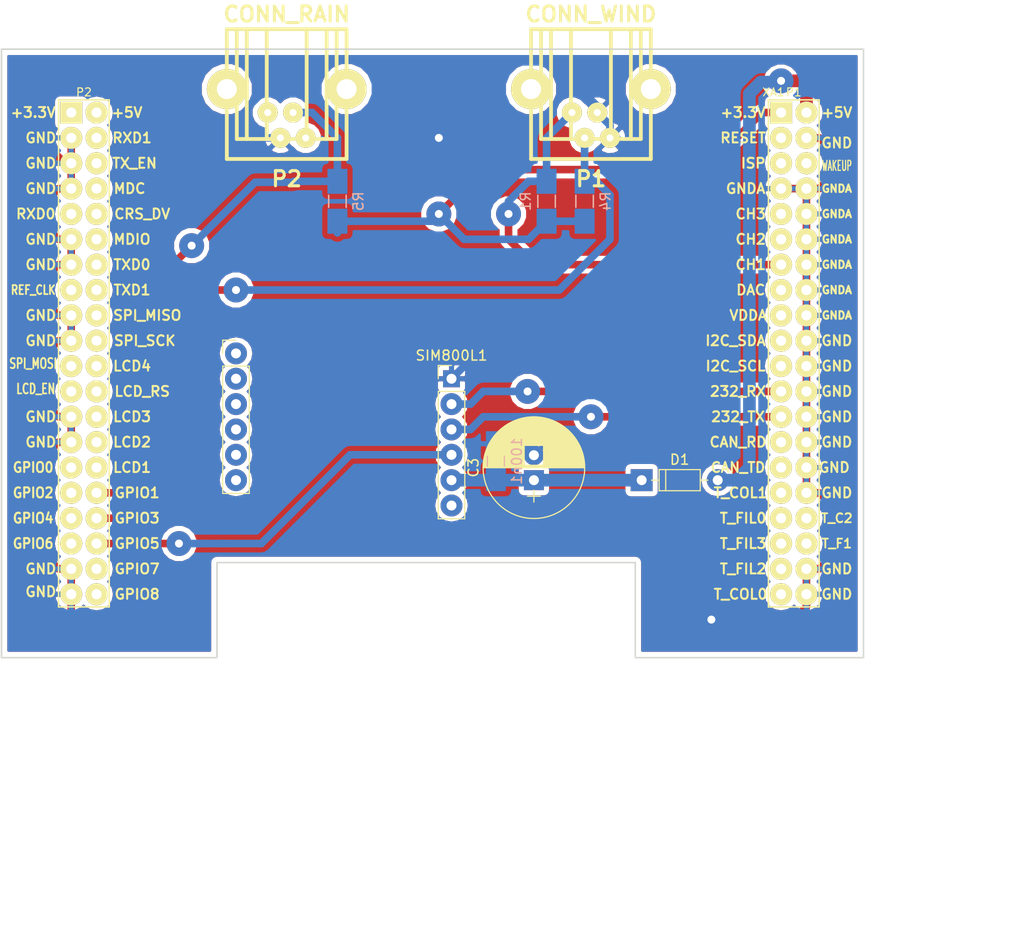
<source format=kicad_pcb>
(kicad_pcb (version 4) (host pcbnew 4.0.6-e0-6349~53~ubuntu16.04.1)

  (general
    (links 49)
    (no_connects 0)
    (area 64.059999 74.854999 150.570001 135.965001)
    (thickness 1.6)
    (drawings 12)
    (tracks 218)
    (zones 0)
    (modules 10)
    (nets 11)
  )

  (page A4)
  (title_block
    (title "Eolo Poncho")
    (date "lun 05 oct 2015")
    (rev 1.0)
    (company Eolo)
    (comment 2 "Autores y Licencia del template (Diego Brengi - UNLaM)")
    (comment 3 "Tomás Völker")
  )

  (layers
    (0 F.Cu signal)
    (31 B.Cu signal)
    (32 B.Adhes user)
    (33 F.Adhes user)
    (34 B.Paste user)
    (35 F.Paste user)
    (36 B.SilkS user)
    (37 F.SilkS user)
    (38 B.Mask user)
    (39 F.Mask user)
    (40 Dwgs.User user)
    (41 Cmts.User user)
    (42 Eco1.User user)
    (43 Eco2.User user)
    (44 Edge.Cuts user)
    (45 Margin user)
    (46 B.CrtYd user)
    (47 F.CrtYd user)
    (48 B.Fab user)
    (49 F.Fab user)
  )

  (setup
    (last_trace_width 1.27)
    (user_trace_width 0.3048)
    (user_trace_width 0.381)
    (user_trace_width 0.508)
    (user_trace_width 0.762)
    (user_trace_width 1.27)
    (user_trace_width 2.54)
    (trace_clearance 0.3048)
    (zone_clearance 0.508)
    (zone_45_only no)
    (trace_min 0.2)
    (segment_width 0.2)
    (edge_width 0.15)
    (via_size 2.5)
    (via_drill 0.8)
    (via_min_size 0.4)
    (via_min_drill 0.3)
    (uvia_size 2.5)
    (uvia_drill 0.8)
    (uvias_allowed no)
    (uvia_min_size 0)
    (uvia_min_drill 0)
    (pcb_text_width 0.3)
    (pcb_text_size 1.5 1.5)
    (mod_edge_width 0.15)
    (mod_text_size 0.000001 0.000001)
    (mod_text_width 0.15)
    (pad_size 1.4 1.4)
    (pad_drill 0.6)
    (pad_to_mask_clearance 0.2)
    (aux_axis_origin 0 0)
    (visible_elements 7FFEFF7F)
    (pcbplotparams
      (layerselection 0x00020_80000000)
      (usegerberextensions false)
      (excludeedgelayer false)
      (linewidth 0.100000)
      (plotframeref false)
      (viasonmask false)
      (mode 1)
      (useauxorigin false)
      (hpglpennumber 1)
      (hpglpenspeed 20)
      (hpglpendiameter 15)
      (hpglpenoverlay 2)
      (psnegative false)
      (psa4output false)
      (plotreference true)
      (plotvalue false)
      (plotinvisibletext false)
      (padsonsilk false)
      (subtractmaskfromsilk false)
      (outputformat 1)
      (mirror false)
      (drillshape 0)
      (scaleselection 1)
      (outputdirectory ""))
  )

  (net 0 "")
  (net 1 +3.3V)
  (net 2 GND)
  (net 3 /VCC)
  (net 4 /wind_dir_analog)
  (net 5 /wind_speed_pulse)
  (net 6 /rain_pulse)
  (net 7 /TXD)
  (net 8 /RXD)
  (net 9 /RST)
  (net 10 +5V)

  (net_class Default "This is the default net class."
    (clearance 0.3048)
    (trace_width 0.762)
    (via_dia 2.5)
    (via_drill 0.8)
    (uvia_dia 2.5)
    (uvia_drill 0.8)
    (add_net +3.3V)
    (add_net +5V)
    (add_net /RST)
    (add_net /RXD)
    (add_net /TXD)
    (add_net /VCC)
    (add_net /rain_pulse)
    (add_net /wind_dir_analog)
    (add_net /wind_speed_pulse)
    (add_net GND)
  )

  (module foot:R_0805_HandSoldering (layer B.Cu) (tedit 589E08A3) (tstamp 5915D435)
    (at 118.745 90.17 270)
    (descr "Resistor SMD 0805, hand soldering")
    (tags "resistor 0805")
    (path /5914F516)
    (attr smd)
    (fp_text reference R1 (at 0 2.1 270) (layer B.SilkS)
      (effects (font (size 1 1) (thickness 0.15)) (justify mirror))
    )
    (fp_text value 10k (at 0 -2.1 270) (layer B.Fab)
      (effects (font (size 1 1) (thickness 0.15)) (justify mirror))
    )
    (fp_line (start -1 -0.625) (end -1 0.625) (layer B.Fab) (width 0.1))
    (fp_line (start 1 -0.625) (end -1 -0.625) (layer B.Fab) (width 0.1))
    (fp_line (start 1 0.625) (end 1 -0.625) (layer B.Fab) (width 0.1))
    (fp_line (start -1 0.625) (end 1 0.625) (layer B.Fab) (width 0.1))
    (fp_line (start -2.4 1) (end 2.4 1) (layer B.CrtYd) (width 0.05))
    (fp_line (start -2.4 -1) (end 2.4 -1) (layer B.CrtYd) (width 0.05))
    (fp_line (start -2.4 1) (end -2.4 -1) (layer B.CrtYd) (width 0.05))
    (fp_line (start 2.4 1) (end 2.4 -1) (layer B.CrtYd) (width 0.05))
    (fp_line (start 0.6 -0.875) (end -0.6 -0.875) (layer B.SilkS) (width 0.15))
    (fp_line (start -0.6 0.875) (end 0.6 0.875) (layer B.SilkS) (width 0.15))
    (pad 1 smd rect (at -2 0 270) (size 2.5 2) (layers B.Cu B.Paste B.Mask)
      (net 4 /wind_dir_analog))
    (pad 2 smd rect (at 2 0 270) (size 2.5 2) (layers B.Cu B.Paste B.Mask)
      (net 1 +3.3V))
    (model Resistors_SMD.3dshapes/R_0805_HandSoldering.wrl
      (at (xyz 0 0 0))
      (scale (xyz 1 1 1))
      (rotate (xyz 0 0 0))
    )
  )

  (module foot:R_0805_HandSoldering (layer B.Cu) (tedit 589E08A3) (tstamp 591EF174)
    (at 122.555 90.17 90)
    (descr "Resistor SMD 0805, hand soldering")
    (tags "resistor 0805")
    (path /591EFEE1)
    (attr smd)
    (fp_text reference R4 (at 0 2.1 90) (layer B.SilkS)
      (effects (font (size 1 1) (thickness 0.15)) (justify mirror))
    )
    (fp_text value 10k (at 0 -2.1 90) (layer B.Fab)
      (effects (font (size 1 1) (thickness 0.15)) (justify mirror))
    )
    (fp_line (start -1 -0.625) (end -1 0.625) (layer B.Fab) (width 0.1))
    (fp_line (start 1 -0.625) (end -1 -0.625) (layer B.Fab) (width 0.1))
    (fp_line (start 1 0.625) (end 1 -0.625) (layer B.Fab) (width 0.1))
    (fp_line (start -1 0.625) (end 1 0.625) (layer B.Fab) (width 0.1))
    (fp_line (start -2.4 1) (end 2.4 1) (layer B.CrtYd) (width 0.05))
    (fp_line (start -2.4 -1) (end 2.4 -1) (layer B.CrtYd) (width 0.05))
    (fp_line (start -2.4 1) (end -2.4 -1) (layer B.CrtYd) (width 0.05))
    (fp_line (start 2.4 1) (end 2.4 -1) (layer B.CrtYd) (width 0.05))
    (fp_line (start 0.6 -0.875) (end -0.6 -0.875) (layer B.SilkS) (width 0.15))
    (fp_line (start -0.6 0.875) (end 0.6 0.875) (layer B.SilkS) (width 0.15))
    (pad 1 smd rect (at -2 0 90) (size 2.5 2) (layers B.Cu B.Paste B.Mask)
      (net 1 +3.3V))
    (pad 2 smd rect (at 2 0 90) (size 2.5 2) (layers B.Cu B.Paste B.Mask)
      (net 5 /wind_speed_pulse))
    (model Resistors_SMD.3dshapes/R_0805_HandSoldering.wrl
      (at (xyz 0 0 0))
      (scale (xyz 1 1 1))
      (rotate (xyz 0 0 0))
    )
  )

  (module foot:R_0805_HandSoldering (layer B.Cu) (tedit 589E08A3) (tstamp 591EF17A)
    (at 97.79 90.17 90)
    (descr "Resistor SMD 0805, hand soldering")
    (tags "resistor 0805")
    (path /591F14E9)
    (attr smd)
    (fp_text reference R5 (at 0 2.1 90) (layer B.SilkS)
      (effects (font (size 1 1) (thickness 0.15)) (justify mirror))
    )
    (fp_text value 10k (at 0 -2.1 90) (layer B.Fab)
      (effects (font (size 1 1) (thickness 0.15)) (justify mirror))
    )
    (fp_line (start -1 -0.625) (end -1 0.625) (layer B.Fab) (width 0.1))
    (fp_line (start 1 -0.625) (end -1 -0.625) (layer B.Fab) (width 0.1))
    (fp_line (start 1 0.625) (end 1 -0.625) (layer B.Fab) (width 0.1))
    (fp_line (start -1 0.625) (end 1 0.625) (layer B.Fab) (width 0.1))
    (fp_line (start -2.4 1) (end 2.4 1) (layer B.CrtYd) (width 0.05))
    (fp_line (start -2.4 -1) (end 2.4 -1) (layer B.CrtYd) (width 0.05))
    (fp_line (start -2.4 1) (end -2.4 -1) (layer B.CrtYd) (width 0.05))
    (fp_line (start 2.4 1) (end 2.4 -1) (layer B.CrtYd) (width 0.05))
    (fp_line (start 0.6 -0.875) (end -0.6 -0.875) (layer B.SilkS) (width 0.15))
    (fp_line (start -0.6 0.875) (end 0.6 0.875) (layer B.SilkS) (width 0.15))
    (pad 1 smd rect (at -2 0 90) (size 2.5 2) (layers B.Cu B.Paste B.Mask)
      (net 1 +3.3V))
    (pad 2 smd rect (at 2 0 90) (size 2.5 2) (layers B.Cu B.Paste B.Mask)
      (net 6 /rain_pulse))
    (model Resistors_SMD.3dshapes/R_0805_HandSoldering.wrl
      (at (xyz 0 0 0))
      (scale (xyz 1 1 1))
      (rotate (xyz 0 0 0))
    )
  )

  (module foot:C_0805_HandSoldering (layer B.Cu) (tedit 589DE3D9) (tstamp 592CE849)
    (at 113.665 116.205 90)
    (descr "Capacitor SMD 0805, hand soldering")
    (tags "capacitor 0805")
    (path /592CFAB2)
    (attr smd)
    (fp_text reference 100n1 (at 0 2.1 90) (layer B.SilkS)
      (effects (font (size 1 1) (thickness 0.15)) (justify mirror))
    )
    (fp_text value C (at 0 -2.1 90) (layer B.Fab)
      (effects (font (size 1 1) (thickness 0.15)) (justify mirror))
    )
    (fp_line (start -1 -0.625) (end -1 0.625) (layer B.Fab) (width 0.1))
    (fp_line (start 1 -0.625) (end -1 -0.625) (layer B.Fab) (width 0.1))
    (fp_line (start 1 0.625) (end 1 -0.625) (layer B.Fab) (width 0.1))
    (fp_line (start -1 0.625) (end 1 0.625) (layer B.Fab) (width 0.1))
    (fp_line (start -2.3 1) (end 2.3 1) (layer B.CrtYd) (width 0.05))
    (fp_line (start -2.3 -1) (end 2.3 -1) (layer B.CrtYd) (width 0.05))
    (fp_line (start -2.3 1) (end -2.3 -1) (layer B.CrtYd) (width 0.05))
    (fp_line (start 2.3 1) (end 2.3 -1) (layer B.CrtYd) (width 0.05))
    (fp_line (start 0.5 0.85) (end -0.5 0.85) (layer B.SilkS) (width 0.12))
    (fp_line (start -0.5 -0.85) (end 0.5 -0.85) (layer B.SilkS) (width 0.12))
    (pad 1 smd rect (at -1.75 0 90) (size 2.5 2) (layers B.Cu B.Paste B.Mask)
      (net 3 /VCC))
    (pad 2 smd rect (at 1.75 0 90) (size 2.5 2) (layers B.Cu B.Paste B.Mask)
      (net 2 GND))
    (model Capacitors_SMD.3dshapes/C_0805_HandSoldering.wrl
      (at (xyz 0 0 0))
      (scale (xyz 1 1 1))
      (rotate (xyz 0 0 0))
    )
  )

  (module foot:Conn_Poncho_Chico locked (layer F.Cu) (tedit 5931EFCE) (tstamp 593202C4)
    (at 142.24 81.28)
    (tags "CONN Poncho")
    (path /560E54EF)
    (fp_text reference XA1 (at -0.762 -2.032) (layer F.SilkS)
      (effects (font (size 0.8 0.8) (thickness 0.12)))
    )
    (fp_text value Conn_PonchoMP_2x_20x2 (at -1.905 51.181) (layer F.SilkS) hide
      (effects (font (size 1.016 1.016) (thickness 0.2032)))
    )
    (fp_line (start -78.105 54.61) (end -78.105 -6.35) (layer Dwgs.User) (width 0.15))
    (fp_line (start 8.255 54.61) (end 8.255 -6.35) (layer Dwgs.User) (width 0.15))
    (fp_line (start 8.255 -6.35) (end -78.105 -6.35) (layer Dwgs.User) (width 0.15))
    (fp_line (start 8.255 54.61) (end -78.105 54.61) (layer Dwgs.User) (width 0.15))
    (fp_text user GPIO8 (at -64.516 48.26) (layer F.SilkS)
      (effects (font (size 1 1) (thickness 0.2)))
    )
    (fp_text user GPIO7 (at -64.516 45.72) (layer F.SilkS)
      (effects (font (size 1 1) (thickness 0.2)))
    )
    (fp_text user GPIO5 (at -64.516 43.18) (layer F.SilkS)
      (effects (font (size 1 1) (thickness 0.2)))
    )
    (fp_text user GPIO3 (at -64.516 40.64) (layer F.SilkS)
      (effects (font (size 1 1) (thickness 0.2)))
    )
    (fp_text user GPIO1 (at -64.516 38.1) (layer F.SilkS)
      (effects (font (size 1 1) (thickness 0.2)))
    )
    (fp_text user LCD1 (at -65.024 35.56) (layer F.SilkS)
      (effects (font (size 1 1) (thickness 0.2)))
    )
    (fp_text user LCD2 (at -65.024 33.02) (layer F.SilkS)
      (effects (font (size 1 1) (thickness 0.2)))
    )
    (fp_text user LCD3 (at -65.024 30.48) (layer F.SilkS)
      (effects (font (size 1 1) (thickness 0.2)))
    )
    (fp_text user LCD_RS (at -64.008 27.94) (layer F.SilkS)
      (effects (font (size 1 1) (thickness 0.2)))
    )
    (fp_text user LCD4 (at -65.024 25.4) (layer F.SilkS)
      (effects (font (size 1 1) (thickness 0.2)))
    )
    (fp_text user SPI_SCK (at -63.754 22.86) (layer F.SilkS)
      (effects (font (size 1 1) (thickness 0.2)))
    )
    (fp_text user SPI_MISO (at -63.5 20.32) (layer F.SilkS)
      (effects (font (size 1 1) (thickness 0.2)))
    )
    (fp_text user TXD1 (at -65.024 17.78) (layer F.SilkS)
      (effects (font (size 1 1) (thickness 0.2)))
    )
    (fp_text user TXD0 (at -65.024 15.24) (layer F.SilkS)
      (effects (font (size 1 1) (thickness 0.2)))
    )
    (fp_text user MDIO (at -65.024 12.7) (layer F.SilkS)
      (effects (font (size 1 1) (thickness 0.2)))
    )
    (fp_text user CRS_DV (at -64.008 10.16) (layer F.SilkS)
      (effects (font (size 1 1) (thickness 0.2)))
    )
    (fp_text user MDC (at -65.278 7.62) (layer F.SilkS)
      (effects (font (size 1 1) (thickness 0.2)))
    )
    (fp_text user TX_EN (at -64.77 5.08) (layer F.SilkS)
      (effects (font (size 1 1) (thickness 0.2)))
    )
    (fp_text user RXD1 (at -65.024 2.54) (layer F.SilkS)
      (effects (font (size 1 1) (thickness 0.2)))
    )
    (fp_text user +5V (at -65.532 0) (layer F.SilkS)
      (effects (font (size 1 1) (thickness 0.2)))
    )
    (fp_text user GND (at -74.168 48.006) (layer F.SilkS)
      (effects (font (size 1 1) (thickness 0.2)))
    )
    (fp_text user GND (at -74.168 45.72) (layer F.SilkS)
      (effects (font (size 1 1) (thickness 0.2)))
    )
    (fp_text user GPIO6 (at -74.93 43.18) (layer F.SilkS)
      (effects (font (size 1 0.9) (thickness 0.2)))
    )
    (fp_text user GPIO4 (at -74.93 40.64) (layer F.SilkS)
      (effects (font (size 1 0.9) (thickness 0.2)))
    )
    (fp_text user GPIO2 (at -74.93 38.1) (layer F.SilkS)
      (effects (font (size 1 0.9) (thickness 0.2)))
    )
    (fp_text user GPIO0 (at -74.93 35.56) (layer F.SilkS)
      (effects (font (size 1 0.9) (thickness 0.2)))
    )
    (fp_text user GND (at -74.168 33.02) (layer F.SilkS)
      (effects (font (size 1 1) (thickness 0.2)))
    )
    (fp_text user GND (at -74.168 30.48) (layer F.SilkS)
      (effects (font (size 1 1) (thickness 0.2)))
    )
    (fp_text user LCD_EN (at -74.676 27.686) (layer F.SilkS)
      (effects (font (size 1 0.7) (thickness 0.17)))
    )
    (fp_text user SPI_MOSI (at -74.93 25.146) (layer F.SilkS)
      (effects (font (size 1 0.7) (thickness 0.17)))
    )
    (fp_text user GND (at -74.168 22.86) (layer F.SilkS)
      (effects (font (size 1 1) (thickness 0.2)))
    )
    (fp_text user GND (at -74.168 20.32) (layer F.SilkS)
      (effects (font (size 1 1) (thickness 0.2)))
    )
    (fp_text user REF_CLK (at -74.93 17.78) (layer F.SilkS)
      (effects (font (size 0.9 0.7) (thickness 0.175)))
    )
    (fp_text user GND (at -74.168 15.24) (layer F.SilkS)
      (effects (font (size 1 1) (thickness 0.2)))
    )
    (fp_text user GND (at -74.168 12.7) (layer F.SilkS)
      (effects (font (size 1 1) (thickness 0.2)))
    )
    (fp_text user GND (at -74.168 7.62) (layer F.SilkS)
      (effects (font (size 1 1) (thickness 0.2)))
    )
    (fp_text user RXD0 (at -74.676 10.16) (layer F.SilkS)
      (effects (font (size 1 1) (thickness 0.2)))
    )
    (fp_text user GND (at -74.168 5.08) (layer F.SilkS)
      (effects (font (size 1 1) (thickness 0.2)))
    )
    (fp_text user GND (at -74.168 2.54) (layer F.SilkS)
      (effects (font (size 1 1) (thickness 0.2)))
    )
    (fp_text user +3.3V (at -74.93 0) (layer F.SilkS)
      (effects (font (size 1 1) (thickness 0.2)))
    )
    (fp_text user GND (at 5.588 48.26) (layer F.SilkS)
      (effects (font (size 1 1) (thickness 0.2)))
    )
    (fp_text user GND (at 5.588 45.72) (layer F.SilkS)
      (effects (font (size 1 1) (thickness 0.2)))
    )
    (fp_text user T_F1 (at 5.588 43.18) (layer F.SilkS)
      (effects (font (size 0.9 0.9) (thickness 0.18)))
    )
    (fp_text user T_C2 (at 5.588 40.64) (layer F.SilkS)
      (effects (font (size 0.9 0.9) (thickness 0.18)))
    )
    (fp_text user GND (at 5.588 38.1) (layer F.SilkS)
      (effects (font (size 1 1) (thickness 0.2)))
    )
    (fp_text user GND (at 5.334 35.56) (layer F.SilkS)
      (effects (font (size 1 1) (thickness 0.2)))
    )
    (fp_text user GND (at 5.588 33.02) (layer F.SilkS)
      (effects (font (size 1 1) (thickness 0.2)))
    )
    (fp_text user GND (at 5.588 30.48) (layer F.SilkS)
      (effects (font (size 1 1) (thickness 0.2)))
    )
    (fp_text user GND (at 5.588 27.94) (layer F.SilkS)
      (effects (font (size 1 1) (thickness 0.2)))
    )
    (fp_text user GND (at 5.588 25.4) (layer F.SilkS)
      (effects (font (size 1 1) (thickness 0.2)))
    )
    (fp_text user GND (at 5.588 22.86) (layer F.SilkS)
      (effects (font (size 1 1) (thickness 0.2)))
    )
    (fp_text user GNDA (at 5.588 20.32) (layer F.SilkS)
      (effects (font (size 0.76 0.76) (thickness 0.19)))
    )
    (fp_text user GNDA (at 5.588 17.78) (layer F.SilkS)
      (effects (font (size 0.76 0.76) (thickness 0.19)))
    )
    (fp_text user GNDA (at 5.588 15.24) (layer F.SilkS)
      (effects (font (size 0.76 0.76) (thickness 0.19)))
    )
    (fp_text user GNDA (at 5.588 12.7) (layer F.SilkS)
      (effects (font (size 0.76 0.76) (thickness 0.19)))
    )
    (fp_text user GNDA (at 5.588 10.16) (layer F.SilkS)
      (effects (font (size 0.76 0.76) (thickness 0.19)))
    )
    (fp_text user GNDA (at 5.588 7.62) (layer F.SilkS)
      (effects (font (size 0.76 0.76) (thickness 0.19)))
    )
    (fp_text user WAKEUP (at 5.588 5.334) (layer F.SilkS)
      (effects (font (size 1 0.5) (thickness 0.125)))
    )
    (fp_text user GND (at 5.588 3.048) (layer F.SilkS)
      (effects (font (size 1 1) (thickness 0.2)))
    )
    (fp_text user +5V (at 5.588 0) (layer F.SilkS)
      (effects (font (size 1 1) (thickness 0.2)))
    )
    (fp_text user T_COL0 (at -4.064 48.26) (layer F.SilkS)
      (effects (font (size 1 1) (thickness 0.2)))
    )
    (fp_text user T_FIL2 (at -3.81 45.72) (layer F.SilkS)
      (effects (font (size 1 1) (thickness 0.2)))
    )
    (fp_text user T_FIL3 (at -3.81 43.18) (layer F.SilkS)
      (effects (font (size 1 1) (thickness 0.2)))
    )
    (fp_text user T_FIL0 (at -3.81 40.64) (layer F.SilkS)
      (effects (font (size 1 1) (thickness 0.2)))
    )
    (fp_text user T_COL1 (at -4.064 38.1) (layer F.SilkS)
      (effects (font (size 1 1) (thickness 0.2)))
    )
    (fp_text user CAN_TD (at -4.318 35.56) (layer F.SilkS)
      (effects (font (size 1 1) (thickness 0.2)))
    )
    (fp_text user CAN_RD (at -4.318 33.02) (layer F.SilkS)
      (effects (font (size 1 1) (thickness 0.2)))
    )
    (fp_text user 232_TX (at -4.318 30.48) (layer F.SilkS)
      (effects (font (size 1 1) (thickness 0.2)))
    )
    (fp_text user 232_RX (at -4.318 27.94) (layer F.SilkS)
      (effects (font (size 1 1) (thickness 0.2)))
    )
    (fp_text user I2C_SCL (at -4.572 25.4) (layer F.SilkS)
      (effects (font (size 1 1) (thickness 0.2)))
    )
    (fp_text user I2C_SDA (at -4.572 22.86) (layer F.SilkS)
      (effects (font (size 1 1) (thickness 0.2)))
    )
    (fp_text user VDDA (at -3.302 20.32) (layer F.SilkS)
      (effects (font (size 1 1) (thickness 0.2)))
    )
    (fp_text user DAC (at -3.048 17.78) (layer F.SilkS)
      (effects (font (size 1 1) (thickness 0.2)))
    )
    (fp_text user CH1 (at -3.048 15.24) (layer F.SilkS)
      (effects (font (size 1 1) (thickness 0.2)))
    )
    (fp_text user CH2 (at -3.048 12.7) (layer F.SilkS)
      (effects (font (size 1 1) (thickness 0.2)))
    )
    (fp_text user CH3 (at -3.048 10.16) (layer F.SilkS)
      (effects (font (size 1 1) (thickness 0.2)))
    )
    (fp_text user GNDA (at -3.556 7.62) (layer F.SilkS)
      (effects (font (size 1 1) (thickness 0.2)))
    )
    (fp_text user ISP (at -2.794 5.08) (layer F.SilkS)
      (effects (font (size 1 1) (thickness 0.2)))
    )
    (fp_text user RESET (at -3.81 2.54) (layer F.SilkS)
      (effects (font (size 1 1) (thickness 0.2)))
    )
    (fp_text user P2 (at -69.85 -2.032) (layer F.SilkS)
      (effects (font (size 0.8 0.8) (thickness 0.12)))
    )
    (fp_text user P1 (at 1.27 -2.032) (layer F.SilkS)
      (effects (font (size 0.8 0.8) (thickness 0.12)))
    )
    (fp_text user +3.3V (at -3.81 0) (layer F.SilkS)
      (effects (font (size 1 1) (thickness 0.2)))
    )
    (fp_line (start -72.39 0) (end -72.39 -1.27) (layer F.SilkS) (width 0.15))
    (fp_line (start -72.39 -1.27) (end -67.31 -1.27) (layer F.SilkS) (width 0.15))
    (fp_line (start -67.31 -1.27) (end -67.31 49.53) (layer F.SilkS) (width 0.15))
    (fp_line (start -67.31 49.53) (end -72.39 49.53) (layer F.SilkS) (width 0.15))
    (fp_line (start -72.39 49.53) (end -72.39 0) (layer F.SilkS) (width 0.15))
    (fp_line (start -1.27 49.53) (end -1.27 -1.27) (layer F.SilkS) (width 0.15))
    (fp_line (start 3.81 49.53) (end 3.81 -1.27) (layer F.SilkS) (width 0.15))
    (fp_line (start 3.81 49.53) (end -1.27 49.53) (layer F.SilkS) (width 0.15))
    (fp_line (start 3.81 -1.27) (end -1.27 -1.27) (layer F.SilkS) (width 0.15))
    (pad 1 thru_hole rect (at 0 0) (size 2.2 2.2) (drill 1.016) (layers *.Cu *.Mask F.SilkS)
      (net 1 +3.3V))
    (pad 2 thru_hole oval (at 2.54 0) (size 2.2 2.2) (drill 1.016) (layers *.Cu *.Mask F.SilkS)
      (net 10 +5V))
    (pad 11 thru_hole oval (at 0 12.7) (size 2.2 2.2) (drill 1.016) (layers *.Cu *.Mask F.SilkS))
    (pad 4 thru_hole oval (at 2.54 2.54) (size 2.2 2.2) (drill 1.016) (layers *.Cu *.Mask F.SilkS)
      (net 2 GND))
    (pad 13 thru_hole oval (at 0 15.24) (size 2.2 2.2) (drill 1.016) (layers *.Cu *.Mask F.SilkS)
      (net 4 /wind_dir_analog))
    (pad 6 thru_hole oval (at 2.54 5.08) (size 2.2 2.2) (drill 1.016) (layers *.Cu *.Mask F.SilkS))
    (pad 15 thru_hole oval (at 0 17.78) (size 2.2 2.2) (drill 1.016) (layers *.Cu *.Mask F.SilkS))
    (pad 8 thru_hole oval (at 2.54 7.62) (size 2.2 2.2) (drill 1.016) (layers *.Cu *.Mask F.SilkS)
      (net 2 GND))
    (pad 17 thru_hole oval (at 0 20.32) (size 2.2 2.2) (drill 1.016) (layers *.Cu *.Mask F.SilkS))
    (pad 10 thru_hole oval (at 2.54 10.16) (size 2.2 2.2) (drill 1.016) (layers *.Cu *.Mask F.SilkS)
      (net 2 GND))
    (pad 19 thru_hole oval (at 0 22.86) (size 2.2 2.2) (drill 1.016) (layers *.Cu *.Mask F.SilkS))
    (pad 12 thru_hole oval (at 2.54 12.7) (size 2.2 2.2) (drill 1.016) (layers *.Cu *.Mask F.SilkS)
      (net 2 GND))
    (pad 21 thru_hole oval (at 0 25.4) (size 2.2 2.2) (drill 1.016) (layers *.Cu *.Mask F.SilkS))
    (pad 14 thru_hole oval (at 2.54 15.24) (size 2.2 2.2) (drill 1.016) (layers *.Cu *.Mask F.SilkS)
      (net 2 GND))
    (pad 23 thru_hole oval (at 0 27.94) (size 2.2 2.2) (drill 1.016) (layers *.Cu *.Mask F.SilkS)
      (net 7 /TXD))
    (pad 16 thru_hole oval (at 2.54 17.78) (size 2.2 2.2) (drill 1.016) (layers *.Cu *.Mask F.SilkS)
      (net 2 GND))
    (pad 25 thru_hole oval (at 0 30.48) (size 2.2 2.2) (drill 1.016) (layers *.Cu *.Mask F.SilkS)
      (net 8 /RXD))
    (pad 18 thru_hole oval (at 2.54 20.32) (size 2.2 2.2) (drill 1.016) (layers *.Cu *.Mask F.SilkS)
      (net 2 GND))
    (pad 27 thru_hole oval (at 0 33.02) (size 2.2 2.2) (drill 1.016) (layers *.Cu *.Mask F.SilkS))
    (pad 20 thru_hole oval (at 2.54 22.86) (size 2.2 2.2) (drill 1.016) (layers *.Cu *.Mask F.SilkS)
      (net 2 GND))
    (pad 29 thru_hole oval (at 0 35.56) (size 2.2 2.2) (drill 1.016) (layers *.Cu *.Mask F.SilkS))
    (pad 22 thru_hole oval (at 2.54 25.4) (size 2.2 2.2) (drill 1.016) (layers *.Cu *.Mask F.SilkS)
      (net 2 GND))
    (pad 31 thru_hole oval (at 0 38.1) (size 2.2 2.2) (drill 1.016) (layers *.Cu *.Mask F.SilkS))
    (pad 24 thru_hole oval (at 2.54 27.94) (size 2.2 2.2) (drill 1.016) (layers *.Cu *.Mask F.SilkS)
      (net 2 GND))
    (pad 26 thru_hole oval (at 2.54 30.48) (size 2.2 2.2) (drill 1.016) (layers *.Cu *.Mask F.SilkS)
      (net 2 GND))
    (pad 33 thru_hole oval (at 0 40.64) (size 2.2 2.2) (drill 1.016) (layers *.Cu *.Mask F.SilkS))
    (pad 28 thru_hole oval (at 2.54 33.02) (size 2.2 2.2) (drill 1.016) (layers *.Cu *.Mask F.SilkS)
      (net 2 GND))
    (pad 32 thru_hole oval (at 2.54 38.1) (size 2.2 2.2) (drill 1.016) (layers *.Cu *.Mask F.SilkS)
      (net 2 GND))
    (pad 34 thru_hole oval (at 2.54 40.64) (size 2.2 2.2) (drill 1.016) (layers *.Cu *.Mask F.SilkS))
    (pad 36 thru_hole oval (at 2.54 43.18) (size 2.2 2.2) (drill 1.016) (layers *.Cu *.Mask F.SilkS))
    (pad 38 thru_hole oval (at 2.54 45.72) (size 2.2 2.2) (drill 1.016) (layers *.Cu *.Mask F.SilkS)
      (net 2 GND))
    (pad 35 thru_hole oval (at 0 43.18) (size 2.2 2.2) (drill 1.016) (layers *.Cu *.Mask F.SilkS))
    (pad 37 thru_hole oval (at 0 45.72) (size 2.2 2.2) (drill 1.016) (layers *.Cu *.Mask F.SilkS))
    (pad 3 thru_hole oval (at 0 2.54) (size 2.2 2.2) (drill 1.016) (layers *.Cu *.Mask F.SilkS))
    (pad 5 thru_hole oval (at 0 5.08) (size 2.2 2.2) (drill 1.016) (layers *.Cu *.Mask F.SilkS))
    (pad 7 thru_hole oval (at 0 7.62) (size 2.2 2.2) (drill 1.016) (layers *.Cu *.Mask F.SilkS)
      (net 2 GND))
    (pad 9 thru_hole oval (at 0 10.16) (size 2.2 2.2) (drill 1.016) (layers *.Cu *.Mask F.SilkS))
    (pad 39 thru_hole oval (at 0 48.26) (size 2.2 2.2) (drill 1.016) (layers *.Cu *.Mask F.SilkS))
    (pad 40 thru_hole oval (at 2.54 48.26) (size 2.2 2.2) (drill 1.016) (layers *.Cu *.Mask F.SilkS)
      (net 2 GND))
    (pad 30 thru_hole oval (at 2.54 35.56) (size 2.2 2.2) (drill 1.016) (layers *.Cu *.Mask F.SilkS)
      (net 2 GND))
    (pad 41 thru_hole rect (at -71.12 0) (size 2.2 2.2) (drill 1.016) (layers *.Cu *.Mask F.SilkS))
    (pad 42 thru_hole oval (at -68.58 0) (size 2.2 2.2) (drill 1.016) (layers *.Cu *.Mask F.SilkS))
    (pad 43 thru_hole oval (at -71.12 2.54) (size 2.2 2.2) (drill 1.016) (layers *.Cu *.Mask F.SilkS)
      (net 2 GND))
    (pad 44 thru_hole oval (at -68.58 2.54) (size 2.2 2.2) (drill 1.016) (layers *.Cu *.Mask F.SilkS))
    (pad 45 thru_hole oval (at -71.12 5.08) (size 2.2 2.2) (drill 1.016) (layers *.Cu *.Mask F.SilkS)
      (net 2 GND))
    (pad 46 thru_hole oval (at -68.58 5.08) (size 2.2 2.2) (drill 1.016) (layers *.Cu *.Mask F.SilkS))
    (pad 47 thru_hole oval (at -71.12 7.62) (size 2.2 2.2) (drill 1.016) (layers *.Cu *.Mask F.SilkS)
      (net 2 GND))
    (pad 48 thru_hole oval (at -68.58 7.62) (size 2.2 2.2) (drill 1.016) (layers *.Cu *.Mask F.SilkS))
    (pad 49 thru_hole oval (at -71.12 10.16) (size 2.2 2.2) (drill 1.016) (layers *.Cu *.Mask F.SilkS))
    (pad 50 thru_hole oval (at -68.58 10.16) (size 2.2 2.2) (drill 1.016) (layers *.Cu *.Mask F.SilkS))
    (pad 51 thru_hole oval (at -71.12 12.7) (size 2.2 2.2) (drill 1.016) (layers *.Cu *.Mask F.SilkS)
      (net 2 GND))
    (pad 52 thru_hole oval (at -68.58 12.7) (size 2.2 2.2) (drill 1.016) (layers *.Cu *.Mask F.SilkS))
    (pad 53 thru_hole oval (at -71.12 15.24) (size 2.2 2.2) (drill 1.016) (layers *.Cu *.Mask F.SilkS)
      (net 2 GND))
    (pad 54 thru_hole oval (at -68.58 15.24) (size 2.2 2.2) (drill 1.016) (layers *.Cu *.Mask F.SilkS))
    (pad 55 thru_hole oval (at -71.12 17.78) (size 2.2 2.2) (drill 1.016) (layers *.Cu *.Mask F.SilkS))
    (pad 56 thru_hole oval (at -68.58 17.78) (size 2.2 2.2) (drill 1.016) (layers *.Cu *.Mask F.SilkS))
    (pad 57 thru_hole oval (at -71.12 20.32) (size 2.2 2.2) (drill 1.016) (layers *.Cu *.Mask F.SilkS)
      (net 2 GND))
    (pad 58 thru_hole oval (at -68.58 20.32) (size 2.2 2.2) (drill 1.016) (layers *.Cu *.Mask F.SilkS))
    (pad 59 thru_hole oval (at -71.12 22.86) (size 2.2 2.2) (drill 1.016) (layers *.Cu *.Mask F.SilkS)
      (net 2 GND))
    (pad 60 thru_hole oval (at -68.58 22.86) (size 2.2 2.2) (drill 1.016) (layers *.Cu *.Mask F.SilkS))
    (pad 61 thru_hole oval (at -71.12 25.4) (size 2.2 2.2) (drill 1.016) (layers *.Cu *.Mask F.SilkS))
    (pad 62 thru_hole oval (at -68.58 25.4) (size 2.2 2.2) (drill 1.016) (layers *.Cu *.Mask F.SilkS))
    (pad 63 thru_hole oval (at -71.12 27.94) (size 2.2 2.2) (drill 1.016) (layers *.Cu *.Mask F.SilkS))
    (pad 64 thru_hole oval (at -68.58 27.94) (size 2.2 2.2) (drill 1.016) (layers *.Cu *.Mask F.SilkS))
    (pad 65 thru_hole oval (at -71.12 30.48) (size 2.2 2.2) (drill 1.016) (layers *.Cu *.Mask F.SilkS)
      (net 2 GND))
    (pad 66 thru_hole oval (at -68.58 30.48) (size 2.2 2.2) (drill 1.016) (layers *.Cu *.Mask F.SilkS))
    (pad 67 thru_hole oval (at -71.12 33.02) (size 2.2 2.2) (drill 1.016) (layers *.Cu *.Mask F.SilkS)
      (net 2 GND))
    (pad 68 thru_hole oval (at -68.58 33.02) (size 2.2 2.2) (drill 1.016) (layers *.Cu *.Mask F.SilkS))
    (pad 69 thru_hole oval (at -71.12 35.56) (size 2.2 2.2) (drill 1.016) (layers *.Cu *.Mask F.SilkS))
    (pad 70 thru_hole oval (at -68.58 35.56) (size 2.2 2.2) (drill 1.016) (layers *.Cu *.Mask F.SilkS))
    (pad 71 thru_hole oval (at -71.12 38.1) (size 2.2 2.2) (drill 1.016) (layers *.Cu *.Mask F.SilkS))
    (pad 72 thru_hole oval (at -68.58 38.1) (size 2.2 2.2) (drill 1.016) (layers *.Cu *.Mask F.SilkS)
      (net 6 /rain_pulse))
    (pad 73 thru_hole oval (at -71.12 40.64) (size 2.2 2.2) (drill 1.016) (layers *.Cu *.Mask F.SilkS))
    (pad 74 thru_hole oval (at -68.58 40.64) (size 2.2 2.2) (drill 1.016) (layers *.Cu *.Mask F.SilkS)
      (net 5 /wind_speed_pulse))
    (pad 75 thru_hole oval (at -71.12 43.18) (size 2.2 2.2) (drill 1.016) (layers *.Cu *.Mask F.SilkS))
    (pad 76 thru_hole oval (at -68.58 43.18) (size 2.2 2.2) (drill 1.016) (layers *.Cu *.Mask F.SilkS)
      (net 9 /RST))
    (pad 77 thru_hole oval (at -71.12 45.72) (size 2.2 2.2) (drill 1.016) (layers *.Cu *.Mask F.SilkS)
      (net 2 GND))
    (pad 78 thru_hole oval (at -68.58 45.72) (size 2.2 2.2) (drill 1.016) (layers *.Cu *.Mask F.SilkS))
    (pad 79 thru_hole oval (at -71.12 48.26) (size 2.2 2.2) (drill 1.016) (layers *.Cu *.Mask F.SilkS)
      (net 2 GND))
    (pad 80 thru_hole oval (at -68.58 48.26) (size 2.2 2.2) (drill 1.016) (layers *.Cu *.Mask F.SilkS))
  )

  (module foot:D_DO-35_SOD27_P7.62mm_Horizontal (layer F.Cu) (tedit 5931F725) (tstamp 59321DD9)
    (at 128.27 118.11)
    (descr "D, DO-35_SOD27 series, Axial, Horizontal, pin pitch=7.62mm, , length*diameter=4*2mm^2, , http://www.diodes.com/_files/packages/DO-35.pdf")
    (tags "D DO-35_SOD27 series Axial Horizontal pin pitch 7.62mm  length 4mm diameter 2mm")
    (path /592CEE3E)
    (fp_text reference D1 (at 3.81 -2.06) (layer F.SilkS)
      (effects (font (size 1 1) (thickness 0.15)))
    )
    (fp_text value 1N4002 (at 3.81 2.06) (layer F.Fab)
      (effects (font (size 1 1) (thickness 0.15)))
    )
    (fp_text user %R (at 3.81 0) (layer F.Fab)
      (effects (font (size 1 1) (thickness 0.15)))
    )
    (fp_line (start 1.81 -1) (end 1.81 1) (layer F.Fab) (width 0.1))
    (fp_line (start 1.81 1) (end 5.81 1) (layer F.Fab) (width 0.1))
    (fp_line (start 5.81 1) (end 5.81 -1) (layer F.Fab) (width 0.1))
    (fp_line (start 5.81 -1) (end 1.81 -1) (layer F.Fab) (width 0.1))
    (fp_line (start 0 0) (end 1.81 0) (layer F.Fab) (width 0.1))
    (fp_line (start 7.62 0) (end 5.81 0) (layer F.Fab) (width 0.1))
    (fp_line (start 2.41 -1) (end 2.41 1) (layer F.Fab) (width 0.1))
    (fp_line (start 1.75 -1.06) (end 1.75 1.06) (layer F.SilkS) (width 0.12))
    (fp_line (start 1.75 1.06) (end 5.87 1.06) (layer F.SilkS) (width 0.12))
    (fp_line (start 5.87 1.06) (end 5.87 -1.06) (layer F.SilkS) (width 0.12))
    (fp_line (start 5.87 -1.06) (end 1.75 -1.06) (layer F.SilkS) (width 0.12))
    (fp_line (start 0.98 0) (end 1.75 0) (layer F.SilkS) (width 0.12))
    (fp_line (start 6.64 0) (end 5.87 0) (layer F.SilkS) (width 0.12))
    (fp_line (start 2.41 -1.06) (end 2.41 1.06) (layer F.SilkS) (width 0.12))
    (fp_line (start -1.05 -1.35) (end -1.05 1.35) (layer F.CrtYd) (width 0.05))
    (fp_line (start -1.05 1.35) (end 8.7 1.35) (layer F.CrtYd) (width 0.05))
    (fp_line (start 8.7 1.35) (end 8.7 -1.35) (layer F.CrtYd) (width 0.05))
    (fp_line (start 8.7 -1.35) (end -1.05 -1.35) (layer F.CrtYd) (width 0.05))
    (pad 1 thru_hole rect (at 0 0) (size 2.2 2.2) (drill 1) (layers *.Cu *.Mask)
      (net 3 /VCC))
    (pad 2 thru_hole oval (at 7.62 0) (size 2.2 2.2) (drill 1) (layers *.Cu *.Mask)
      (net 10 +5V))
    (model ${KISYS3DMOD}/Diodes_THT.3dshapes/D_DO-35_SOD27_P7.62mm_Horizontal.wrl
      (at (xyz 0 0 0))
      (scale (xyz 0.393701 0.393701 0.393701))
      (rotate (xyz 0 0 0))
    )
  )

  (module foot:CP_Radial_D10.0mm_P2.50mm_hand (layer F.Cu) (tedit 5931F83B) (tstamp 593231F5)
    (at 117.475 118.11 90)
    (descr "CP, Radial series, Radial, pin pitch=2.50mm, , diameter=10mm, Electrolytic Capacitor")
    (tags "CP Radial series Radial pin pitch 2.50mm  diameter 10mm Electrolytic Capacitor")
    (path /5915D4CF)
    (fp_text reference C3 (at 1.25 -6.06 90) (layer F.SilkS)
      (effects (font (size 1 1) (thickness 0.15)))
    )
    (fp_text value 1000u (at 1.25 6.06 90) (layer F.Fab)
      (effects (font (size 1 1) (thickness 0.15)))
    )
    (fp_circle (center 1.25 0) (end 6.25 0) (layer F.Fab) (width 0.1))
    (fp_circle (center 1.25 0) (end 6.34 0) (layer F.SilkS) (width 0.12))
    (fp_line (start -2.2 0) (end -1 0) (layer F.Fab) (width 0.1))
    (fp_line (start -1.6 -0.65) (end -1.6 0.65) (layer F.Fab) (width 0.1))
    (fp_line (start 1.25 -5.05) (end 1.25 5.05) (layer F.SilkS) (width 0.12))
    (fp_line (start 1.29 -5.05) (end 1.29 5.05) (layer F.SilkS) (width 0.12))
    (fp_line (start 1.33 -5.05) (end 1.33 5.05) (layer F.SilkS) (width 0.12))
    (fp_line (start 1.37 -5.049) (end 1.37 5.049) (layer F.SilkS) (width 0.12))
    (fp_line (start 1.41 -5.048) (end 1.41 5.048) (layer F.SilkS) (width 0.12))
    (fp_line (start 1.45 -5.047) (end 1.45 5.047) (layer F.SilkS) (width 0.12))
    (fp_line (start 1.49 -5.045) (end 1.49 5.045) (layer F.SilkS) (width 0.12))
    (fp_line (start 1.53 -5.043) (end 1.53 -0.98) (layer F.SilkS) (width 0.12))
    (fp_line (start 1.53 0.98) (end 1.53 5.043) (layer F.SilkS) (width 0.12))
    (fp_line (start 1.57 -5.04) (end 1.57 -0.98) (layer F.SilkS) (width 0.12))
    (fp_line (start 1.57 0.98) (end 1.57 5.04) (layer F.SilkS) (width 0.12))
    (fp_line (start 1.61 -5.038) (end 1.61 -0.98) (layer F.SilkS) (width 0.12))
    (fp_line (start 1.61 0.98) (end 1.61 5.038) (layer F.SilkS) (width 0.12))
    (fp_line (start 1.65 -5.035) (end 1.65 -0.98) (layer F.SilkS) (width 0.12))
    (fp_line (start 1.65 0.98) (end 1.65 5.035) (layer F.SilkS) (width 0.12))
    (fp_line (start 1.69 -5.031) (end 1.69 -0.98) (layer F.SilkS) (width 0.12))
    (fp_line (start 1.69 0.98) (end 1.69 5.031) (layer F.SilkS) (width 0.12))
    (fp_line (start 1.73 -5.028) (end 1.73 -0.98) (layer F.SilkS) (width 0.12))
    (fp_line (start 1.73 0.98) (end 1.73 5.028) (layer F.SilkS) (width 0.12))
    (fp_line (start 1.77 -5.024) (end 1.77 -0.98) (layer F.SilkS) (width 0.12))
    (fp_line (start 1.77 0.98) (end 1.77 5.024) (layer F.SilkS) (width 0.12))
    (fp_line (start 1.81 -5.02) (end 1.81 -0.98) (layer F.SilkS) (width 0.12))
    (fp_line (start 1.81 0.98) (end 1.81 5.02) (layer F.SilkS) (width 0.12))
    (fp_line (start 1.85 -5.015) (end 1.85 -0.98) (layer F.SilkS) (width 0.12))
    (fp_line (start 1.85 0.98) (end 1.85 5.015) (layer F.SilkS) (width 0.12))
    (fp_line (start 1.89 -5.01) (end 1.89 -0.98) (layer F.SilkS) (width 0.12))
    (fp_line (start 1.89 0.98) (end 1.89 5.01) (layer F.SilkS) (width 0.12))
    (fp_line (start 1.93 -5.005) (end 1.93 -0.98) (layer F.SilkS) (width 0.12))
    (fp_line (start 1.93 0.98) (end 1.93 5.005) (layer F.SilkS) (width 0.12))
    (fp_line (start 1.971 -4.999) (end 1.971 -0.98) (layer F.SilkS) (width 0.12))
    (fp_line (start 1.971 0.98) (end 1.971 4.999) (layer F.SilkS) (width 0.12))
    (fp_line (start 2.011 -4.993) (end 2.011 -0.98) (layer F.SilkS) (width 0.12))
    (fp_line (start 2.011 0.98) (end 2.011 4.993) (layer F.SilkS) (width 0.12))
    (fp_line (start 2.051 -4.987) (end 2.051 -0.98) (layer F.SilkS) (width 0.12))
    (fp_line (start 2.051 0.98) (end 2.051 4.987) (layer F.SilkS) (width 0.12))
    (fp_line (start 2.091 -4.981) (end 2.091 -0.98) (layer F.SilkS) (width 0.12))
    (fp_line (start 2.091 0.98) (end 2.091 4.981) (layer F.SilkS) (width 0.12))
    (fp_line (start 2.131 -4.974) (end 2.131 -0.98) (layer F.SilkS) (width 0.12))
    (fp_line (start 2.131 0.98) (end 2.131 4.974) (layer F.SilkS) (width 0.12))
    (fp_line (start 2.171 -4.967) (end 2.171 -0.98) (layer F.SilkS) (width 0.12))
    (fp_line (start 2.171 0.98) (end 2.171 4.967) (layer F.SilkS) (width 0.12))
    (fp_line (start 2.211 -4.959) (end 2.211 -0.98) (layer F.SilkS) (width 0.12))
    (fp_line (start 2.211 0.98) (end 2.211 4.959) (layer F.SilkS) (width 0.12))
    (fp_line (start 2.251 -4.951) (end 2.251 -0.98) (layer F.SilkS) (width 0.12))
    (fp_line (start 2.251 0.98) (end 2.251 4.951) (layer F.SilkS) (width 0.12))
    (fp_line (start 2.291 -4.943) (end 2.291 -0.98) (layer F.SilkS) (width 0.12))
    (fp_line (start 2.291 0.98) (end 2.291 4.943) (layer F.SilkS) (width 0.12))
    (fp_line (start 2.331 -4.935) (end 2.331 -0.98) (layer F.SilkS) (width 0.12))
    (fp_line (start 2.331 0.98) (end 2.331 4.935) (layer F.SilkS) (width 0.12))
    (fp_line (start 2.371 -4.926) (end 2.371 -0.98) (layer F.SilkS) (width 0.12))
    (fp_line (start 2.371 0.98) (end 2.371 4.926) (layer F.SilkS) (width 0.12))
    (fp_line (start 2.411 -4.917) (end 2.411 -0.98) (layer F.SilkS) (width 0.12))
    (fp_line (start 2.411 0.98) (end 2.411 4.917) (layer F.SilkS) (width 0.12))
    (fp_line (start 2.451 -4.907) (end 2.451 -0.98) (layer F.SilkS) (width 0.12))
    (fp_line (start 2.451 0.98) (end 2.451 4.907) (layer F.SilkS) (width 0.12))
    (fp_line (start 2.491 -4.897) (end 2.491 -0.98) (layer F.SilkS) (width 0.12))
    (fp_line (start 2.491 0.98) (end 2.491 4.897) (layer F.SilkS) (width 0.12))
    (fp_line (start 2.531 -4.887) (end 2.531 -0.98) (layer F.SilkS) (width 0.12))
    (fp_line (start 2.531 0.98) (end 2.531 4.887) (layer F.SilkS) (width 0.12))
    (fp_line (start 2.571 -4.876) (end 2.571 -0.98) (layer F.SilkS) (width 0.12))
    (fp_line (start 2.571 0.98) (end 2.571 4.876) (layer F.SilkS) (width 0.12))
    (fp_line (start 2.611 -4.865) (end 2.611 -0.98) (layer F.SilkS) (width 0.12))
    (fp_line (start 2.611 0.98) (end 2.611 4.865) (layer F.SilkS) (width 0.12))
    (fp_line (start 2.651 -4.854) (end 2.651 -0.98) (layer F.SilkS) (width 0.12))
    (fp_line (start 2.651 0.98) (end 2.651 4.854) (layer F.SilkS) (width 0.12))
    (fp_line (start 2.691 -4.843) (end 2.691 -0.98) (layer F.SilkS) (width 0.12))
    (fp_line (start 2.691 0.98) (end 2.691 4.843) (layer F.SilkS) (width 0.12))
    (fp_line (start 2.731 -4.831) (end 2.731 -0.98) (layer F.SilkS) (width 0.12))
    (fp_line (start 2.731 0.98) (end 2.731 4.831) (layer F.SilkS) (width 0.12))
    (fp_line (start 2.771 -4.818) (end 2.771 -0.98) (layer F.SilkS) (width 0.12))
    (fp_line (start 2.771 0.98) (end 2.771 4.818) (layer F.SilkS) (width 0.12))
    (fp_line (start 2.811 -4.806) (end 2.811 -0.98) (layer F.SilkS) (width 0.12))
    (fp_line (start 2.811 0.98) (end 2.811 4.806) (layer F.SilkS) (width 0.12))
    (fp_line (start 2.851 -4.792) (end 2.851 -0.98) (layer F.SilkS) (width 0.12))
    (fp_line (start 2.851 0.98) (end 2.851 4.792) (layer F.SilkS) (width 0.12))
    (fp_line (start 2.891 -4.779) (end 2.891 -0.98) (layer F.SilkS) (width 0.12))
    (fp_line (start 2.891 0.98) (end 2.891 4.779) (layer F.SilkS) (width 0.12))
    (fp_line (start 2.931 -4.765) (end 2.931 -0.98) (layer F.SilkS) (width 0.12))
    (fp_line (start 2.931 0.98) (end 2.931 4.765) (layer F.SilkS) (width 0.12))
    (fp_line (start 2.971 -4.751) (end 2.971 -0.98) (layer F.SilkS) (width 0.12))
    (fp_line (start 2.971 0.98) (end 2.971 4.751) (layer F.SilkS) (width 0.12))
    (fp_line (start 3.011 -4.737) (end 3.011 -0.98) (layer F.SilkS) (width 0.12))
    (fp_line (start 3.011 0.98) (end 3.011 4.737) (layer F.SilkS) (width 0.12))
    (fp_line (start 3.051 -4.722) (end 3.051 -0.98) (layer F.SilkS) (width 0.12))
    (fp_line (start 3.051 0.98) (end 3.051 4.722) (layer F.SilkS) (width 0.12))
    (fp_line (start 3.091 -4.706) (end 3.091 -0.98) (layer F.SilkS) (width 0.12))
    (fp_line (start 3.091 0.98) (end 3.091 4.706) (layer F.SilkS) (width 0.12))
    (fp_line (start 3.131 -4.691) (end 3.131 -0.98) (layer F.SilkS) (width 0.12))
    (fp_line (start 3.131 0.98) (end 3.131 4.691) (layer F.SilkS) (width 0.12))
    (fp_line (start 3.171 -4.674) (end 3.171 -0.98) (layer F.SilkS) (width 0.12))
    (fp_line (start 3.171 0.98) (end 3.171 4.674) (layer F.SilkS) (width 0.12))
    (fp_line (start 3.211 -4.658) (end 3.211 -0.98) (layer F.SilkS) (width 0.12))
    (fp_line (start 3.211 0.98) (end 3.211 4.658) (layer F.SilkS) (width 0.12))
    (fp_line (start 3.251 -4.641) (end 3.251 -0.98) (layer F.SilkS) (width 0.12))
    (fp_line (start 3.251 0.98) (end 3.251 4.641) (layer F.SilkS) (width 0.12))
    (fp_line (start 3.291 -4.624) (end 3.291 -0.98) (layer F.SilkS) (width 0.12))
    (fp_line (start 3.291 0.98) (end 3.291 4.624) (layer F.SilkS) (width 0.12))
    (fp_line (start 3.331 -4.606) (end 3.331 -0.98) (layer F.SilkS) (width 0.12))
    (fp_line (start 3.331 0.98) (end 3.331 4.606) (layer F.SilkS) (width 0.12))
    (fp_line (start 3.371 -4.588) (end 3.371 -0.98) (layer F.SilkS) (width 0.12))
    (fp_line (start 3.371 0.98) (end 3.371 4.588) (layer F.SilkS) (width 0.12))
    (fp_line (start 3.411 -4.569) (end 3.411 -0.98) (layer F.SilkS) (width 0.12))
    (fp_line (start 3.411 0.98) (end 3.411 4.569) (layer F.SilkS) (width 0.12))
    (fp_line (start 3.451 -4.55) (end 3.451 -0.98) (layer F.SilkS) (width 0.12))
    (fp_line (start 3.451 0.98) (end 3.451 4.55) (layer F.SilkS) (width 0.12))
    (fp_line (start 3.491 -4.531) (end 3.491 4.531) (layer F.SilkS) (width 0.12))
    (fp_line (start 3.531 -4.511) (end 3.531 4.511) (layer F.SilkS) (width 0.12))
    (fp_line (start 3.571 -4.491) (end 3.571 4.491) (layer F.SilkS) (width 0.12))
    (fp_line (start 3.611 -4.47) (end 3.611 4.47) (layer F.SilkS) (width 0.12))
    (fp_line (start 3.651 -4.449) (end 3.651 4.449) (layer F.SilkS) (width 0.12))
    (fp_line (start 3.691 -4.428) (end 3.691 4.428) (layer F.SilkS) (width 0.12))
    (fp_line (start 3.731 -4.405) (end 3.731 4.405) (layer F.SilkS) (width 0.12))
    (fp_line (start 3.771 -4.383) (end 3.771 4.383) (layer F.SilkS) (width 0.12))
    (fp_line (start 3.811 -4.36) (end 3.811 4.36) (layer F.SilkS) (width 0.12))
    (fp_line (start 3.851 -4.336) (end 3.851 4.336) (layer F.SilkS) (width 0.12))
    (fp_line (start 3.891 -4.312) (end 3.891 4.312) (layer F.SilkS) (width 0.12))
    (fp_line (start 3.931 -4.288) (end 3.931 4.288) (layer F.SilkS) (width 0.12))
    (fp_line (start 3.971 -4.263) (end 3.971 4.263) (layer F.SilkS) (width 0.12))
    (fp_line (start 4.011 -4.237) (end 4.011 4.237) (layer F.SilkS) (width 0.12))
    (fp_line (start 4.051 -4.211) (end 4.051 4.211) (layer F.SilkS) (width 0.12))
    (fp_line (start 4.091 -4.185) (end 4.091 4.185) (layer F.SilkS) (width 0.12))
    (fp_line (start 4.131 -4.157) (end 4.131 4.157) (layer F.SilkS) (width 0.12))
    (fp_line (start 4.171 -4.13) (end 4.171 4.13) (layer F.SilkS) (width 0.12))
    (fp_line (start 4.211 -4.101) (end 4.211 4.101) (layer F.SilkS) (width 0.12))
    (fp_line (start 4.251 -4.072) (end 4.251 4.072) (layer F.SilkS) (width 0.12))
    (fp_line (start 4.291 -4.043) (end 4.291 4.043) (layer F.SilkS) (width 0.12))
    (fp_line (start 4.331 -4.013) (end 4.331 4.013) (layer F.SilkS) (width 0.12))
    (fp_line (start 4.371 -3.982) (end 4.371 3.982) (layer F.SilkS) (width 0.12))
    (fp_line (start 4.411 -3.951) (end 4.411 3.951) (layer F.SilkS) (width 0.12))
    (fp_line (start 4.451 -3.919) (end 4.451 3.919) (layer F.SilkS) (width 0.12))
    (fp_line (start 4.491 -3.886) (end 4.491 3.886) (layer F.SilkS) (width 0.12))
    (fp_line (start 4.531 -3.853) (end 4.531 3.853) (layer F.SilkS) (width 0.12))
    (fp_line (start 4.571 -3.819) (end 4.571 3.819) (layer F.SilkS) (width 0.12))
    (fp_line (start 4.611 -3.784) (end 4.611 3.784) (layer F.SilkS) (width 0.12))
    (fp_line (start 4.651 -3.748) (end 4.651 3.748) (layer F.SilkS) (width 0.12))
    (fp_line (start 4.691 -3.712) (end 4.691 3.712) (layer F.SilkS) (width 0.12))
    (fp_line (start 4.731 -3.675) (end 4.731 3.675) (layer F.SilkS) (width 0.12))
    (fp_line (start 4.771 -3.637) (end 4.771 3.637) (layer F.SilkS) (width 0.12))
    (fp_line (start 4.811 -3.598) (end 4.811 3.598) (layer F.SilkS) (width 0.12))
    (fp_line (start 4.851 -3.559) (end 4.851 3.559) (layer F.SilkS) (width 0.12))
    (fp_line (start 4.891 -3.518) (end 4.891 3.518) (layer F.SilkS) (width 0.12))
    (fp_line (start 4.931 -3.477) (end 4.931 3.477) (layer F.SilkS) (width 0.12))
    (fp_line (start 4.971 -3.435) (end 4.971 3.435) (layer F.SilkS) (width 0.12))
    (fp_line (start 5.011 -3.391) (end 5.011 3.391) (layer F.SilkS) (width 0.12))
    (fp_line (start 5.051 -3.347) (end 5.051 3.347) (layer F.SilkS) (width 0.12))
    (fp_line (start 5.091 -3.302) (end 5.091 3.302) (layer F.SilkS) (width 0.12))
    (fp_line (start 5.131 -3.255) (end 5.131 3.255) (layer F.SilkS) (width 0.12))
    (fp_line (start 5.171 -3.207) (end 5.171 3.207) (layer F.SilkS) (width 0.12))
    (fp_line (start 5.211 -3.158) (end 5.211 3.158) (layer F.SilkS) (width 0.12))
    (fp_line (start 5.251 -3.108) (end 5.251 3.108) (layer F.SilkS) (width 0.12))
    (fp_line (start 5.291 -3.057) (end 5.291 3.057) (layer F.SilkS) (width 0.12))
    (fp_line (start 5.331 -3.004) (end 5.331 3.004) (layer F.SilkS) (width 0.12))
    (fp_line (start 5.371 -2.949) (end 5.371 2.949) (layer F.SilkS) (width 0.12))
    (fp_line (start 5.411 -2.894) (end 5.411 2.894) (layer F.SilkS) (width 0.12))
    (fp_line (start 5.451 -2.836) (end 5.451 2.836) (layer F.SilkS) (width 0.12))
    (fp_line (start 5.491 -2.777) (end 5.491 2.777) (layer F.SilkS) (width 0.12))
    (fp_line (start 5.531 -2.715) (end 5.531 2.715) (layer F.SilkS) (width 0.12))
    (fp_line (start 5.571 -2.652) (end 5.571 2.652) (layer F.SilkS) (width 0.12))
    (fp_line (start 5.611 -2.587) (end 5.611 2.587) (layer F.SilkS) (width 0.12))
    (fp_line (start 5.651 -2.519) (end 5.651 2.519) (layer F.SilkS) (width 0.12))
    (fp_line (start 5.691 -2.449) (end 5.691 2.449) (layer F.SilkS) (width 0.12))
    (fp_line (start 5.731 -2.377) (end 5.731 2.377) (layer F.SilkS) (width 0.12))
    (fp_line (start 5.771 -2.301) (end 5.771 2.301) (layer F.SilkS) (width 0.12))
    (fp_line (start 5.811 -2.222) (end 5.811 2.222) (layer F.SilkS) (width 0.12))
    (fp_line (start 5.851 -2.14) (end 5.851 2.14) (layer F.SilkS) (width 0.12))
    (fp_line (start 5.891 -2.053) (end 5.891 2.053) (layer F.SilkS) (width 0.12))
    (fp_line (start 5.931 -1.962) (end 5.931 1.962) (layer F.SilkS) (width 0.12))
    (fp_line (start 5.971 -1.866) (end 5.971 1.866) (layer F.SilkS) (width 0.12))
    (fp_line (start 6.011 -1.763) (end 6.011 1.763) (layer F.SilkS) (width 0.12))
    (fp_line (start 6.051 -1.654) (end 6.051 1.654) (layer F.SilkS) (width 0.12))
    (fp_line (start 6.091 -1.536) (end 6.091 1.536) (layer F.SilkS) (width 0.12))
    (fp_line (start 6.131 -1.407) (end 6.131 1.407) (layer F.SilkS) (width 0.12))
    (fp_line (start 6.171 -1.265) (end 6.171 1.265) (layer F.SilkS) (width 0.12))
    (fp_line (start 6.211 -1.104) (end 6.211 1.104) (layer F.SilkS) (width 0.12))
    (fp_line (start 6.251 -0.913) (end 6.251 0.913) (layer F.SilkS) (width 0.12))
    (fp_line (start 6.291 -0.672) (end 6.291 0.672) (layer F.SilkS) (width 0.12))
    (fp_line (start 6.331 -0.279) (end 6.331 0.279) (layer F.SilkS) (width 0.12))
    (fp_line (start -2.2 0) (end -1 0) (layer F.SilkS) (width 0.12))
    (fp_line (start -1.6 -0.65) (end -1.6 0.65) (layer F.SilkS) (width 0.12))
    (fp_line (start -4.1 -5.35) (end -4.1 5.35) (layer F.CrtYd) (width 0.05))
    (fp_line (start -4.1 5.35) (end 6.6 5.35) (layer F.CrtYd) (width 0.05))
    (fp_line (start 6.6 5.35) (end 6.6 -5.35) (layer F.CrtYd) (width 0.05))
    (fp_line (start 6.6 -5.35) (end -4.1 -5.35) (layer F.CrtYd) (width 0.05))
    (pad 1 thru_hole rect (at 0 0 90) (size 2 2) (drill 1) (layers *.Cu *.Mask)
      (net 3 /VCC))
    (pad 2 thru_hole circle (at 2.5 0 90) (size 2 2) (drill 1) (layers *.Cu *.Mask)
      (net 2 GND))
    (model Capacitors_THT.3dshapes/CP_Radial_D10.0mm_P2.50mm.wrl
      (at (xyz 0 0 0))
      (scale (xyz 0.393701 0.393701 0.393701))
      (rotate (xyz 0 0 0))
    )
  )

  (module foot:Sim800l_module (layer F.Cu) (tedit 5931F3CA) (tstamp 59341E27)
    (at 109.22 107.95)
    (descr "Through hole straight pin header, 1x06, 2.54mm pitch, single row")
    (tags "Through hole pin header THT 1x06 2.54mm single row")
    (path /5931FE78)
    (fp_text reference SIM800L1 (at 0 -2.33) (layer F.SilkS)
      (effects (font (size 1 1) (thickness 0.15)))
    )
    (fp_text value SIM800L (at 0 15.03) (layer F.Fab)
      (effects (font (size 1 1) (thickness 0.15)))
    )
    (fp_line (start -23.39 11.96) (end -19.79 11.96) (layer F.CrtYd) (width 0.05))
    (fp_line (start -22.86 11.43) (end -20.32 11.43) (layer F.Fab) (width 0.1))
    (fp_line (start -22.92 11.49) (end -20.26 11.49) (layer F.SilkS) (width 0.12))
    (fp_line (start -19.79 -4.34) (end -23.39 -4.34) (layer F.CrtYd) (width 0.05))
    (fp_line (start -19.79 11.96) (end -19.79 -4.34) (layer F.CrtYd) (width 0.05))
    (fp_line (start -20.26 11.49) (end -20.26 -1.27) (layer F.SilkS) (width 0.12))
    (fp_line (start -22.92 -1.27) (end -22.92 11.49) (layer F.SilkS) (width 0.12))
    (fp_line (start -20.26 -1.27) (end -22.92 -1.27) (layer F.SilkS) (width 0.12))
    (fp_line (start -20.32 11.43) (end -20.32 -3.81) (layer F.Fab) (width 0.1))
    (fp_line (start -20.32 -3.81) (end -22.86 -3.81) (layer F.Fab) (width 0.1))
    (fp_line (start -22.86 -3.81) (end -22.86 11.43) (layer F.Fab) (width 0.1))
    (fp_line (start -22.92 -3.87) (end -21.59 -3.87) (layer F.SilkS) (width 0.12))
    (fp_line (start -22.92 -2.54) (end -22.92 -3.87) (layer F.SilkS) (width 0.12))
    (fp_line (start -23.39 -4.34) (end -23.39 11.96) (layer F.CrtYd) (width 0.05))
    (fp_line (start -1.27 -1.27) (end -1.27 13.97) (layer F.Fab) (width 0.1))
    (fp_line (start -1.27 13.97) (end 1.27 13.97) (layer F.Fab) (width 0.1))
    (fp_line (start 1.27 13.97) (end 1.27 -1.27) (layer F.Fab) (width 0.1))
    (fp_line (start 1.27 -1.27) (end -1.27 -1.27) (layer F.Fab) (width 0.1))
    (fp_line (start -1.33 1.27) (end -1.33 14.03) (layer F.SilkS) (width 0.12))
    (fp_line (start -1.33 14.03) (end 1.33 14.03) (layer F.SilkS) (width 0.12))
    (fp_line (start 1.33 14.03) (end 1.33 1.27) (layer F.SilkS) (width 0.12))
    (fp_line (start 1.33 1.27) (end -1.33 1.27) (layer F.SilkS) (width 0.12))
    (fp_line (start -1.33 0) (end -1.33 -1.33) (layer F.SilkS) (width 0.12))
    (fp_line (start -1.33 -1.33) (end 0 -1.33) (layer F.SilkS) (width 0.12))
    (fp_line (start -1.8 -1.8) (end -1.8 14.5) (layer F.CrtYd) (width 0.05))
    (fp_line (start -1.8 14.5) (end 1.8 14.5) (layer F.CrtYd) (width 0.05))
    (fp_line (start 1.8 14.5) (end 1.8 -1.8) (layer F.CrtYd) (width 0.05))
    (fp_line (start 1.8 -1.8) (end -1.8 -1.8) (layer F.CrtYd) (width 0.05))
    (fp_text user %R (at 0 -2.33) (layer F.Fab)
      (effects (font (size 1 1) (thickness 0.15)))
    )
    (pad 7 thru_hole oval (at -21.59 10.16) (size 2.2 2.2) (drill 1) (layers *.Cu *.Mask))
    (pad 8 thru_hole oval (at -21.59 7.62) (size 2.2 2.2) (drill 1) (layers *.Cu *.Mask))
    (pad 9 thru_hole oval (at -21.59 5.08) (size 2.2 2.2) (drill 1) (layers *.Cu *.Mask))
    (pad 10 thru_hole oval (at -21.59 2.54) (size 2.2 2.2) (drill 1) (layers *.Cu *.Mask))
    (pad 11 thru_hole oval (at -21.59 0) (size 2.2 2.2) (drill 1) (layers *.Cu *.Mask))
    (pad 12 thru_hole oval (at -21.59 -2.54) (size 2.2 2.2) (drill 1) (layers *.Cu *.Mask))
    (pad 1 thru_hole rect (at 0 0) (size 1.7 1.7) (drill 1) (layers *.Cu *.Mask)
      (net 2 GND))
    (pad 2 thru_hole oval (at 0 2.54) (size 2.2 2.2) (drill 1) (layers *.Cu *.Mask)
      (net 7 /TXD))
    (pad 3 thru_hole oval (at 0 5.08) (size 2.2 2.2) (drill 1) (layers *.Cu *.Mask)
      (net 8 /RXD))
    (pad 4 thru_hole oval (at 0 7.62) (size 2.2 2.2) (drill 1) (layers *.Cu *.Mask)
      (net 9 /RST))
    (pad 5 thru_hole oval (at 0 10.16) (size 2.2 2.2) (drill 1) (layers *.Cu *.Mask)
      (net 3 /VCC))
    (pad 6 thru_hole oval (at 0 12.7) (size 2.2 2.2) (drill 1) (layers *.Cu *.Mask))
    (model ${KISYS3DMOD}/Pin_Headers.3dshapes/Pin_Header_Straight_1x06_Pitch2.54mm.wrl
      (at (xyz 0 -0.25 0))
      (scale (xyz 1 1 1))
      (rotate (xyz 0 0 90))
    )
  )

  (module foot:RJ11_Female (layer F.Cu) (tedit 59342447) (tstamp 59342E6A)
    (at 123.19 74.93 180)
    (descr "6p4c socket")
    (path /5914DBE8)
    (fp_text reference P1 (at 0 -12.99896 180) (layer F.SilkS)
      (effects (font (thickness 0.3048)))
    )
    (fp_text value CONN_WIND (at 0 3.49934 180) (layer F.SilkS)
      (effects (font (thickness 0.3048)))
    )
    (fp_line (start -6 2) (end -6 -11) (layer F.SilkS) (width 0.381))
    (fp_line (start 6 2) (end 6 -11) (layer F.SilkS) (width 0.381))
    (fp_line (start -2 -9) (end -2 2) (layer F.SilkS) (width 0.381))
    (fp_line (start 2 -9) (end 2 2) (layer F.SilkS) (width 0.381))
    (fp_line (start 4 -9) (end 4 2) (layer F.SilkS) (width 0.381))
    (fp_line (start -4 -9) (end -4 2) (layer F.SilkS) (width 0.381))
    (fp_line (start 5 2) (end 5 -9) (layer F.SilkS) (width 0.381))
    (fp_line (start 5 -9) (end -5 -9) (layer F.SilkS) (width 0.381))
    (fp_line (start -5 -9) (end -5 2) (layer F.SilkS) (width 0.381))
    (fp_line (start -6 2) (end 6 2) (layer F.SilkS) (width 0.381))
    (fp_line (start 6 -11) (end -6 -11) (layer F.SilkS) (width 0.381))
    (pad "" thru_hole circle (at -6 -4 180) (size 4 4) (drill 2) (layers *.Cu *.Mask F.SilkS))
    (pad "" thru_hole circle (at 6 -4 180) (size 4 4) (drill 2) (layers *.Cu *.Mask F.SilkS))
    (pad 4 thru_hole circle (at 1.905 -6.35 180) (size 2 2) (drill 0.7) (layers *.Cu *.Mask F.SilkS)
      (net 4 /wind_dir_analog))
    (pad 3 thru_hole circle (at 0.635 -8.89 180) (size 2 2) (drill 0.7) (layers *.Cu *.Mask F.SilkS)
      (net 5 /wind_speed_pulse))
    (pad 2 thru_hole circle (at -0.635 -6.35 180) (size 2 2) (drill 0.7) (layers *.Cu *.Mask F.SilkS)
      (net 2 GND))
    (pad 1 thru_hole circle (at -1.905 -8.89 180) (size 2 2) (drill 0.7) (layers *.Cu *.Mask F.SilkS)
      (net 2 GND))
    (model walter/conn_misc/6p4c.wrl
      (at (xyz 0 0 0))
      (scale (xyz 1 1 1))
      (rotate (xyz 0 0 0))
    )
  )

  (module foot:RJ11_Female (layer F.Cu) (tedit 59342447) (tstamp 59342E7E)
    (at 92.71 74.93 180)
    (descr "6p4c socket")
    (path /5914DB7D)
    (fp_text reference P2 (at 0 -12.99896 180) (layer F.SilkS)
      (effects (font (thickness 0.3048)))
    )
    (fp_text value CONN_RAIN (at 0 3.49934 180) (layer F.SilkS)
      (effects (font (thickness 0.3048)))
    )
    (fp_line (start -6 2) (end -6 -11) (layer F.SilkS) (width 0.381))
    (fp_line (start 6 2) (end 6 -11) (layer F.SilkS) (width 0.381))
    (fp_line (start -2 -9) (end -2 2) (layer F.SilkS) (width 0.381))
    (fp_line (start 2 -9) (end 2 2) (layer F.SilkS) (width 0.381))
    (fp_line (start 4 -9) (end 4 2) (layer F.SilkS) (width 0.381))
    (fp_line (start -4 -9) (end -4 2) (layer F.SilkS) (width 0.381))
    (fp_line (start 5 2) (end 5 -9) (layer F.SilkS) (width 0.381))
    (fp_line (start 5 -9) (end -5 -9) (layer F.SilkS) (width 0.381))
    (fp_line (start -5 -9) (end -5 2) (layer F.SilkS) (width 0.381))
    (fp_line (start -6 2) (end 6 2) (layer F.SilkS) (width 0.381))
    (fp_line (start 6 -11) (end -6 -11) (layer F.SilkS) (width 0.381))
    (pad "" thru_hole circle (at -6 -4 180) (size 4 4) (drill 2) (layers *.Cu *.Mask F.SilkS))
    (pad "" thru_hole circle (at 6 -4 180) (size 4 4) (drill 2) (layers *.Cu *.Mask F.SilkS))
    (pad 4 thru_hole circle (at 1.905 -6.35 180) (size 2 2) (drill 0.7) (layers *.Cu *.Mask F.SilkS))
    (pad 3 thru_hole circle (at 0.635 -8.89 180) (size 2 2) (drill 0.7) (layers *.Cu *.Mask F.SilkS)
      (net 2 GND))
    (pad 2 thru_hole circle (at -0.635 -6.35 180) (size 2 2) (drill 0.7) (layers *.Cu *.Mask F.SilkS)
      (net 6 /rain_pulse))
    (pad 1 thru_hole circle (at -1.905 -8.89 180) (size 2 2) (drill 0.7) (layers *.Cu *.Mask F.SilkS))
    (model walter/conn_misc/6p4c.wrl
      (at (xyz 0 0 0))
      (scale (xyz 1 1 1))
      (rotate (xyz 0 0 0))
    )
  )

  (gr_text R (at 104.14 78.74 180) (layer F.Cu)
    (effects (font (size 5 5) (thickness 1)))
  )
  (gr_text W (at 111.76 78.74 180) (layer F.Cu)
    (effects (font (size 5 5) (thickness 1)))
  )
  (dimension 86.36 (width 0.3) (layer Dwgs.User)
    (gr_text "3,4000 in" (at 107.315 165.815) (layer Dwgs.User)
      (effects (font (size 1.5 1.5) (thickness 0.3)))
    )
    (feature1 (pts (xy 64.135 135.89) (xy 64.135 167.165)))
    (feature2 (pts (xy 150.495 135.89) (xy 150.495 167.165)))
    (crossbar (pts (xy 150.495 164.465) (xy 64.135 164.465)))
    (arrow1a (pts (xy 64.135 164.465) (xy 65.261504 163.878579)))
    (arrow1b (pts (xy 64.135 164.465) (xy 65.261504 165.051421)))
    (arrow2a (pts (xy 150.495 164.465) (xy 149.368496 163.878579)))
    (arrow2b (pts (xy 150.495 164.465) (xy 149.368496 165.051421)))
  )
  (dimension 60.96 (width 0.3) (layer Dwgs.User)
    (gr_text 60,960mm (at 163.91 105.41 270) (layer Dwgs.User)
      (effects (font (size 1.5 1.5) (thickness 0.3)))
    )
    (feature1 (pts (xy 150.495 135.89) (xy 165.26 135.89)))
    (feature2 (pts (xy 150.495 74.93) (xy 165.26 74.93)))
    (crossbar (pts (xy 162.56 74.93) (xy 162.56 135.89)))
    (arrow1a (pts (xy 162.56 135.89) (xy 161.973579 134.763496)))
    (arrow1b (pts (xy 162.56 135.89) (xy 163.146421 134.763496)))
    (arrow2a (pts (xy 162.56 74.93) (xy 161.973579 76.056504)))
    (arrow2b (pts (xy 162.56 74.93) (xy 163.146421 76.056504)))
  )
  (gr_line (start 150.495 74.93) (end 64.135 74.93) (angle 90) (layer Edge.Cuts) (width 0.15))
  (gr_line (start 150.495 135.89) (end 150.495 74.93) (angle 90) (layer Edge.Cuts) (width 0.15))
  (gr_line (start 127.635 135.89) (end 150.495 135.89) (angle 90) (layer Edge.Cuts) (width 0.15))
  (gr_line (start 127.635 126.365) (end 127.635 135.89) (angle 90) (layer Edge.Cuts) (width 0.15))
  (gr_line (start 85.725 126.365) (end 127.635 126.365) (angle 90) (layer Edge.Cuts) (width 0.15))
  (gr_line (start 85.725 135.89) (end 85.725 126.365) (angle 90) (layer Edge.Cuts) (width 0.15))
  (gr_line (start 64.135 135.89) (end 85.725 135.89) (angle 90) (layer Edge.Cuts) (width 0.15))
  (gr_line (start 64.135 74.93) (end 64.135 135.89) (angle 90) (layer Edge.Cuts) (width 0.15))

  (segment (start 118.745 92.17) (end 122.555 92.17) (width 0.762) (layer B.Cu) (net 1))
  (segment (start 107.95 91.44) (end 110.49 93.98) (width 0.762) (layer B.Cu) (net 1))
  (segment (start 116.935 93.98) (end 118.745 92.17) (width 0.762) (layer B.Cu) (net 1) (tstamp 59343000))
  (segment (start 110.49 93.98) (end 116.935 93.98) (width 0.762) (layer B.Cu) (net 1) (tstamp 59342FFF))
  (segment (start 134.62 86.995) (end 112.395 86.995) (width 0.762) (layer F.Cu) (net 1))
  (segment (start 107.22 92.17) (end 97.79 92.17) (width 0.762) (layer B.Cu) (net 1) (tstamp 59342FFB))
  (segment (start 107.95 91.44) (end 107.22 92.17) (width 0.762) (layer B.Cu) (net 1) (tstamp 59342FFA))
  (via (at 107.95 91.44) (size 2.5) (drill 0.8) (layers F.Cu B.Cu) (net 1))
  (segment (start 112.395 86.995) (end 107.95 91.44) (width 0.762) (layer F.Cu) (net 1) (tstamp 59342FF7))
  (segment (start 142.24 81.28) (end 140.335 81.28) (width 0.762) (layer F.Cu) (net 1))
  (segment (start 140.335 81.28) (end 134.62 86.995) (width 0.762) (layer F.Cu) (net 1) (tstamp 593428C4))
  (segment (start 97.79 92.17) (end 97.79 93.345) (width 0.762) (layer B.Cu) (net 1))
  (segment (start 125.095 83.82) (end 125.73 83.82) (width 0.762) (layer B.Cu) (net 2))
  (segment (start 125.73 83.82) (end 130.175 88.265) (width 0.762) (layer B.Cu) (net 2) (tstamp 59342ED7))
  (segment (start 125.095 83.82) (end 125.095 82.55) (width 0.762) (layer B.Cu) (net 2))
  (segment (start 125.095 82.55) (end 123.825 81.28) (width 0.762) (layer B.Cu) (net 2) (tstamp 59342ECF))
  (segment (start 123.825 81.28) (end 123.825 80.645) (width 0.762) (layer B.Cu) (net 2))
  (segment (start 123.825 80.645) (end 119.38 76.2) (width 0.762) (layer B.Cu) (net 2) (tstamp 59342EC8))
  (segment (start 88.9 83.185) (end 88.9 80.645) (width 0.762) (layer B.Cu) (net 2))
  (segment (start 92.075 83.82) (end 89.535 83.82) (width 0.762) (layer B.Cu) (net 2))
  (segment (start 90.17 79.375) (end 92.71 79.375) (width 0.762) (layer B.Cu) (net 2) (tstamp 59342EA7))
  (segment (start 88.9 80.645) (end 90.17 79.375) (width 0.762) (layer B.Cu) (net 2) (tstamp 59342EAE))
  (segment (start 89.535 83.82) (end 88.9 83.185) (width 0.762) (layer B.Cu) (net 2) (tstamp 59342EA4))
  (segment (start 93.345 90.17) (end 90.17 90.17) (width 0.762) (layer F.Cu) (net 2))
  (segment (start 76.835 76.835) (end 90.17 90.17) (width 0.762) (layer F.Cu) (net 2))
  (segment (start 70.485 86.36) (end 68.58 84.455) (width 0.762) (layer F.Cu) (net 2) (tstamp 591EF565))
  (segment (start 70.485 76.835) (end 76.835 76.835) (width 0.762) (layer F.Cu) (net 2) (tstamp 591EF56B))
  (segment (start 68.58 78.74) (end 70.485 76.835) (width 0.762) (layer F.Cu) (net 2) (tstamp 591EF56A))
  (segment (start 68.58 84.455) (end 68.58 78.74) (width 0.762) (layer F.Cu) (net 2) (tstamp 591EF569))
  (segment (start 101.6 90.17) (end 107.95 83.82) (width 0.762) (layer F.Cu) (net 2) (tstamp 5934284B))
  (via (at 107.95 83.82) (size 2.5) (drill 0.8) (layers F.Cu B.Cu) (net 2))
  (segment (start 93.345 90.17) (end 101.6 90.17) (width 0.762) (layer F.Cu) (net 2) (tstamp 59342855))
  (segment (start 119.38 76.2) (end 115.57 76.2) (width 0.762) (layer B.Cu) (net 2) (tstamp 59342ECB))
  (segment (start 115.57 76.2) (end 107.95 83.82) (width 0.762) (layer B.Cu) (net 2) (tstamp 59342753))
  (segment (start 125.73 83.82) (end 128.27 86.36) (width 0.762) (layer B.Cu) (net 2) (tstamp 593427B1))
  (segment (start 125.73 83.82) (end 128.27 86.36) (width 0.762) (layer B.Cu) (net 2) (tstamp 5934273F))
  (segment (start 128.27 86.36) (end 130.175 88.265) (width 0.762) (layer B.Cu) (net 2) (tstamp 593427B4))
  (segment (start 130.175 88.265) (end 135.89 93.98) (width 0.762) (layer B.Cu) (net 2) (tstamp 59342EDA))
  (segment (start 97.79 81.915) (end 98.425 82.55) (width 0.762) (layer B.Cu) (net 2))
  (segment (start 95.25 79.375) (end 92.71 79.375) (width 0.762) (layer B.Cu) (net 2) (tstamp 5934271A))
  (segment (start 97.79 81.915) (end 95.25 79.375) (width 0.762) (layer B.Cu) (net 2) (tstamp 59342719))
  (segment (start 107.95 83.82) (end 101.6 83.82) (width 0.762) (layer B.Cu) (net 2) (tstamp 591EF57B))
  (segment (start 101.6 83.82) (end 100.33 82.55) (width 0.762) (layer B.Cu) (net 2) (tstamp 591EF57C))
  (segment (start 100.33 82.55) (end 98.425 82.55) (width 0.762) (layer B.Cu) (net 2) (tstamp 591EF57D))
  (segment (start 132.08 116.84) (end 132.08 103.505) (width 0.762) (layer B.Cu) (net 2))
  (segment (start 135.89 99.695) (end 135.89 93.98) (width 0.762) (layer B.Cu) (net 2) (tstamp 592CED4C))
  (segment (start 132.08 103.505) (end 135.89 99.695) (width 0.762) (layer B.Cu) (net 2) (tstamp 592CED4A))
  (segment (start 133.985 125.095) (end 132.08 123.19) (width 0.762) (layer B.Cu) (net 2))
  (segment (start 132.08 116.84) (end 128.905 113.665) (width 0.762) (layer B.Cu) (net 2) (tstamp 592CECD2))
  (segment (start 132.08 123.19) (end 132.08 116.84) (width 0.762) (layer B.Cu) (net 2) (tstamp 592CECD1))
  (segment (start 137.795 132.08) (end 135.255 132.08) (width 0.762) (layer F.Cu) (net 2))
  (segment (start 128.905 113.665) (end 125.73 110.49) (width 0.762) (layer B.Cu) (net 2) (tstamp 592CEA55))
  (segment (start 135.255 126.365) (end 133.985 125.095) (width 0.762) (layer B.Cu) (net 2) (tstamp 592CEA52))
  (segment (start 135.255 132.08) (end 135.255 126.365) (width 0.762) (layer B.Cu) (net 2) (tstamp 592CEA51))
  (via (at 135.255 132.08) (size 2.5) (drill 0.8) (layers F.Cu B.Cu) (net 2))
  (segment (start 117.475 115.61) (end 123.785 115.61) (width 0.762) (layer B.Cu) (net 2))
  (segment (start 123.785 115.61) (end 125.73 113.665) (width 0.762) (layer B.Cu) (net 2) (tstamp 592CEA3B))
  (segment (start 125.73 113.665) (end 125.73 110.49) (width 0.762) (layer B.Cu) (net 2) (tstamp 592CEA3C))
  (segment (start 110.49 106.68) (end 109.22 107.95) (width 0.762) (layer B.Cu) (net 2) (tstamp 592CEA40))
  (segment (start 125.73 110.49) (end 121.92 106.68) (width 0.762) (layer B.Cu) (net 2) (tstamp 592CEA3D))
  (segment (start 121.92 106.68) (end 110.49 106.68) (width 0.762) (layer B.Cu) (net 2) (tstamp 592CEA3E))
  (segment (start 113.665 114.455) (end 116.32 114.455) (width 0.762) (layer B.Cu) (net 2))
  (segment (start 116.32 114.455) (end 117.475 115.61) (width 0.762) (layer B.Cu) (net 2) (tstamp 592CEA38))
  (segment (start 71.12 86.36) (end 70.485 86.36) (width 0.762) (layer F.Cu) (net 2))
  (segment (start 71.12 129.54) (end 71.12 131.445) (width 0.762) (layer F.Cu) (net 2))
  (segment (start 131.445 132.08) (end 135.89 132.08) (width 0.762) (layer F.Cu) (net 2) (tstamp 591EF511))
  (segment (start 100.33 125.095) (end 128.27 125.095) (width 0.762) (layer F.Cu) (net 2) (tstamp 591EFEAC))
  (segment (start 128.27 125.095) (end 130.175 127) (width 0.762) (layer F.Cu) (net 2) (tstamp 591EF50B))
  (segment (start 130.175 127) (end 130.175 130.81) (width 0.762) (layer F.Cu) (net 2) (tstamp 591EF50E))
  (segment (start 130.175 130.81) (end 131.445 132.08) (width 0.762) (layer F.Cu) (net 2) (tstamp 591EF510))
  (segment (start 135.89 132.08) (end 137.795 132.08) (width 0.762) (layer F.Cu) (net 2) (tstamp 591EFE86))
  (segment (start 137.795 132.08) (end 141.605 132.08) (width 0.762) (layer F.Cu) (net 2) (tstamp 592CEA4D))
  (segment (start 143.51 132.08) (end 141.605 132.08) (width 0.762) (layer F.Cu) (net 2) (tstamp 59160CE2))
  (segment (start 144.78 130.81) (end 143.51 132.08) (width 0.762) (layer F.Cu) (net 2) (tstamp 59160CE1))
  (segment (start 144.78 129.54) (end 144.78 130.81) (width 0.762) (layer F.Cu) (net 2))
  (segment (start 85.09 125.095) (end 100.33 125.095) (width 0.762) (layer F.Cu) (net 2) (tstamp 591EF507))
  (segment (start 84.455 125.73) (end 85.09 125.095) (width 0.762) (layer F.Cu) (net 2) (tstamp 591EF506))
  (segment (start 84.455 131.445) (end 84.455 125.73) (width 0.762) (layer F.Cu) (net 2) (tstamp 591EF505))
  (segment (start 83.185 132.715) (end 84.455 131.445) (width 0.762) (layer F.Cu) (net 2) (tstamp 591EF503))
  (segment (start 72.39 132.715) (end 83.185 132.715) (width 0.762) (layer F.Cu) (net 2) (tstamp 591EF502))
  (segment (start 71.12 131.445) (end 72.39 132.715) (width 0.762) (layer F.Cu) (net 2) (tstamp 591EF501))
  (segment (start 142.24 88.9) (end 144.78 88.9) (width 0.762) (layer F.Cu) (net 2))
  (segment (start 144.78 127) (end 144.78 129.54) (width 0.762) (layer F.Cu) (net 2))
  (segment (start 144.78 119.38) (end 146.05 119.38) (width 0.762) (layer F.Cu) (net 2))
  (segment (start 146.05 127) (end 144.78 127) (width 0.762) (layer F.Cu) (net 2) (tstamp 5915F5AD))
  (segment (start 147.32 125.73) (end 146.05 127) (width 0.762) (layer F.Cu) (net 2) (tstamp 5915F5AC))
  (segment (start 147.32 120.65) (end 147.32 125.73) (width 0.762) (layer F.Cu) (net 2) (tstamp 5915F5AB))
  (segment (start 146.05 119.38) (end 147.32 120.65) (width 0.762) (layer F.Cu) (net 2) (tstamp 5915F5AA))
  (segment (start 144.78 116.84) (end 144.78 119.38) (width 0.762) (layer F.Cu) (net 2))
  (segment (start 144.78 114.3) (end 144.78 116.84) (width 0.762) (layer F.Cu) (net 2))
  (segment (start 144.78 111.76) (end 144.78 114.3) (width 0.762) (layer F.Cu) (net 2))
  (segment (start 144.78 109.22) (end 144.78 111.76) (width 0.762) (layer F.Cu) (net 2))
  (segment (start 144.78 106.68) (end 144.78 109.22) (width 0.762) (layer F.Cu) (net 2))
  (segment (start 144.78 104.14) (end 144.78 106.68) (width 0.762) (layer F.Cu) (net 2))
  (segment (start 144.78 101.6) (end 144.78 104.14) (width 0.762) (layer F.Cu) (net 2))
  (segment (start 144.78 99.06) (end 144.78 101.6) (width 0.762) (layer F.Cu) (net 2))
  (segment (start 144.78 96.52) (end 144.78 99.06) (width 0.762) (layer F.Cu) (net 2))
  (segment (start 144.78 93.98) (end 144.78 96.52) (width 0.762) (layer F.Cu) (net 2))
  (segment (start 144.78 91.44) (end 144.78 93.98) (width 0.762) (layer F.Cu) (net 2))
  (segment (start 144.78 88.9) (end 144.78 91.44) (width 0.762) (layer F.Cu) (net 2))
  (segment (start 144.78 83.82) (end 146.05 83.82) (width 0.762) (layer F.Cu) (net 2))
  (segment (start 146.05 88.9) (end 144.78 88.9) (width 0.762) (layer F.Cu) (net 2) (tstamp 5915F58E))
  (segment (start 147.32 87.63) (end 146.05 88.9) (width 0.762) (layer F.Cu) (net 2) (tstamp 5915F58D))
  (segment (start 147.32 85.09) (end 147.32 87.63) (width 0.762) (layer F.Cu) (net 2) (tstamp 5915F58C))
  (segment (start 146.05 83.82) (end 147.32 85.09) (width 0.762) (layer F.Cu) (net 2) (tstamp 5915F58B))
  (segment (start 71.12 127) (end 71.12 129.54) (width 0.762) (layer F.Cu) (net 2))
  (segment (start 71.12 114.3) (end 69.85 114.3) (width 0.762) (layer F.Cu) (net 2))
  (segment (start 69.85 127) (end 71.12 127) (width 0.762) (layer F.Cu) (net 2) (tstamp 5915F57F))
  (segment (start 68.58 125.73) (end 69.85 127) (width 0.762) (layer F.Cu) (net 2) (tstamp 5915F57E))
  (segment (start 68.58 115.57) (end 68.58 125.73) (width 0.762) (layer F.Cu) (net 2) (tstamp 5915F57D))
  (segment (start 69.85 114.3) (end 68.58 115.57) (width 0.762) (layer F.Cu) (net 2) (tstamp 5915F57C))
  (segment (start 71.12 111.76) (end 71.12 114.3) (width 0.762) (layer F.Cu) (net 2))
  (segment (start 71.12 104.14) (end 69.85 104.14) (width 0.762) (layer F.Cu) (net 2))
  (segment (start 69.85 111.76) (end 71.12 111.76) (width 0.762) (layer F.Cu) (net 2) (tstamp 5915F577))
  (segment (start 68.58 110.49) (end 69.85 111.76) (width 0.762) (layer F.Cu) (net 2) (tstamp 5915F576))
  (segment (start 68.58 105.41) (end 68.58 110.49) (width 0.762) (layer F.Cu) (net 2) (tstamp 5915F575))
  (segment (start 69.85 104.14) (end 68.58 105.41) (width 0.762) (layer F.Cu) (net 2) (tstamp 5915F574))
  (segment (start 71.12 101.6) (end 71.12 104.14) (width 0.762) (layer F.Cu) (net 2))
  (segment (start 71.12 96.52) (end 69.85 96.52) (width 0.762) (layer F.Cu) (net 2))
  (segment (start 69.85 101.6) (end 71.12 101.6) (width 0.762) (layer F.Cu) (net 2) (tstamp 5915F56F))
  (segment (start 68.58 100.33) (end 69.85 101.6) (width 0.762) (layer F.Cu) (net 2) (tstamp 5915F56E))
  (segment (start 68.58 97.79) (end 68.58 100.33) (width 0.762) (layer F.Cu) (net 2) (tstamp 5915F56D))
  (segment (start 69.85 96.52) (end 68.58 97.79) (width 0.762) (layer F.Cu) (net 2) (tstamp 5915F56C))
  (segment (start 71.12 93.98) (end 71.12 95.25) (width 0.762) (layer F.Cu) (net 2))
  (segment (start 71.12 95.25) (end 71.12 96.52) (width 0.762) (layer F.Cu) (net 2) (tstamp 5915F569))
  (segment (start 71.12 88.9) (end 69.85 88.9) (width 0.762) (layer F.Cu) (net 2))
  (segment (start 69.85 93.98) (end 71.12 93.98) (width 0.762) (layer F.Cu) (net 2) (tstamp 5915F566))
  (segment (start 68.58 92.71) (end 69.85 93.98) (width 0.762) (layer F.Cu) (net 2) (tstamp 5915F565))
  (segment (start 68.58 90.17) (end 68.58 92.71) (width 0.762) (layer F.Cu) (net 2) (tstamp 5915F564))
  (segment (start 69.85 88.9) (end 68.58 90.17) (width 0.762) (layer F.Cu) (net 2) (tstamp 5915F563))
  (segment (start 71.12 86.36) (end 71.12 88.9) (width 0.762) (layer F.Cu) (net 2))
  (segment (start 71.12 83.82) (end 71.12 86.36) (width 0.762) (layer F.Cu) (net 2))
  (segment (start 109.22 118.11) (end 113.51 118.11) (width 1.27) (layer B.Cu) (net 3) (status C00000))
  (segment (start 113.51 118.11) (end 113.665 117.955) (width 1.27) (layer B.Cu) (net 3) (tstamp 59343055) (status C00000))
  (segment (start 117.475 118.11) (end 113.82 118.11) (width 1.27) (layer B.Cu) (net 3) (status C00000))
  (segment (start 113.82 118.11) (end 113.665 117.955) (width 1.27) (layer B.Cu) (net 3) (tstamp 59343052) (status C00000))
  (segment (start 128.27 118.11) (end 117.475 118.11) (width 1.27) (layer B.Cu) (net 3) (status C00000))
  (segment (start 113.82 118.11) (end 113.665 117.955) (width 0.762) (layer B.Cu) (net 3) (tstamp 5932037B))
  (segment (start 113.51 118.11) (end 113.665 117.955) (width 0.762) (layer B.Cu) (net 3) (tstamp 59320378))
  (segment (start 128.27 118.11) (end 124.46 118.11) (width 0.762) (layer B.Cu) (net 3))
  (segment (start 125.095 118.11) (end 124.46 118.11) (width 0.762) (layer B.Cu) (net 3))
  (segment (start 124.46 118.11) (end 117.475 118.11) (width 0.762) (layer B.Cu) (net 3) (tstamp 592CECD8))
  (segment (start 118.745 96.52) (end 117.475 96.52) (width 0.762) (layer F.Cu) (net 4))
  (segment (start 118.745 88.17) (end 116.935 88.17) (width 0.762) (layer B.Cu) (net 4))
  (segment (start 114.935 93.98) (end 114.935 91.44) (width 0.762) (layer F.Cu) (net 4))
  (segment (start 114.935 90.17) (end 115.57 89.535) (width 0.762) (layer B.Cu) (net 4) (tstamp 59342FDE))
  (segment (start 115.57 89.535) (end 116.935 88.17) (width 0.762) (layer B.Cu) (net 4) (tstamp 59342FE7))
  (segment (start 114.935 91.44) (end 114.935 90.17) (width 0.762) (layer B.Cu) (net 4) (tstamp 59342FDD))
  (via (at 114.935 91.44) (size 2.5) (drill 0.8) (layers F.Cu B.Cu) (net 4))
  (segment (start 117.475 96.52) (end 114.935 93.98) (width 0.762) (layer F.Cu) (net 4) (tstamp 5934300F))
  (segment (start 127.635 96.52) (end 118.745 96.52) (width 0.762) (layer F.Cu) (net 4))
  (segment (start 128.905 96.52) (end 127.635 96.52) (width 0.762) (layer F.Cu) (net 4))
  (segment (start 118.745 88.17) (end 118.745 83.82) (width 0.762) (layer B.Cu) (net 4))
  (segment (start 118.745 83.82) (end 121.285 81.28) (width 0.762) (layer B.Cu) (net 4) (tstamp 59342FB0))
  (segment (start 142.24 96.52) (end 128.905 96.52) (width 0.762) (layer F.Cu) (net 4))
  (segment (start 122.555 88.17) (end 123.73 88.17) (width 0.762) (layer B.Cu) (net 5))
  (segment (start 78.74 121.92) (end 73.66 121.92) (width 0.762) (layer F.Cu) (net 5) (tstamp 59343035))
  (segment (start 82.55 118.11) (end 78.74 121.92) (width 0.762) (layer F.Cu) (net 5) (tstamp 59343033))
  (segment (start 82.55 100.965) (end 82.55 118.11) (width 0.762) (layer F.Cu) (net 5) (tstamp 59343032))
  (segment (start 84.455 99.06) (end 82.55 100.965) (width 0.762) (layer F.Cu) (net 5) (tstamp 59343031))
  (segment (start 87.63 99.06) (end 84.455 99.06) (width 0.762) (layer F.Cu) (net 5) (tstamp 59343030))
  (via (at 87.63 99.06) (size 2.5) (drill 0.8) (layers F.Cu B.Cu) (net 5))
  (segment (start 120.015 99.06) (end 87.63 99.06) (width 0.762) (layer B.Cu) (net 5) (tstamp 5934302D))
  (segment (start 125.095 93.98) (end 120.015 99.06) (width 0.762) (layer B.Cu) (net 5) (tstamp 5934302B))
  (segment (start 125.095 89.535) (end 125.095 93.98) (width 0.762) (layer B.Cu) (net 5) (tstamp 5934302A))
  (segment (start 123.73 88.17) (end 125.095 89.535) (width 0.762) (layer B.Cu) (net 5) (tstamp 59343029))
  (segment (start 122.555 88.17) (end 122.555 83.82) (width 0.762) (layer B.Cu) (net 5))
  (segment (start 97.79 88.17) (end 93.44 88.17) (width 0.762) (layer B.Cu) (net 6))
  (segment (start 93.44 88.17) (end 93.345 88.265) (width 0.762) (layer B.Cu) (net 6) (tstamp 59342EB5))
  (segment (start 93.345 81.28) (end 95.25 81.28) (width 0.762) (layer B.Cu) (net 6))
  (segment (start 97.79 83.82) (end 97.79 88.17) (width 0.762) (layer B.Cu) (net 6) (tstamp 59342EB2))
  (segment (start 95.25 81.28) (end 97.79 83.82) (width 0.762) (layer B.Cu) (net 6) (tstamp 59342EB1))
  (segment (start 93.345 88.265) (end 89.535 88.265) (width 0.762) (layer B.Cu) (net 6))
  (segment (start 86.36 91.44) (end 89.535 88.265) (width 0.762) (layer B.Cu) (net 6))
  (segment (start 83.185 94.615) (end 86.36 91.44) (width 0.762) (layer B.Cu) (net 6) (tstamp 592CEC36))
  (via (at 83.185 94.615) (size 2.5) (drill 0.8) (layers F.Cu B.Cu) (net 6))
  (segment (start 78.105 99.695) (end 83.185 94.615) (width 0.762) (layer F.Cu) (net 6) (tstamp 592CEC2F))
  (segment (start 76.835 119.38) (end 78.105 118.11) (width 0.762) (layer F.Cu) (net 6))
  (segment (start 78.105 118.11) (end 78.105 99.695) (width 0.762) (layer F.Cu) (net 6) (tstamp 592CEC2E))
  (segment (start 73.66 119.38) (end 76.835 119.38) (width 0.762) (layer F.Cu) (net 6))
  (segment (start 113.665 109.22) (end 112.395 109.22) (width 0.762) (layer B.Cu) (net 7))
  (segment (start 112.395 109.22) (end 111.125 110.49) (width 0.762) (layer B.Cu) (net 7) (tstamp 592CEA23))
  (segment (start 137.16 109.22) (end 116.84 109.22) (width 0.762) (layer F.Cu) (net 7))
  (segment (start 116.84 109.22) (end 114.935 109.22) (width 0.762) (layer B.Cu) (net 7) (tstamp 592CE9FF))
  (via (at 116.84 109.22) (size 2.5) (drill 0.8) (layers F.Cu B.Cu) (net 7))
  (segment (start 142.24 109.22) (end 137.16 109.22) (width 0.762) (layer F.Cu) (net 7))
  (segment (start 114.935 109.22) (end 113.665 109.22) (width 0.762) (layer B.Cu) (net 7) (tstamp 592CEA02))
  (segment (start 111.125 110.49) (end 109.22 110.49) (width 0.762) (layer B.Cu) (net 7) (tstamp 592CEA26))
  (segment (start 114.3 111.76) (end 112.395 111.76) (width 0.762) (layer B.Cu) (net 8))
  (segment (start 112.395 111.76) (end 111.125 113.03) (width 0.762) (layer B.Cu) (net 8) (tstamp 592CEA2A))
  (segment (start 119.38 111.76) (end 114.3 111.76) (width 0.762) (layer B.Cu) (net 8))
  (segment (start 120.65 111.76) (end 119.38 111.76) (width 0.762) (layer B.Cu) (net 8) (tstamp 592CEA0B))
  (segment (start 111.125 113.03) (end 109.22 113.03) (width 0.762) (layer B.Cu) (net 8) (tstamp 592CEA2D))
  (segment (start 137.795 111.76) (end 123.19 111.76) (width 0.762) (layer F.Cu) (net 8))
  (segment (start 123.19 111.76) (end 120.65 111.76) (width 0.762) (layer B.Cu) (net 8) (tstamp 592CEA08))
  (via (at 123.19 111.76) (size 2.5) (drill 0.8) (layers F.Cu B.Cu) (net 8))
  (segment (start 142.24 111.76) (end 137.795 111.76) (width 0.762) (layer F.Cu) (net 8))
  (segment (start 86.36 124.46) (end 90.17 124.46) (width 0.762) (layer B.Cu) (net 9))
  (segment (start 90.17 124.46) (end 99.06 115.57) (width 0.762) (layer B.Cu) (net 9) (tstamp 59343039))
  (segment (start 76.835 124.46) (end 81.915 124.46) (width 0.762) (layer F.Cu) (net 9))
  (segment (start 81.915 124.46) (end 83.82 124.46) (width 0.762) (layer B.Cu) (net 9) (tstamp 592CEC7C))
  (via (at 81.915 124.46) (size 2.5) (drill 0.8) (layers F.Cu B.Cu) (net 9))
  (segment (start 76.2 124.46) (end 76.835 124.46) (width 0.762) (layer F.Cu) (net 9))
  (segment (start 84.455 124.46) (end 86.36 124.46) (width 0.762) (layer B.Cu) (net 9) (tstamp 591F018C))
  (segment (start 83.82 124.46) (end 84.455 124.46) (width 0.762) (layer B.Cu) (net 9) (tstamp 592CEC7F))
  (segment (start 73.66 124.46) (end 76.2 124.46) (width 0.762) (layer F.Cu) (net 9))
  (segment (start 99.06 115.57) (end 109.22 115.57) (width 0.762) (layer B.Cu) (net 9) (tstamp 59160C31))
  (segment (start 144.78 81.28) (end 144.78 78.74) (width 1.27) (layer F.Cu) (net 10) (status 400000))
  (segment (start 142.113 78.232) (end 140.208 78.232) (width 1.27) (layer B.Cu) (net 10) (tstamp 5934304D))
  (segment (start 142.24 78.105) (end 142.113 78.232) (width 1.27) (layer B.Cu) (net 10) (tstamp 5934304C))
  (via (at 142.24 78.105) (size 2.5) (drill 0.8) (layers F.Cu B.Cu) (net 10))
  (segment (start 144.145 78.105) (end 142.24 78.105) (width 1.27) (layer F.Cu) (net 10) (tstamp 5934304A))
  (segment (start 144.78 78.74) (end 144.145 78.105) (width 1.27) (layer F.Cu) (net 10) (tstamp 59343049))
  (segment (start 135.89 118.11) (end 137.795 118.11) (width 1.27) (layer B.Cu) (net 10) (status 400000))
  (segment (start 139.065 116.84) (end 139.065 79.375) (width 1.27) (layer B.Cu) (net 10) (tstamp 5934303F))
  (segment (start 137.795 118.11) (end 139.065 116.84) (width 1.27) (layer B.Cu) (net 10) (tstamp 5934303E))
  (segment (start 139.065 79.375) (end 140.208 78.232) (width 1.27) (layer B.Cu) (net 10) (tstamp 59343040))
  (segment (start 139.065 79.375) (end 140.208 78.232) (width 0.762) (layer B.Cu) (net 10) (tstamp 593205C5))

  (zone (net 2) (net_name GND) (layer B.Cu) (tstamp 592CEADC) (hatch edge 0.508)
    (connect_pads (clearance 0.508))
    (min_thickness 0.254)
    (fill yes (arc_segments 16) (thermal_gap 0.508) (thermal_bridge_width 0.508))
    (polygon
      (pts
        (xy 150.495 135.89) (xy 127.635 135.89) (xy 127.635 126.365) (xy 85.725 126.365) (xy 85.725 135.89)
        (xy 64.135 135.89) (xy 64.135 74.93) (xy 150.495 74.93)
      )
    )
    (filled_polygon
      (pts
        (xy 149.785 135.18) (xy 128.345 135.18) (xy 128.345 126.365) (xy 128.290954 126.093295) (xy 128.137046 125.862954)
        (xy 127.906705 125.709046) (xy 127.635 125.655) (xy 85.725 125.655) (xy 85.453295 125.709046) (xy 85.222954 125.862954)
        (xy 85.069046 126.093295) (xy 85.015 126.365) (xy 85.015 135.18) (xy 64.845 135.18) (xy 64.845 129.936122)
        (xy 69.430825 129.936122) (xy 69.645466 130.454332) (xy 70.107608 130.949012) (xy 70.723877 131.229183) (xy 70.993 131.111604)
        (xy 70.993 129.667) (xy 69.548875 129.667) (xy 69.430825 129.936122) (xy 64.845 129.936122) (xy 64.845 127.396122)
        (xy 69.430825 127.396122) (xy 69.645466 127.914332) (xy 69.97774 128.27) (xy 69.645466 128.625668) (xy 69.430825 129.143878)
        (xy 69.548875 129.413) (xy 70.993 129.413) (xy 70.993 127.127) (xy 69.548875 127.127) (xy 69.430825 127.396122)
        (xy 64.845 127.396122) (xy 64.845 112.156122) (xy 69.430825 112.156122) (xy 69.645466 112.674332) (xy 69.97774 113.03)
        (xy 69.645466 113.385668) (xy 69.430825 113.903878) (xy 69.548875 114.173) (xy 70.993 114.173) (xy 70.993 111.887)
        (xy 69.548875 111.887) (xy 69.430825 112.156122) (xy 64.845 112.156122) (xy 64.845 101.996122) (xy 69.430825 101.996122)
        (xy 69.645466 102.514332) (xy 69.97774 102.87) (xy 69.645466 103.225668) (xy 69.430825 103.743878) (xy 69.548875 104.013)
        (xy 70.993 104.013) (xy 70.993 101.727) (xy 69.548875 101.727) (xy 69.430825 101.996122) (xy 64.845 101.996122)
        (xy 64.845 94.376122) (xy 69.430825 94.376122) (xy 69.645466 94.894332) (xy 69.97774 95.25) (xy 69.645466 95.605668)
        (xy 69.430825 96.123878) (xy 69.548875 96.393) (xy 70.993 96.393) (xy 70.993 94.107) (xy 69.548875 94.107)
        (xy 69.430825 94.376122) (xy 64.845 94.376122) (xy 64.845 91.44) (xy 69.351009 91.44) (xy 69.483078 92.103956)
        (xy 69.859179 92.66683) (xy 69.957005 92.732195) (xy 69.645466 93.065668) (xy 69.430825 93.583878) (xy 69.548875 93.853)
        (xy 70.993 93.853) (xy 70.993 93.833) (xy 71.247 93.833) (xy 71.247 93.853) (xy 71.267 93.853)
        (xy 71.267 94.107) (xy 71.247 94.107) (xy 71.247 96.393) (xy 71.267 96.393) (xy 71.267 96.647)
        (xy 71.247 96.647) (xy 71.247 96.667) (xy 70.993 96.667) (xy 70.993 96.647) (xy 69.548875 96.647)
        (xy 69.430825 96.916122) (xy 69.645466 97.434332) (xy 69.957005 97.767805) (xy 69.859179 97.83317) (xy 69.483078 98.396044)
        (xy 69.351009 99.06) (xy 69.483078 99.723956) (xy 69.859179 100.28683) (xy 69.957005 100.352195) (xy 69.645466 100.685668)
        (xy 69.430825 101.203878) (xy 69.548875 101.473) (xy 70.993 101.473) (xy 70.993 101.453) (xy 71.247 101.453)
        (xy 71.247 101.473) (xy 71.267 101.473) (xy 71.267 101.727) (xy 71.247 101.727) (xy 71.247 104.013)
        (xy 71.267 104.013) (xy 71.267 104.267) (xy 71.247 104.267) (xy 71.247 104.287) (xy 70.993 104.287)
        (xy 70.993 104.267) (xy 69.548875 104.267) (xy 69.430825 104.536122) (xy 69.645466 105.054332) (xy 69.957005 105.387805)
        (xy 69.859179 105.45317) (xy 69.483078 106.016044) (xy 69.351009 106.68) (xy 69.483078 107.343956) (xy 69.859179 107.90683)
        (xy 69.923787 107.95) (xy 69.859179 107.99317) (xy 69.483078 108.556044) (xy 69.351009 109.22) (xy 69.483078 109.883956)
        (xy 69.859179 110.44683) (xy 69.957005 110.512195) (xy 69.645466 110.845668) (xy 69.430825 111.363878) (xy 69.548875 111.633)
        (xy 70.993 111.633) (xy 70.993 111.613) (xy 71.247 111.613) (xy 71.247 111.633) (xy 71.267 111.633)
        (xy 71.267 111.887) (xy 71.247 111.887) (xy 71.247 114.173) (xy 71.267 114.173) (xy 71.267 114.427)
        (xy 71.247 114.427) (xy 71.247 114.447) (xy 70.993 114.447) (xy 70.993 114.427) (xy 69.548875 114.427)
        (xy 69.430825 114.696122) (xy 69.645466 115.214332) (xy 69.957005 115.547805) (xy 69.859179 115.61317) (xy 69.483078 116.176044)
        (xy 69.351009 116.84) (xy 69.483078 117.503956) (xy 69.859179 118.06683) (xy 69.923787 118.11) (xy 69.859179 118.15317)
        (xy 69.483078 118.716044) (xy 69.351009 119.38) (xy 69.483078 120.043956) (xy 69.859179 120.60683) (xy 69.923787 120.65)
        (xy 69.859179 120.69317) (xy 69.483078 121.256044) (xy 69.351009 121.92) (xy 69.483078 122.583956) (xy 69.859179 123.14683)
        (xy 69.923787 123.19) (xy 69.859179 123.23317) (xy 69.483078 123.796044) (xy 69.351009 124.46) (xy 69.483078 125.123956)
        (xy 69.859179 125.68683) (xy 69.957005 125.752195) (xy 69.645466 126.085668) (xy 69.430825 126.603878) (xy 69.548875 126.873)
        (xy 70.993 126.873) (xy 70.993 126.853) (xy 71.247 126.853) (xy 71.247 126.873) (xy 71.267 126.873)
        (xy 71.267 127.127) (xy 71.247 127.127) (xy 71.247 129.413) (xy 71.267 129.413) (xy 71.267 129.667)
        (xy 71.247 129.667) (xy 71.247 131.111604) (xy 71.516123 131.229183) (xy 72.132392 130.949012) (xy 72.358903 130.706553)
        (xy 72.399179 130.76683) (xy 72.962053 131.142931) (xy 73.626009 131.275) (xy 73.693991 131.275) (xy 74.357947 131.142931)
        (xy 74.920821 130.76683) (xy 75.296922 130.203956) (xy 75.428991 129.54) (xy 75.296922 128.876044) (xy 74.920821 128.31317)
        (xy 74.856213 128.27) (xy 74.920821 128.22683) (xy 75.296922 127.663956) (xy 75.428991 127) (xy 75.296922 126.336044)
        (xy 74.920821 125.77317) (xy 74.856213 125.73) (xy 74.920821 125.68683) (xy 75.296922 125.123956) (xy 75.354736 124.833305)
        (xy 80.029674 124.833305) (xy 80.316043 125.526372) (xy 80.845839 126.057093) (xy 81.538405 126.344672) (xy 82.288305 126.345326)
        (xy 82.981372 126.058957) (xy 83.512093 125.529161) (xy 83.534167 125.476) (xy 90.17 125.476) (xy 90.4943 125.411493)
        (xy 90.558807 125.398662) (xy 90.88842 125.17842) (xy 99.480841 116.586) (xy 107.818307 116.586) (xy 107.959179 116.79683)
        (xy 108.023787 116.84) (xy 107.959179 116.88317) (xy 107.583078 117.446044) (xy 107.451009 118.11) (xy 107.583078 118.773956)
        (xy 107.959179 119.33683) (xy 108.023787 119.38) (xy 107.959179 119.42317) (xy 107.583078 119.986044) (xy 107.451009 120.65)
        (xy 107.583078 121.313956) (xy 107.959179 121.87683) (xy 108.522053 122.252931) (xy 109.186009 122.385) (xy 109.253991 122.385)
        (xy 109.917947 122.252931) (xy 110.480821 121.87683) (xy 110.856922 121.313956) (xy 110.988991 120.65) (xy 110.856922 119.986044)
        (xy 110.480821 119.42317) (xy 110.416213 119.38) (xy 110.480821 119.33683) (xy 110.621693 119.126) (xy 112.01756 119.126)
        (xy 112.01756 119.205) (xy 112.061838 119.440317) (xy 112.20091 119.656441) (xy 112.41311 119.801431) (xy 112.665 119.85244)
        (xy 114.665 119.85244) (xy 114.900317 119.808162) (xy 115.116441 119.66909) (xy 115.261431 119.45689) (xy 115.31244 119.205)
        (xy 115.31244 119.126) (xy 115.830571 119.126) (xy 115.871838 119.345317) (xy 116.01091 119.561441) (xy 116.22311 119.706431)
        (xy 116.475 119.75744) (xy 118.475 119.75744) (xy 118.710317 119.713162) (xy 118.926441 119.57409) (xy 119.071431 119.36189)
        (xy 119.1192 119.126) (xy 126.52256 119.126) (xy 126.52256 119.21) (xy 126.566838 119.445317) (xy 126.70591 119.661441)
        (xy 126.91811 119.806431) (xy 127.17 119.85744) (xy 129.37 119.85744) (xy 129.605317 119.813162) (xy 129.821441 119.67409)
        (xy 129.966431 119.46189) (xy 130.01744 119.21) (xy 130.01744 118.11) (xy 134.121009 118.11) (xy 134.253078 118.773956)
        (xy 134.629179 119.33683) (xy 135.192053 119.712931) (xy 135.856009 119.845) (xy 135.923991 119.845) (xy 136.587947 119.712931)
        (xy 137.150821 119.33683) (xy 137.311879 119.095789) (xy 137.4843 119.061493) (xy 137.548807 119.048662) (xy 137.87842 118.82842)
        (xy 139.783421 116.92342) (xy 140.003662 116.593807) (xy 140.049659 116.36256) (xy 140.081 116.205) (xy 140.081 91.44)
        (xy 140.471009 91.44) (xy 140.603078 92.103956) (xy 140.979179 92.66683) (xy 141.043787 92.71) (xy 140.979179 92.75317)
        (xy 140.603078 93.316044) (xy 140.471009 93.98) (xy 140.603078 94.643956) (xy 140.979179 95.20683) (xy 141.043787 95.25)
        (xy 140.979179 95.29317) (xy 140.603078 95.856044) (xy 140.471009 96.52) (xy 140.603078 97.183956) (xy 140.979179 97.74683)
        (xy 141.043787 97.79) (xy 140.979179 97.83317) (xy 140.603078 98.396044) (xy 140.471009 99.06) (xy 140.603078 99.723956)
        (xy 140.979179 100.28683) (xy 141.043787 100.33) (xy 140.979179 100.37317) (xy 140.603078 100.936044) (xy 140.471009 101.6)
        (xy 140.603078 102.263956) (xy 140.979179 102.82683) (xy 141.043787 102.87) (xy 140.979179 102.91317) (xy 140.603078 103.476044)
        (xy 140.471009 104.14) (xy 140.603078 104.803956) (xy 140.979179 105.36683) (xy 141.043787 105.41) (xy 140.979179 105.45317)
        (xy 140.603078 106.016044) (xy 140.471009 106.68) (xy 140.603078 107.343956) (xy 140.979179 107.90683) (xy 141.043787 107.95)
        (xy 140.979179 107.99317) (xy 140.603078 108.556044) (xy 140.471009 109.22) (xy 140.603078 109.883956) (xy 140.979179 110.44683)
        (xy 141.043787 110.49) (xy 140.979179 110.53317) (xy 140.603078 111.096044) (xy 140.471009 111.76) (xy 140.603078 112.423956)
        (xy 140.979179 112.98683) (xy 141.043787 113.03) (xy 140.979179 113.07317) (xy 140.603078 113.636044) (xy 140.471009 114.3)
        (xy 140.603078 114.963956) (xy 140.979179 115.52683) (xy 141.043787 115.57) (xy 140.979179 115.61317) (xy 140.603078 116.176044)
        (xy 140.471009 116.84) (xy 140.603078 117.503956) (xy 140.979179 118.06683) (xy 141.043787 118.11) (xy 140.979179 118.15317)
        (xy 140.603078 118.716044) (xy 140.471009 119.38) (xy 140.603078 120.043956) (xy 140.979179 120.60683) (xy 141.043787 120.65)
        (xy 140.979179 120.69317) (xy 140.603078 121.256044) (xy 140.471009 121.92) (xy 140.603078 122.583956) (xy 140.979179 123.14683)
        (xy 141.043787 123.19) (xy 140.979179 123.23317) (xy 140.603078 123.796044) (xy 140.471009 124.46) (xy 140.603078 125.123956)
        (xy 140.979179 125.68683) (xy 141.043787 125.73) (xy 140.979179 125.77317) (xy 140.603078 126.336044) (xy 140.471009 127)
        (xy 140.603078 127.663956) (xy 140.979179 128.22683) (xy 141.043787 128.27) (xy 140.979179 128.31317) (xy 140.603078 128.876044)
        (xy 140.471009 129.54) (xy 140.603078 130.203956) (xy 140.979179 130.76683) (xy 141.542053 131.142931) (xy 142.206009 131.275)
        (xy 142.273991 131.275) (xy 142.937947 131.142931) (xy 143.500821 130.76683) (xy 143.541097 130.706553) (xy 143.767608 130.949012)
        (xy 144.383877 131.229183) (xy 144.653 131.111604) (xy 144.653 129.667) (xy 144.907 129.667) (xy 144.907 131.111604)
        (xy 145.176123 131.229183) (xy 145.792392 130.949012) (xy 146.254534 130.454332) (xy 146.469175 129.936122) (xy 146.351125 129.667)
        (xy 144.907 129.667) (xy 144.653 129.667) (xy 144.633 129.667) (xy 144.633 129.413) (xy 144.653 129.413)
        (xy 144.653 127.127) (xy 144.907 127.127) (xy 144.907 129.413) (xy 146.351125 129.413) (xy 146.469175 129.143878)
        (xy 146.254534 128.625668) (xy 145.92226 128.27) (xy 146.254534 127.914332) (xy 146.469175 127.396122) (xy 146.351125 127.127)
        (xy 144.907 127.127) (xy 144.653 127.127) (xy 144.633 127.127) (xy 144.633 126.873) (xy 144.653 126.873)
        (xy 144.653 126.853) (xy 144.907 126.853) (xy 144.907 126.873) (xy 146.351125 126.873) (xy 146.469175 126.603878)
        (xy 146.254534 126.085668) (xy 145.942995 125.752195) (xy 146.040821 125.68683) (xy 146.416922 125.123956) (xy 146.548991 124.46)
        (xy 146.416922 123.796044) (xy 146.040821 123.23317) (xy 145.976213 123.19) (xy 146.040821 123.14683) (xy 146.416922 122.583956)
        (xy 146.548991 121.92) (xy 146.416922 121.256044) (xy 146.040821 120.69317) (xy 145.942995 120.627805) (xy 146.254534 120.294332)
        (xy 146.469175 119.776122) (xy 146.351125 119.507) (xy 144.907 119.507) (xy 144.907 119.527) (xy 144.653 119.527)
        (xy 144.653 119.507) (xy 144.633 119.507) (xy 144.633 119.253) (xy 144.653 119.253) (xy 144.653 116.967)
        (xy 144.907 116.967) (xy 144.907 119.253) (xy 146.351125 119.253) (xy 146.469175 118.983878) (xy 146.254534 118.465668)
        (xy 145.92226 118.11) (xy 146.254534 117.754332) (xy 146.469175 117.236122) (xy 146.351125 116.967) (xy 144.907 116.967)
        (xy 144.653 116.967) (xy 144.633 116.967) (xy 144.633 116.713) (xy 144.653 116.713) (xy 144.653 114.427)
        (xy 144.907 114.427) (xy 144.907 116.713) (xy 146.351125 116.713) (xy 146.469175 116.443878) (xy 146.254534 115.925668)
        (xy 145.92226 115.57) (xy 146.254534 115.214332) (xy 146.469175 114.696122) (xy 146.351125 114.427) (xy 144.907 114.427)
        (xy 144.653 114.427) (xy 144.633 114.427) (xy 144.633 114.173) (xy 144.653 114.173) (xy 144.653 111.887)
        (xy 144.907 111.887) (xy 144.907 114.173) (xy 146.351125 114.173) (xy 146.469175 113.903878) (xy 146.254534 113.385668)
        (xy 145.92226 113.03) (xy 146.254534 112.674332) (xy 146.469175 112.156122) (xy 146.351125 111.887) (xy 144.907 111.887)
        (xy 144.653 111.887) (xy 144.633 111.887) (xy 144.633 111.633) (xy 144.653 111.633) (xy 144.653 109.347)
        (xy 144.907 109.347) (xy 144.907 111.633) (xy 146.351125 111.633) (xy 146.469175 111.363878) (xy 146.254534 110.845668)
        (xy 145.92226 110.49) (xy 146.254534 110.134332) (xy 146.469175 109.616122) (xy 146.351125 109.347) (xy 144.907 109.347)
        (xy 144.653 109.347) (xy 144.633 109.347) (xy 144.633 109.093) (xy 144.653 109.093) (xy 144.653 106.807)
        (xy 144.907 106.807) (xy 144.907 109.093) (xy 146.351125 109.093) (xy 146.469175 108.823878) (xy 146.254534 108.305668)
        (xy 145.92226 107.95) (xy 146.254534 107.594332) (xy 146.469175 107.076122) (xy 146.351125 106.807) (xy 144.907 106.807)
        (xy 144.653 106.807) (xy 144.633 106.807) (xy 144.633 106.553) (xy 144.653 106.553) (xy 144.653 104.267)
        (xy 144.907 104.267) (xy 144.907 106.553) (xy 146.351125 106.553) (xy 146.469175 106.283878) (xy 146.254534 105.765668)
        (xy 145.92226 105.41) (xy 146.254534 105.054332) (xy 146.469175 104.536122) (xy 146.351125 104.267) (xy 144.907 104.267)
        (xy 144.653 104.267) (xy 144.633 104.267) (xy 144.633 104.013) (xy 144.653 104.013) (xy 144.653 101.727)
        (xy 144.907 101.727) (xy 144.907 104.013) (xy 146.351125 104.013) (xy 146.469175 103.743878) (xy 146.254534 103.225668)
        (xy 145.92226 102.87) (xy 146.254534 102.514332) (xy 146.469175 101.996122) (xy 146.351125 101.727) (xy 144.907 101.727)
        (xy 144.653 101.727) (xy 144.633 101.727) (xy 144.633 101.473) (xy 144.653 101.473) (xy 144.653 99.187)
        (xy 144.907 99.187) (xy 144.907 101.473) (xy 146.351125 101.473) (xy 146.469175 101.203878) (xy 146.254534 100.685668)
        (xy 145.92226 100.33) (xy 146.254534 99.974332) (xy 146.469175 99.456122) (xy 146.351125 99.187) (xy 144.907 99.187)
        (xy 144.653 99.187) (xy 144.633 99.187) (xy 144.633 98.933) (xy 144.653 98.933) (xy 144.653 96.647)
        (xy 144.907 96.647) (xy 144.907 98.933) (xy 146.351125 98.933) (xy 146.469175 98.663878) (xy 146.254534 98.145668)
        (xy 145.92226 97.79) (xy 146.254534 97.434332) (xy 146.469175 96.916122) (xy 146.351125 96.647) (xy 144.907 96.647)
        (xy 144.653 96.647) (xy 144.633 96.647) (xy 144.633 96.393) (xy 144.653 96.393) (xy 144.653 94.107)
        (xy 144.907 94.107) (xy 144.907 96.393) (xy 146.351125 96.393) (xy 146.469175 96.123878) (xy 146.254534 95.605668)
        (xy 145.92226 95.25) (xy 146.254534 94.894332) (xy 146.469175 94.376122) (xy 146.351125 94.107) (xy 144.907 94.107)
        (xy 144.653 94.107) (xy 144.633 94.107) (xy 144.633 93.853) (xy 144.653 93.853) (xy 144.653 91.567)
        (xy 144.907 91.567) (xy 144.907 93.853) (xy 146.351125 93.853) (xy 146.469175 93.583878) (xy 146.254534 93.065668)
        (xy 145.92226 92.71) (xy 146.254534 92.354332) (xy 146.469175 91.836122) (xy 146.351125 91.567) (xy 144.907 91.567)
        (xy 144.653 91.567) (xy 144.633 91.567) (xy 144.633 91.313) (xy 144.653 91.313) (xy 144.653 89.027)
        (xy 144.907 89.027) (xy 144.907 91.313) (xy 146.351125 91.313) (xy 146.469175 91.043878) (xy 146.254534 90.525668)
        (xy 145.92226 90.17) (xy 146.254534 89.814332) (xy 146.469175 89.296122) (xy 146.351125 89.027) (xy 144.907 89.027)
        (xy 144.653 89.027) (xy 142.367 89.027) (xy 142.367 89.047) (xy 142.113 89.047) (xy 142.113 89.027)
        (xy 140.668875 89.027) (xy 140.550825 89.296122) (xy 140.765466 89.814332) (xy 141.077005 90.147805) (xy 140.979179 90.21317)
        (xy 140.603078 90.776044) (xy 140.471009 91.44) (xy 140.081 91.44) (xy 140.081 79.79584) (xy 140.622747 79.254093)
        (xy 140.641043 79.298372) (xy 140.916756 79.574566) (xy 140.904683 79.576838) (xy 140.688559 79.71591) (xy 140.543569 79.92811)
        (xy 140.49256 80.18) (xy 140.49256 82.38) (xy 140.536838 82.615317) (xy 140.67591 82.831441) (xy 140.774816 82.89902)
        (xy 140.603078 83.156044) (xy 140.471009 83.82) (xy 140.603078 84.483956) (xy 140.979179 85.04683) (xy 141.043787 85.09)
        (xy 140.979179 85.13317) (xy 140.603078 85.696044) (xy 140.471009 86.36) (xy 140.603078 87.023956) (xy 140.979179 87.58683)
        (xy 141.077005 87.652195) (xy 140.765466 87.985668) (xy 140.550825 88.503878) (xy 140.668875 88.773) (xy 142.113 88.773)
        (xy 142.113 88.753) (xy 142.367 88.753) (xy 142.367 88.773) (xy 144.653 88.773) (xy 144.653 88.753)
        (xy 144.907 88.753) (xy 144.907 88.773) (xy 146.351125 88.773) (xy 146.469175 88.503878) (xy 146.254534 87.985668)
        (xy 145.942995 87.652195) (xy 146.040821 87.58683) (xy 146.416922 87.023956) (xy 146.548991 86.36) (xy 146.416922 85.696044)
        (xy 146.040821 85.13317) (xy 145.942995 85.067805) (xy 146.254534 84.734332) (xy 146.469175 84.216122) (xy 146.351125 83.947)
        (xy 144.907 83.947) (xy 144.907 83.967) (xy 144.653 83.967) (xy 144.653 83.947) (xy 144.633 83.947)
        (xy 144.633 83.693) (xy 144.653 83.693) (xy 144.653 83.673) (xy 144.907 83.673) (xy 144.907 83.693)
        (xy 146.351125 83.693) (xy 146.469175 83.423878) (xy 146.254534 82.905668) (xy 145.942995 82.572195) (xy 146.040821 82.50683)
        (xy 146.416922 81.943956) (xy 146.548991 81.28) (xy 146.416922 80.616044) (xy 146.040821 80.05317) (xy 145.477947 79.677069)
        (xy 144.813991 79.545) (xy 144.746009 79.545) (xy 144.082053 79.677069) (xy 143.864498 79.822435) (xy 143.80409 79.728559)
        (xy 143.59189 79.583569) (xy 143.56055 79.577222) (xy 143.837093 79.301161) (xy 144.124672 78.608595) (xy 144.125326 77.858695)
        (xy 143.838957 77.165628) (xy 143.309161 76.634907) (xy 142.616595 76.347328) (xy 141.866695 76.346674) (xy 141.173628 76.633043)
        (xy 140.642907 77.162839) (xy 140.620833 77.216) (xy 140.208 77.216) (xy 139.8837 77.280507) (xy 139.819193 77.293338)
        (xy 139.489579 77.51358) (xy 138.34658 78.65658) (xy 138.126338 78.986193) (xy 138.126338 78.986194) (xy 138.049 79.375)
        (xy 138.049 115.784159) (xy 137.030432 116.802728) (xy 136.587947 116.507069) (xy 135.923991 116.375) (xy 135.856009 116.375)
        (xy 135.192053 116.507069) (xy 134.629179 116.88317) (xy 134.253078 117.446044) (xy 134.121009 118.11) (xy 130.01744 118.11)
        (xy 130.01744 117.01) (xy 129.973162 116.774683) (xy 129.83409 116.558559) (xy 129.62189 116.413569) (xy 129.37 116.36256)
        (xy 127.17 116.36256) (xy 126.934683 116.406838) (xy 126.718559 116.54591) (xy 126.573569 116.75811) (xy 126.52256 117.01)
        (xy 126.52256 117.094) (xy 119.119429 117.094) (xy 119.078162 116.874683) (xy 118.93909 116.658559) (xy 118.757871 116.534737)
        (xy 118.894387 116.484264) (xy 119.120908 115.874539) (xy 119.096856 115.22454) (xy 118.894387 114.735736) (xy 118.627532 114.637073)
        (xy 117.654605 115.61) (xy 117.668748 115.624143) (xy 117.489143 115.803748) (xy 117.475 115.789605) (xy 117.460858 115.803748)
        (xy 117.281253 115.624143) (xy 117.295395 115.61) (xy 116.322468 114.637073) (xy 116.055613 114.735736) (xy 115.829092 115.345461)
        (xy 115.853144 115.99546) (xy 116.055613 116.484264) (xy 116.194795 116.535723) (xy 116.023559 116.64591) (xy 115.878569 116.85811)
        (xy 115.8308 117.094) (xy 115.31244 117.094) (xy 115.31244 116.705) (xy 115.268162 116.469683) (xy 115.12909 116.253559)
        (xy 115.060994 116.207031) (xy 115.203327 116.064698) (xy 115.3 115.831309) (xy 115.3 114.74075) (xy 115.14125 114.582)
        (xy 113.792 114.582) (xy 113.792 114.602) (xy 113.538 114.602) (xy 113.538 114.582) (xy 112.18875 114.582)
        (xy 112.03 114.74075) (xy 112.03 115.831309) (xy 112.126673 116.064698) (xy 112.26791 116.205936) (xy 112.213559 116.24091)
        (xy 112.068569 116.45311) (xy 112.01756 116.705) (xy 112.01756 117.094) (xy 110.621693 117.094) (xy 110.480821 116.88317)
        (xy 110.416213 116.84) (xy 110.480821 116.79683) (xy 110.856922 116.233956) (xy 110.988991 115.57) (xy 110.856922 114.906044)
        (xy 110.557193 114.457468) (xy 116.502073 114.457468) (xy 117.475 115.430395) (xy 118.447927 114.457468) (xy 118.349264 114.190613)
        (xy 117.739539 113.964092) (xy 117.08954 113.988144) (xy 116.600736 114.190613) (xy 116.502073 114.457468) (xy 110.557193 114.457468)
        (xy 110.480821 114.34317) (xy 110.416213 114.3) (xy 110.480821 114.25683) (xy 110.621693 114.046) (xy 111.125 114.046)
        (xy 111.4493 113.981493) (xy 111.513807 113.968662) (xy 111.84342 113.74842) (xy 112.03 113.56184) (xy 112.03 114.16925)
        (xy 112.18875 114.328) (xy 113.538 114.328) (xy 113.538 114.308) (xy 113.792 114.308) (xy 113.792 114.328)
        (xy 115.14125 114.328) (xy 115.3 114.16925) (xy 115.3 113.078691) (xy 115.203327 112.845302) (xy 115.134025 112.776)
        (xy 121.57023 112.776) (xy 121.591043 112.826372) (xy 122.120839 113.357093) (xy 122.813405 113.644672) (xy 123.563305 113.645326)
        (xy 124.256372 113.358957) (xy 124.787093 112.829161) (xy 125.074672 112.136595) (xy 125.075326 111.386695) (xy 124.788957 110.693628)
        (xy 124.259161 110.162907) (xy 123.566595 109.875328) (xy 122.816695 109.874674) (xy 122.123628 110.161043) (xy 121.592907 110.690839)
        (xy 121.570833 110.744) (xy 117.98146 110.744) (xy 118.437093 110.289161) (xy 118.724672 109.596595) (xy 118.725326 108.846695)
        (xy 118.438957 108.153628) (xy 117.909161 107.622907) (xy 117.216595 107.335328) (xy 116.466695 107.334674) (xy 115.773628 107.621043)
        (xy 115.242907 108.150839) (xy 115.220833 108.204) (xy 112.395 108.204) (xy 112.006194 108.281338) (xy 112.006192 108.281339)
        (xy 112.006193 108.281339) (xy 111.676579 108.50158) (xy 110.70416 109.474) (xy 110.621693 109.474) (xy 110.490448 109.277578)
        (xy 110.608327 109.159699) (xy 110.705 108.92631) (xy 110.705 108.23575) (xy 110.54625 108.077) (xy 109.347 108.077)
        (xy 109.347 108.097) (xy 109.093 108.097) (xy 109.093 108.077) (xy 107.89375 108.077) (xy 107.735 108.23575)
        (xy 107.735 108.92631) (xy 107.831673 109.159699) (xy 107.949552 109.277578) (xy 107.583078 109.826044) (xy 107.451009 110.49)
        (xy 107.583078 111.153956) (xy 107.959179 111.71683) (xy 108.023787 111.76) (xy 107.959179 111.80317) (xy 107.583078 112.366044)
        (xy 107.451009 113.03) (xy 107.583078 113.693956) (xy 107.959179 114.25683) (xy 108.023787 114.3) (xy 107.959179 114.34317)
        (xy 107.818307 114.554) (xy 99.06 114.554) (xy 98.671193 114.631338) (xy 98.34158 114.851579) (xy 89.74916 123.444)
        (xy 83.53477 123.444) (xy 83.513957 123.393628) (xy 82.984161 122.862907) (xy 82.291595 122.575328) (xy 81.541695 122.574674)
        (xy 80.848628 122.861043) (xy 80.317907 123.390839) (xy 80.030328 124.083405) (xy 80.029674 124.833305) (xy 75.354736 124.833305)
        (xy 75.428991 124.46) (xy 75.296922 123.796044) (xy 74.920821 123.23317) (xy 74.856213 123.19) (xy 74.920821 123.14683)
        (xy 75.296922 122.583956) (xy 75.428991 121.92) (xy 75.296922 121.256044) (xy 74.920821 120.69317) (xy 74.856213 120.65)
        (xy 74.920821 120.60683) (xy 75.296922 120.043956) (xy 75.428991 119.38) (xy 75.296922 118.716044) (xy 74.920821 118.15317)
        (xy 74.856213 118.11) (xy 74.920821 118.06683) (xy 75.296922 117.503956) (xy 75.428991 116.84) (xy 75.296922 116.176044)
        (xy 74.920821 115.61317) (xy 74.856213 115.57) (xy 74.920821 115.52683) (xy 75.296922 114.963956) (xy 75.428991 114.3)
        (xy 75.296922 113.636044) (xy 74.920821 113.07317) (xy 74.856213 113.03) (xy 74.920821 112.98683) (xy 75.296922 112.423956)
        (xy 75.428991 111.76) (xy 75.296922 111.096044) (xy 74.920821 110.53317) (xy 74.856213 110.49) (xy 74.920821 110.44683)
        (xy 75.296922 109.883956) (xy 75.428991 109.22) (xy 75.296922 108.556044) (xy 74.920821 107.99317) (xy 74.856213 107.95)
        (xy 74.920821 107.90683) (xy 75.296922 107.343956) (xy 75.428991 106.68) (xy 75.296922 106.016044) (xy 74.920821 105.45317)
        (xy 74.856213 105.41) (xy 85.861009 105.41) (xy 85.993078 106.073956) (xy 86.369179 106.63683) (xy 86.433787 106.68)
        (xy 86.369179 106.72317) (xy 85.993078 107.286044) (xy 85.861009 107.95) (xy 85.993078 108.613956) (xy 86.369179 109.17683)
        (xy 86.433787 109.22) (xy 86.369179 109.26317) (xy 85.993078 109.826044) (xy 85.861009 110.49) (xy 85.993078 111.153956)
        (xy 86.369179 111.71683) (xy 86.433787 111.76) (xy 86.369179 111.80317) (xy 85.993078 112.366044) (xy 85.861009 113.03)
        (xy 85.993078 113.693956) (xy 86.369179 114.25683) (xy 86.433787 114.3) (xy 86.369179 114.34317) (xy 85.993078 114.906044)
        (xy 85.861009 115.57) (xy 85.993078 116.233956) (xy 86.369179 116.79683) (xy 86.433787 116.84) (xy 86.369179 116.88317)
        (xy 85.993078 117.446044) (xy 85.861009 118.11) (xy 85.993078 118.773956) (xy 86.369179 119.33683) (xy 86.932053 119.712931)
        (xy 87.596009 119.845) (xy 87.663991 119.845) (xy 88.327947 119.712931) (xy 88.890821 119.33683) (xy 89.266922 118.773956)
        (xy 89.398991 118.11) (xy 89.266922 117.446044) (xy 88.890821 116.88317) (xy 88.826213 116.84) (xy 88.890821 116.79683)
        (xy 89.266922 116.233956) (xy 89.398991 115.57) (xy 89.266922 114.906044) (xy 88.890821 114.34317) (xy 88.826213 114.3)
        (xy 88.890821 114.25683) (xy 89.266922 113.693956) (xy 89.398991 113.03) (xy 89.266922 112.366044) (xy 88.890821 111.80317)
        (xy 88.826213 111.76) (xy 88.890821 111.71683) (xy 89.266922 111.153956) (xy 89.398991 110.49) (xy 89.266922 109.826044)
        (xy 88.890821 109.26317) (xy 88.826213 109.22) (xy 88.890821 109.17683) (xy 89.266922 108.613956) (xy 89.398991 107.95)
        (xy 89.266922 107.286044) (xy 89.058214 106.97369) (xy 107.735 106.97369) (xy 107.735 107.66425) (xy 107.89375 107.823)
        (xy 109.093 107.823) (xy 109.093 106.62375) (xy 109.347 106.62375) (xy 109.347 107.823) (xy 110.54625 107.823)
        (xy 110.705 107.66425) (xy 110.705 106.97369) (xy 110.608327 106.740301) (xy 110.429698 106.561673) (xy 110.196309 106.465)
        (xy 109.50575 106.465) (xy 109.347 106.62375) (xy 109.093 106.62375) (xy 108.93425 106.465) (xy 108.243691 106.465)
        (xy 108.010302 106.561673) (xy 107.831673 106.740301) (xy 107.735 106.97369) (xy 89.058214 106.97369) (xy 88.890821 106.72317)
        (xy 88.826213 106.68) (xy 88.890821 106.63683) (xy 89.266922 106.073956) (xy 89.398991 105.41) (xy 89.266922 104.746044)
        (xy 88.890821 104.18317) (xy 88.327947 103.807069) (xy 87.663991 103.675) (xy 87.596009 103.675) (xy 86.932053 103.807069)
        (xy 86.369179 104.18317) (xy 85.993078 104.746044) (xy 85.861009 105.41) (xy 74.856213 105.41) (xy 74.920821 105.36683)
        (xy 75.296922 104.803956) (xy 75.428991 104.14) (xy 75.296922 103.476044) (xy 74.920821 102.91317) (xy 74.856213 102.87)
        (xy 74.920821 102.82683) (xy 75.296922 102.263956) (xy 75.428991 101.6) (xy 75.296922 100.936044) (xy 74.920821 100.37317)
        (xy 74.856213 100.33) (xy 74.920821 100.28683) (xy 75.296922 99.723956) (xy 75.354736 99.433305) (xy 85.744674 99.433305)
        (xy 86.031043 100.126372) (xy 86.560839 100.657093) (xy 87.253405 100.944672) (xy 88.003305 100.945326) (xy 88.696372 100.658957)
        (xy 89.227093 100.129161) (xy 89.249167 100.076) (xy 120.015 100.076) (xy 120.3393 100.011493) (xy 120.403807 99.998662)
        (xy 120.73342 99.77842) (xy 125.813421 94.69842) (xy 126.033662 94.368807) (xy 126.085738 94.107) (xy 126.111 93.98)
        (xy 126.111 89.535) (xy 126.088125 89.42) (xy 126.033662 89.146193) (xy 125.813421 88.81658) (xy 124.44842 87.45158)
        (xy 124.20244 87.28722) (xy 124.20244 86.92) (xy 124.158162 86.684683) (xy 124.01909 86.468559) (xy 123.80689 86.323569)
        (xy 123.571 86.2758) (xy 123.571 85.115996) (xy 123.714715 84.972532) (xy 124.122073 84.972532) (xy 124.220736 85.239387)
        (xy 124.830461 85.465908) (xy 125.48046 85.441856) (xy 125.969264 85.239387) (xy 126.067927 84.972532) (xy 125.095 83.999605)
        (xy 124.122073 84.972532) (xy 123.714715 84.972532) (xy 123.907562 84.780022) (xy 123.942468 84.792927) (xy 124.915395 83.82)
        (xy 125.274605 83.82) (xy 126.247532 84.792927) (xy 126.514387 84.694264) (xy 126.740908 84.084539) (xy 126.716856 83.43454)
        (xy 126.514387 82.945736) (xy 126.247532 82.847073) (xy 125.274605 83.82) (xy 124.915395 83.82) (xy 124.901253 83.805858)
        (xy 125.080858 83.626253) (xy 125.095 83.640395) (xy 126.067927 82.667468) (xy 125.969264 82.400613) (xy 125.359539 82.174092)
        (xy 125.171987 82.181032) (xy 125.244387 82.154264) (xy 125.470908 81.544539) (xy 125.446856 80.89454) (xy 125.244387 80.405736)
        (xy 124.977532 80.307073) (xy 124.004605 81.28) (xy 124.018748 81.294143) (xy 123.839143 81.473748) (xy 123.825 81.459605)
        (xy 123.810858 81.473748) (xy 123.631253 81.294143) (xy 123.645395 81.28) (xy 122.672468 80.307073) (xy 122.637062 80.320164)
        (xy 122.444703 80.127468) (xy 122.852073 80.127468) (xy 123.825 81.100395) (xy 124.797927 80.127468) (xy 124.699264 79.860613)
        (xy 124.089539 79.634092) (xy 123.43954 79.658144) (xy 122.950736 79.860613) (xy 122.852073 80.127468) (xy 122.444703 80.127468)
        (xy 122.212363 79.894722) (xy 121.611648 79.645284) (xy 120.961205 79.644716) (xy 120.360057 79.893106) (xy 119.899722 80.352637)
        (xy 119.650284 80.953352) (xy 119.649826 81.478334) (xy 118.02658 83.10158) (xy 117.806338 83.431193) (xy 117.806338 83.431194)
        (xy 117.729 83.82) (xy 117.729 86.275571) (xy 117.509683 86.316838) (xy 117.293559 86.45591) (xy 117.148569 86.66811)
        (xy 117.09756 86.92) (xy 117.09756 87.154) (xy 116.935 87.154) (xy 116.546193 87.231338) (xy 116.21658 87.451579)
        (xy 114.851583 88.816577) (xy 114.85158 88.816579) (xy 114.21658 89.45158) (xy 113.996338 89.781193) (xy 113.996338 89.781194)
        (xy 113.994804 89.788908) (xy 113.868628 89.841043) (xy 113.337907 90.370839) (xy 113.050328 91.063405) (xy 113.049674 91.813305)
        (xy 113.336043 92.506372) (xy 113.792873 92.964) (xy 110.910841 92.964) (xy 109.813771 91.86693) (xy 109.834672 91.816595)
        (xy 109.835326 91.066695) (xy 109.548957 90.373628) (xy 109.019161 89.842907) (xy 108.326595 89.555328) (xy 107.576695 89.554674)
        (xy 106.883628 89.841043) (xy 106.352907 90.370839) (xy 106.065328 91.063405) (xy 106.065249 91.154) (xy 99.43744 91.154)
        (xy 99.43744 90.92) (xy 99.393162 90.684683) (xy 99.25409 90.468559) (xy 99.04189 90.323569) (xy 98.79 90.27256)
        (xy 96.79 90.27256) (xy 96.554683 90.316838) (xy 96.338559 90.45591) (xy 96.193569 90.66811) (xy 96.14256 90.92)
        (xy 96.14256 93.42) (xy 96.186838 93.655317) (xy 96.32591 93.871441) (xy 96.53811 94.016431) (xy 96.79 94.06744)
        (xy 97.077596 94.06744) (xy 97.401194 94.283662) (xy 97.79 94.361) (xy 98.178806 94.283662) (xy 98.502404 94.06744)
        (xy 98.79 94.06744) (xy 99.025317 94.023162) (xy 99.241441 93.88409) (xy 99.386431 93.67189) (xy 99.43744 93.42)
        (xy 99.43744 93.186) (xy 107.22 93.186) (xy 107.233148 93.183385) (xy 107.573405 93.324672) (xy 108.323305 93.325326)
        (xy 108.376504 93.303345) (xy 109.771579 94.69842) (xy 109.969725 94.830817) (xy 110.101194 94.918662) (xy 110.49 94.996)
        (xy 116.935 94.996) (xy 117.2593 94.931493) (xy 117.323807 94.918662) (xy 117.65342 94.69842) (xy 118.2844 94.06744)
        (xy 119.745 94.06744) (xy 119.980317 94.023162) (xy 120.196441 93.88409) (xy 120.341431 93.67189) (xy 120.39244 93.42)
        (xy 120.39244 93.186) (xy 120.90756 93.186) (xy 120.90756 93.42) (xy 120.951838 93.655317) (xy 121.09091 93.871441)
        (xy 121.30311 94.016431) (xy 121.555 94.06744) (xy 123.555 94.06744) (xy 123.574362 94.063797) (xy 119.59416 98.044)
        (xy 89.24977 98.044) (xy 89.228957 97.993628) (xy 88.699161 97.462907) (xy 88.006595 97.175328) (xy 87.256695 97.174674)
        (xy 86.563628 97.461043) (xy 86.032907 97.990839) (xy 85.745328 98.683405) (xy 85.744674 99.433305) (xy 75.354736 99.433305)
        (xy 75.428991 99.06) (xy 75.296922 98.396044) (xy 74.920821 97.83317) (xy 74.856213 97.79) (xy 74.920821 97.74683)
        (xy 75.296922 97.183956) (xy 75.428991 96.52) (xy 75.296922 95.856044) (xy 74.920821 95.29317) (xy 74.856213 95.25)
        (xy 74.920821 95.20683) (xy 75.066834 94.988305) (xy 81.299674 94.988305) (xy 81.586043 95.681372) (xy 82.115839 96.212093)
        (xy 82.808405 96.499672) (xy 83.558305 96.500326) (xy 84.251372 96.213957) (xy 84.782093 95.684161) (xy 85.069672 94.991595)
        (xy 85.070326 94.241695) (xy 85.048345 94.188496) (xy 87.07842 92.158421) (xy 87.078422 92.158418) (xy 89.955841 89.281)
        (xy 93.345 89.281) (xy 93.6693 89.216493) (xy 93.733807 89.203662) (xy 93.76024 89.186) (xy 96.14256 89.186)
        (xy 96.14256 89.42) (xy 96.186838 89.655317) (xy 96.32591 89.871441) (xy 96.53811 90.016431) (xy 96.79 90.06744)
        (xy 98.79 90.06744) (xy 99.025317 90.023162) (xy 99.241441 89.88409) (xy 99.386431 89.67189) (xy 99.43744 89.42)
        (xy 99.43744 86.92) (xy 99.393162 86.684683) (xy 99.25409 86.468559) (xy 99.04189 86.323569) (xy 98.806 86.2758)
        (xy 98.806 83.82) (xy 98.728662 83.431194) (xy 98.544812 83.156044) (xy 98.50842 83.101579) (xy 95.96842 80.56158)
        (xy 95.638807 80.341338) (xy 95.5743 80.328507) (xy 95.25 80.264) (xy 94.640996 80.264) (xy 94.272363 79.894722)
        (xy 93.671648 79.645284) (xy 93.021205 79.644716) (xy 92.420057 79.893106) (xy 92.074801 80.237759) (xy 91.732363 79.894722)
        (xy 91.131648 79.645284) (xy 90.481205 79.644716) (xy 89.880057 79.893106) (xy 89.419722 80.352637) (xy 89.170284 80.953352)
        (xy 89.169716 81.603795) (xy 89.418106 82.204943) (xy 89.877637 82.665278) (xy 90.478352 82.914716) (xy 90.738898 82.914944)
        (xy 90.655613 82.945736) (xy 90.429092 83.555461) (xy 90.453144 84.20546) (xy 90.655613 84.694264) (xy 90.922468 84.792927)
        (xy 91.895395 83.82) (xy 91.881253 83.805858) (xy 92.060858 83.626253) (xy 92.075 83.640395) (xy 92.089143 83.626253)
        (xy 92.268748 83.805858) (xy 92.254605 83.82) (xy 93.227532 84.792927) (xy 93.262938 84.779836) (xy 93.687637 85.205278)
        (xy 94.288352 85.454716) (xy 94.938795 85.455284) (xy 95.539943 85.206894) (xy 96.000278 84.747363) (xy 96.249716 84.146648)
        (xy 96.250091 83.716932) (xy 96.774 84.240841) (xy 96.774 86.275571) (xy 96.554683 86.316838) (xy 96.338559 86.45591)
        (xy 96.193569 86.66811) (xy 96.14256 86.92) (xy 96.14256 87.154) (xy 93.44 87.154) (xy 93.051194 87.231338)
        (xy 93.051192 87.231339) (xy 93.051193 87.231339) (xy 93.024761 87.249) (xy 89.535 87.249) (xy 89.2107 87.313507)
        (xy 89.146193 87.326338) (xy 88.816579 87.54658) (xy 85.641582 90.721578) (xy 85.641579 90.72158) (xy 83.61193 92.751229)
        (xy 83.561595 92.730328) (xy 82.811695 92.729674) (xy 82.118628 93.016043) (xy 81.587907 93.545839) (xy 81.300328 94.238405)
        (xy 81.299674 94.988305) (xy 75.066834 94.988305) (xy 75.296922 94.643956) (xy 75.428991 93.98) (xy 75.296922 93.316044)
        (xy 74.920821 92.75317) (xy 74.856213 92.71) (xy 74.920821 92.66683) (xy 75.296922 92.103956) (xy 75.428991 91.44)
        (xy 75.296922 90.776044) (xy 74.920821 90.21317) (xy 74.856213 90.17) (xy 74.920821 90.12683) (xy 75.296922 89.563956)
        (xy 75.428991 88.9) (xy 75.296922 88.236044) (xy 74.920821 87.67317) (xy 74.856213 87.63) (xy 74.920821 87.58683)
        (xy 75.296922 87.023956) (xy 75.428991 86.36) (xy 75.296922 85.696044) (xy 74.920821 85.13317) (xy 74.856213 85.09)
        (xy 74.920821 85.04683) (xy 74.970465 84.972532) (xy 91.102073 84.972532) (xy 91.200736 85.239387) (xy 91.810461 85.465908)
        (xy 92.46046 85.441856) (xy 92.949264 85.239387) (xy 93.047927 84.972532) (xy 92.075 83.999605) (xy 91.102073 84.972532)
        (xy 74.970465 84.972532) (xy 75.296922 84.483956) (xy 75.428991 83.82) (xy 75.296922 83.156044) (xy 74.920821 82.59317)
        (xy 74.856213 82.55) (xy 74.920821 82.50683) (xy 75.296922 81.943956) (xy 75.428991 81.28) (xy 75.296922 80.616044)
        (xy 74.920821 80.05317) (xy 74.357947 79.677069) (xy 73.693991 79.545) (xy 73.626009 79.545) (xy 72.962053 79.677069)
        (xy 72.744498 79.822435) (xy 72.68409 79.728559) (xy 72.47189 79.583569) (xy 72.22 79.53256) (xy 70.02 79.53256)
        (xy 69.784683 79.576838) (xy 69.568559 79.71591) (xy 69.423569 79.92811) (xy 69.37256 80.18) (xy 69.37256 82.38)
        (xy 69.416838 82.615317) (xy 69.55591 82.831441) (xy 69.6529 82.897711) (xy 69.645466 82.905668) (xy 69.430825 83.423878)
        (xy 69.548875 83.693) (xy 70.993 83.693) (xy 70.993 83.673) (xy 71.247 83.673) (xy 71.247 83.693)
        (xy 71.267 83.693) (xy 71.267 83.947) (xy 71.247 83.947) (xy 71.247 86.233) (xy 71.267 86.233)
        (xy 71.267 86.487) (xy 71.247 86.487) (xy 71.247 88.773) (xy 71.267 88.773) (xy 71.267 89.027)
        (xy 71.247 89.027) (xy 71.247 89.047) (xy 70.993 89.047) (xy 70.993 89.027) (xy 69.548875 89.027)
        (xy 69.430825 89.296122) (xy 69.645466 89.814332) (xy 69.957005 90.147805) (xy 69.859179 90.21317) (xy 69.483078 90.776044)
        (xy 69.351009 91.44) (xy 64.845 91.44) (xy 64.845 86.756122) (xy 69.430825 86.756122) (xy 69.645466 87.274332)
        (xy 69.97774 87.63) (xy 69.645466 87.985668) (xy 69.430825 88.503878) (xy 69.548875 88.773) (xy 70.993 88.773)
        (xy 70.993 86.487) (xy 69.548875 86.487) (xy 69.430825 86.756122) (xy 64.845 86.756122) (xy 64.845 84.216122)
        (xy 69.430825 84.216122) (xy 69.645466 84.734332) (xy 69.97774 85.09) (xy 69.645466 85.445668) (xy 69.430825 85.963878)
        (xy 69.548875 86.233) (xy 70.993 86.233) (xy 70.993 83.947) (xy 69.548875 83.947) (xy 69.430825 84.216122)
        (xy 64.845 84.216122) (xy 64.845 79.451834) (xy 84.074543 79.451834) (xy 84.474853 80.420658) (xy 85.215443 81.162542)
        (xy 86.183567 81.564542) (xy 87.231834 81.565457) (xy 88.200658 81.165147) (xy 88.942542 80.424557) (xy 89.344542 79.456433)
        (xy 89.344546 79.451834) (xy 96.074543 79.451834) (xy 96.474853 80.420658) (xy 97.215443 81.162542) (xy 98.183567 81.564542)
        (xy 99.231834 81.565457) (xy 100.200658 81.165147) (xy 100.942542 80.424557) (xy 101.344542 79.456433) (xy 101.344546 79.451834)
        (xy 114.554543 79.451834) (xy 114.954853 80.420658) (xy 115.695443 81.162542) (xy 116.663567 81.564542) (xy 117.711834 81.565457)
        (xy 118.680658 81.165147) (xy 119.422542 80.424557) (xy 119.824542 79.456433) (xy 119.824546 79.451834) (xy 126.554543 79.451834)
        (xy 126.954853 80.420658) (xy 127.695443 81.162542) (xy 128.663567 81.564542) (xy 129.711834 81.565457) (xy 130.680658 81.165147)
        (xy 131.422542 80.424557) (xy 131.824542 79.456433) (xy 131.825457 78.408166) (xy 131.425147 77.439342) (xy 130.684557 76.697458)
        (xy 129.716433 76.295458) (xy 128.668166 76.294543) (xy 127.699342 76.694853) (xy 126.957458 77.435443) (xy 126.555458 78.403567)
        (xy 126.554543 79.451834) (xy 119.824546 79.451834) (xy 119.825457 78.408166) (xy 119.425147 77.439342) (xy 118.684557 76.697458)
        (xy 117.716433 76.295458) (xy 116.668166 76.294543) (xy 115.699342 76.694853) (xy 114.957458 77.435443) (xy 114.555458 78.403567)
        (xy 114.554543 79.451834) (xy 101.344546 79.451834) (xy 101.345457 78.408166) (xy 100.945147 77.439342) (xy 100.204557 76.697458)
        (xy 99.236433 76.295458) (xy 98.188166 76.294543) (xy 97.219342 76.694853) (xy 96.477458 77.435443) (xy 96.075458 78.403567)
        (xy 96.074543 79.451834) (xy 89.344546 79.451834) (xy 89.345457 78.408166) (xy 88.945147 77.439342) (xy 88.204557 76.697458)
        (xy 87.236433 76.295458) (xy 86.188166 76.294543) (xy 85.219342 76.694853) (xy 84.477458 77.435443) (xy 84.075458 78.403567)
        (xy 84.074543 79.451834) (xy 64.845 79.451834) (xy 64.845 75.64) (xy 149.785 75.64)
      )
    )
  )
  (zone (net 2) (net_name GND) (layer F.Cu) (tstamp 592CEAFB) (hatch edge 0.508)
    (connect_pads (clearance 0.508))
    (min_thickness 0.254)
    (fill yes (arc_segments 16) (thermal_gap 0.508) (thermal_bridge_width 0.508))
    (polygon
      (pts
        (xy 150.495 135.89) (xy 127.635 135.89) (xy 127.635 126.365) (xy 85.725 126.365) (xy 85.725 135.89)
        (xy 64.135 135.89) (xy 64.135 74.93) (xy 150.495 74.93)
      )
    )
    (filled_polygon
      (pts
        (xy 101.005 77.584197) (xy 100.945147 77.439342) (xy 100.204557 76.697458) (xy 99.236433 76.295458) (xy 98.188166 76.294543)
        (xy 97.219342 76.694853) (xy 96.477458 77.435443) (xy 96.075458 78.403567) (xy 96.074543 79.451834) (xy 96.474853 80.420658)
        (xy 97.215443 81.162542) (xy 98.183567 81.564542) (xy 99.231834 81.565457) (xy 100.200658 81.165147) (xy 100.942542 80.424557)
        (xy 101.005 80.274141) (xy 101.005 83.375) (xy 107.275 83.375) (xy 107.275 75.64) (xy 108.267857 75.64)
        (xy 108.267857 83.375) (xy 115.252143 83.375) (xy 115.252143 81.603795) (xy 119.649716 81.603795) (xy 119.898106 82.204943)
        (xy 120.357637 82.665278) (xy 120.958352 82.914716) (xy 121.160481 82.914893) (xy 120.920284 83.493352) (xy 120.919716 84.143795)
        (xy 121.168106 84.744943) (xy 121.627637 85.205278) (xy 122.228352 85.454716) (xy 122.878795 85.455284) (xy 123.479943 85.206894)
        (xy 123.714715 84.972532) (xy 124.122073 84.972532) (xy 124.220736 85.239387) (xy 124.830461 85.465908) (xy 125.48046 85.441856)
        (xy 125.969264 85.239387) (xy 126.067927 84.972532) (xy 125.095 83.999605) (xy 124.122073 84.972532) (xy 123.714715 84.972532)
        (xy 123.907562 84.780022) (xy 123.942468 84.792927) (xy 124.915395 83.82) (xy 125.274605 83.82) (xy 126.247532 84.792927)
        (xy 126.514387 84.694264) (xy 126.740908 84.084539) (xy 126.716856 83.43454) (xy 126.514387 82.945736) (xy 126.247532 82.847073)
        (xy 125.274605 83.82) (xy 124.915395 83.82) (xy 124.901253 83.805858) (xy 125.080858 83.626253) (xy 125.095 83.640395)
        (xy 126.067927 82.667468) (xy 125.969264 82.400613) (xy 125.359539 82.174092) (xy 125.171987 82.181032) (xy 125.244387 82.154264)
        (xy 125.470908 81.544539) (xy 125.446856 80.89454) (xy 125.244387 80.405736) (xy 124.977532 80.307073) (xy 124.004605 81.28)
        (xy 124.018748 81.294143) (xy 123.839143 81.473748) (xy 123.825 81.459605) (xy 123.810858 81.473748) (xy 123.631253 81.294143)
        (xy 123.645395 81.28) (xy 122.672468 80.307073) (xy 122.637062 80.320164) (xy 122.444703 80.127468) (xy 122.852073 80.127468)
        (xy 123.825 81.100395) (xy 124.797927 80.127468) (xy 124.699264 79.860613) (xy 124.089539 79.634092) (xy 123.43954 79.658144)
        (xy 122.950736 79.860613) (xy 122.852073 80.127468) (xy 122.444703 80.127468) (xy 122.212363 79.894722) (xy 121.611648 79.645284)
        (xy 120.961205 79.644716) (xy 120.360057 79.893106) (xy 119.899722 80.352637) (xy 119.650284 80.953352) (xy 119.649716 81.603795)
        (xy 115.252143 81.603795) (xy 115.252143 80.718467) (xy 115.695443 81.162542) (xy 116.663567 81.564542) (xy 117.711834 81.565457)
        (xy 118.680658 81.165147) (xy 119.422542 80.424557) (xy 119.824542 79.456433) (xy 119.824546 79.451834) (xy 126.554543 79.451834)
        (xy 126.954853 80.420658) (xy 127.695443 81.162542) (xy 128.663567 81.564542) (xy 129.711834 81.565457) (xy 130.680658 81.165147)
        (xy 131.422542 80.424557) (xy 131.824542 79.456433) (xy 131.825457 78.408166) (xy 131.425147 77.439342) (xy 130.684557 76.697458)
        (xy 129.716433 76.295458) (xy 128.668166 76.294543) (xy 127.699342 76.694853) (xy 126.957458 77.435443) (xy 126.555458 78.403567)
        (xy 126.554543 79.451834) (xy 119.824546 79.451834) (xy 119.825457 78.408166) (xy 119.425147 77.439342) (xy 118.684557 76.697458)
        (xy 117.716433 76.295458) (xy 116.668166 76.294543) (xy 115.699342 76.694853) (xy 115.252143 77.141272) (xy 115.252143 75.64)
        (xy 149.785 75.64) (xy 149.785 135.18) (xy 128.345 135.18) (xy 128.345 126.365) (xy 128.290954 126.093295)
        (xy 128.137046 125.862954) (xy 127.906705 125.709046) (xy 127.635 125.655) (xy 85.725 125.655) (xy 85.453295 125.709046)
        (xy 85.222954 125.862954) (xy 85.069046 126.093295) (xy 85.015 126.365) (xy 85.015 135.18) (xy 64.845 135.18)
        (xy 64.845 129.936122) (xy 69.430825 129.936122) (xy 69.645466 130.454332) (xy 70.107608 130.949012) (xy 70.723877 131.229183)
        (xy 70.993 131.111604) (xy 70.993 129.667) (xy 69.548875 129.667) (xy 69.430825 129.936122) (xy 64.845 129.936122)
        (xy 64.845 127.396122) (xy 69.430825 127.396122) (xy 69.645466 127.914332) (xy 69.97774 128.27) (xy 69.645466 128.625668)
        (xy 69.430825 129.143878) (xy 69.548875 129.413) (xy 70.993 129.413) (xy 70.993 127.127) (xy 69.548875 127.127)
        (xy 69.430825 127.396122) (xy 64.845 127.396122) (xy 64.845 112.156122) (xy 69.430825 112.156122) (xy 69.645466 112.674332)
        (xy 69.97774 113.03) (xy 69.645466 113.385668) (xy 69.430825 113.903878) (xy 69.548875 114.173) (xy 70.993 114.173)
        (xy 70.993 111.887) (xy 69.548875 111.887) (xy 69.430825 112.156122) (xy 64.845 112.156122) (xy 64.845 101.996122)
        (xy 69.430825 101.996122) (xy 69.645466 102.514332) (xy 69.97774 102.87) (xy 69.645466 103.225668) (xy 69.430825 103.743878)
        (xy 69.548875 104.013) (xy 70.993 104.013) (xy 70.993 101.727) (xy 69.548875 101.727) (xy 69.430825 101.996122)
        (xy 64.845 101.996122) (xy 64.845 94.376122) (xy 69.430825 94.376122) (xy 69.645466 94.894332) (xy 69.97774 95.25)
        (xy 69.645466 95.605668) (xy 69.430825 96.123878) (xy 69.548875 96.393) (xy 70.993 96.393) (xy 70.993 94.107)
        (xy 69.548875 94.107) (xy 69.430825 94.376122) (xy 64.845 94.376122) (xy 64.845 91.44) (xy 69.351009 91.44)
        (xy 69.483078 92.103956) (xy 69.859179 92.66683) (xy 69.957005 92.732195) (xy 69.645466 93.065668) (xy 69.430825 93.583878)
        (xy 69.548875 93.853) (xy 70.993 93.853) (xy 70.993 93.833) (xy 71.247 93.833) (xy 71.247 93.853)
        (xy 71.267 93.853) (xy 71.267 94.107) (xy 71.247 94.107) (xy 71.247 96.393) (xy 71.267 96.393)
        (xy 71.267 96.647) (xy 71.247 96.647) (xy 71.247 96.667) (xy 70.993 96.667) (xy 70.993 96.647)
        (xy 69.548875 96.647) (xy 69.430825 96.916122) (xy 69.645466 97.434332) (xy 69.957005 97.767805) (xy 69.859179 97.83317)
        (xy 69.483078 98.396044) (xy 69.351009 99.06) (xy 69.483078 99.723956) (xy 69.859179 100.28683) (xy 69.957005 100.352195)
        (xy 69.645466 100.685668) (xy 69.430825 101.203878) (xy 69.548875 101.473) (xy 70.993 101.473) (xy 70.993 101.453)
        (xy 71.247 101.453) (xy 71.247 101.473) (xy 71.267 101.473) (xy 71.267 101.727) (xy 71.247 101.727)
        (xy 71.247 104.013) (xy 71.267 104.013) (xy 71.267 104.267) (xy 71.247 104.267) (xy 71.247 104.287)
        (xy 70.993 104.287) (xy 70.993 104.267) (xy 69.548875 104.267) (xy 69.430825 104.536122) (xy 69.645466 105.054332)
        (xy 69.957005 105.387805) (xy 69.859179 105.45317) (xy 69.483078 106.016044) (xy 69.351009 106.68) (xy 69.483078 107.343956)
        (xy 69.859179 107.90683) (xy 69.923787 107.95) (xy 69.859179 107.99317) (xy 69.483078 108.556044) (xy 69.351009 109.22)
        (xy 69.483078 109.883956) (xy 69.859179 110.44683) (xy 69.957005 110.512195) (xy 69.645466 110.845668) (xy 69.430825 111.363878)
        (xy 69.548875 111.633) (xy 70.993 111.633) (xy 70.993 111.613) (xy 71.247 111.613) (xy 71.247 111.633)
        (xy 71.267 111.633) (xy 71.267 111.887) (xy 71.247 111.887) (xy 71.247 114.173) (xy 71.267 114.173)
        (xy 71.267 114.427) (xy 71.247 114.427) (xy 71.247 114.447) (xy 70.993 114.447) (xy 70.993 114.427)
        (xy 69.548875 114.427) (xy 69.430825 114.696122) (xy 69.645466 115.214332) (xy 69.957005 115.547805) (xy 69.859179 115.61317)
        (xy 69.483078 116.176044) (xy 69.351009 116.84) (xy 69.483078 117.503956) (xy 69.859179 118.06683) (xy 69.923787 118.11)
        (xy 69.859179 118.15317) (xy 69.483078 118.716044) (xy 69.351009 119.38) (xy 69.483078 120.043956) (xy 69.859179 120.60683)
        (xy 69.923787 120.65) (xy 69.859179 120.69317) (xy 69.483078 121.256044) (xy 69.351009 121.92) (xy 69.483078 122.583956)
        (xy 69.859179 123.14683) (xy 69.923787 123.19) (xy 69.859179 123.23317) (xy 69.483078 123.796044) (xy 69.351009 124.46)
        (xy 69.483078 125.123956) (xy 69.859179 125.68683) (xy 69.957005 125.752195) (xy 69.645466 126.085668) (xy 69.430825 126.603878)
        (xy 69.548875 126.873) (xy 70.993 126.873) (xy 70.993 126.853) (xy 71.247 126.853) (xy 71.247 126.873)
        (xy 71.267 126.873) (xy 71.267 127.127) (xy 71.247 127.127) (xy 71.247 129.413) (xy 71.267 129.413)
        (xy 71.267 129.667) (xy 71.247 129.667) (xy 71.247 131.111604) (xy 71.516123 131.229183) (xy 72.132392 130.949012)
        (xy 72.358903 130.706553) (xy 72.399179 130.76683) (xy 72.962053 131.142931) (xy 73.626009 131.275) (xy 73.693991 131.275)
        (xy 74.357947 131.142931) (xy 74.920821 130.76683) (xy 75.296922 130.203956) (xy 75.428991 129.54) (xy 75.296922 128.876044)
        (xy 74.920821 128.31317) (xy 74.856213 128.27) (xy 74.920821 128.22683) (xy 75.296922 127.663956) (xy 75.428991 127)
        (xy 75.296922 126.336044) (xy 74.920821 125.77317) (xy 74.856213 125.73) (xy 74.920821 125.68683) (xy 75.061693 125.476)
        (xy 80.29523 125.476) (xy 80.316043 125.526372) (xy 80.845839 126.057093) (xy 81.538405 126.344672) (xy 82.288305 126.345326)
        (xy 82.981372 126.058957) (xy 83.512093 125.529161) (xy 83.799672 124.836595) (xy 83.800326 124.086695) (xy 83.513957 123.393628)
        (xy 82.984161 122.862907) (xy 82.291595 122.575328) (xy 81.541695 122.574674) (xy 80.848628 122.861043) (xy 80.317907 123.390839)
        (xy 80.295833 123.444) (xy 75.061693 123.444) (xy 74.920821 123.23317) (xy 74.856213 123.19) (xy 74.920821 123.14683)
        (xy 75.061693 122.936) (xy 78.74 122.936) (xy 79.0643 122.871493) (xy 79.128807 122.858662) (xy 79.45842 122.63842)
        (xy 83.268421 118.82842) (xy 83.488662 118.498807) (xy 83.566 118.11) (xy 83.566 105.41) (xy 85.861009 105.41)
        (xy 85.993078 106.073956) (xy 86.369179 106.63683) (xy 86.433787 106.68) (xy 86.369179 106.72317) (xy 85.993078 107.286044)
        (xy 85.861009 107.95) (xy 85.993078 108.613956) (xy 86.369179 109.17683) (xy 86.433787 109.22) (xy 86.369179 109.26317)
        (xy 85.993078 109.826044) (xy 85.861009 110.49) (xy 85.993078 111.153956) (xy 86.369179 111.71683) (xy 86.433787 111.76)
        (xy 86.369179 111.80317) (xy 85.993078 112.366044) (xy 85.861009 113.03) (xy 85.993078 113.693956) (xy 86.369179 114.25683)
        (xy 86.433787 114.3) (xy 86.369179 114.34317) (xy 85.993078 114.906044) (xy 85.861009 115.57) (xy 85.993078 116.233956)
        (xy 86.369179 116.79683) (xy 86.433787 116.84) (xy 86.369179 116.88317) (xy 85.993078 117.446044) (xy 85.861009 118.11)
        (xy 85.993078 118.773956) (xy 86.369179 119.33683) (xy 86.932053 119.712931) (xy 87.596009 119.845) (xy 87.663991 119.845)
        (xy 88.327947 119.712931) (xy 88.890821 119.33683) (xy 89.266922 118.773956) (xy 89.398991 118.11) (xy 89.266922 117.446044)
        (xy 88.890821 116.88317) (xy 88.826213 116.84) (xy 88.890821 116.79683) (xy 89.266922 116.233956) (xy 89.398991 115.57)
        (xy 89.266922 114.906044) (xy 88.890821 114.34317) (xy 88.826213 114.3) (xy 88.890821 114.25683) (xy 89.266922 113.693956)
        (xy 89.398991 113.03) (xy 89.266922 112.366044) (xy 88.890821 111.80317) (xy 88.826213 111.76) (xy 88.890821 111.71683)
        (xy 89.266922 111.153956) (xy 89.398991 110.49) (xy 107.451009 110.49) (xy 107.583078 111.153956) (xy 107.959179 111.71683)
        (xy 108.023787 111.76) (xy 107.959179 111.80317) (xy 107.583078 112.366044) (xy 107.451009 113.03) (xy 107.583078 113.693956)
        (xy 107.959179 114.25683) (xy 108.023787 114.3) (xy 107.959179 114.34317) (xy 107.583078 114.906044) (xy 107.451009 115.57)
        (xy 107.583078 116.233956) (xy 107.959179 116.79683) (xy 108.023787 116.84) (xy 107.959179 116.88317) (xy 107.583078 117.446044)
        (xy 107.451009 118.11) (xy 107.583078 118.773956) (xy 107.959179 119.33683) (xy 108.023787 119.38) (xy 107.959179 119.42317)
        (xy 107.583078 119.986044) (xy 107.451009 120.65) (xy 107.583078 121.313956) (xy 107.959179 121.87683) (xy 108.522053 122.252931)
        (xy 109.186009 122.385) (xy 109.253991 122.385) (xy 109.917947 122.252931) (xy 110.480821 121.87683) (xy 110.856922 121.313956)
        (xy 110.988991 120.65) (xy 110.856922 119.986044) (xy 110.480821 119.42317) (xy 110.416213 119.38) (xy 110.480821 119.33683)
        (xy 110.856922 118.773956) (xy 110.988991 118.11) (xy 110.856922 117.446044) (xy 110.632385 117.11) (xy 115.82756 117.11)
        (xy 115.82756 119.11) (xy 115.871838 119.345317) (xy 116.01091 119.561441) (xy 116.22311 119.706431) (xy 116.475 119.75744)
        (xy 118.475 119.75744) (xy 118.710317 119.713162) (xy 118.926441 119.57409) (xy 119.071431 119.36189) (xy 119.12244 119.11)
        (xy 119.12244 117.11) (xy 119.103624 117.01) (xy 126.52256 117.01) (xy 126.52256 119.21) (xy 126.566838 119.445317)
        (xy 126.70591 119.661441) (xy 126.91811 119.806431) (xy 127.17 119.85744) (xy 129.37 119.85744) (xy 129.605317 119.813162)
        (xy 129.821441 119.67409) (xy 129.966431 119.46189) (xy 130.01744 119.21) (xy 130.01744 118.11) (xy 134.121009 118.11)
        (xy 134.253078 118.773956) (xy 134.629179 119.33683) (xy 135.192053 119.712931) (xy 135.856009 119.845) (xy 135.923991 119.845)
        (xy 136.587947 119.712931) (xy 137.150821 119.33683) (xy 137.526922 118.773956) (xy 137.658991 118.11) (xy 137.526922 117.446044)
        (xy 137.150821 116.88317) (xy 136.587947 116.507069) (xy 135.923991 116.375) (xy 135.856009 116.375) (xy 135.192053 116.507069)
        (xy 134.629179 116.88317) (xy 134.253078 117.446044) (xy 134.121009 118.11) (xy 130.01744 118.11) (xy 130.01744 117.01)
        (xy 129.973162 116.774683) (xy 129.83409 116.558559) (xy 129.62189 116.413569) (xy 129.37 116.36256) (xy 127.17 116.36256)
        (xy 126.934683 116.406838) (xy 126.718559 116.54591) (xy 126.573569 116.75811) (xy 126.52256 117.01) (xy 119.103624 117.01)
        (xy 119.078162 116.874683) (xy 118.93909 116.658559) (xy 118.757871 116.534737) (xy 118.894387 116.484264) (xy 119.120908 115.874539)
        (xy 119.096856 115.22454) (xy 118.894387 114.735736) (xy 118.627532 114.637073) (xy 117.654605 115.61) (xy 117.668748 115.624143)
        (xy 117.489143 115.803748) (xy 117.475 115.789605) (xy 117.460858 115.803748) (xy 117.281253 115.624143) (xy 117.295395 115.61)
        (xy 116.322468 114.637073) (xy 116.055613 114.735736) (xy 115.829092 115.345461) (xy 115.853144 115.99546) (xy 116.055613 116.484264)
        (xy 116.194795 116.535723) (xy 116.023559 116.64591) (xy 115.878569 116.85811) (xy 115.82756 117.11) (xy 110.632385 117.11)
        (xy 110.480821 116.88317) (xy 110.416213 116.84) (xy 110.480821 116.79683) (xy 110.856922 116.233956) (xy 110.988991 115.57)
        (xy 110.856922 114.906044) (xy 110.557193 114.457468) (xy 116.502073 114.457468) (xy 117.475 115.430395) (xy 118.447927 114.457468)
        (xy 118.349264 114.190613) (xy 117.739539 113.964092) (xy 117.08954 113.988144) (xy 116.600736 114.190613) (xy 116.502073 114.457468)
        (xy 110.557193 114.457468) (xy 110.480821 114.34317) (xy 110.416213 114.3) (xy 110.480821 114.25683) (xy 110.856922 113.693956)
        (xy 110.988991 113.03) (xy 110.856922 112.366044) (xy 110.480821 111.80317) (xy 110.416213 111.76) (xy 110.480821 111.71683)
        (xy 110.856922 111.153956) (xy 110.988991 110.49) (xy 110.856922 109.826044) (xy 110.490448 109.277578) (xy 110.608327 109.159699)
        (xy 110.705 108.92631) (xy 110.705 108.23575) (xy 110.54625 108.077) (xy 109.347 108.077) (xy 109.347 108.097)
        (xy 109.093 108.097) (xy 109.093 108.077) (xy 107.89375 108.077) (xy 107.735 108.23575) (xy 107.735 108.92631)
        (xy 107.831673 109.159699) (xy 107.949552 109.277578) (xy 107.583078 109.826044) (xy 107.451009 110.49) (xy 89.398991 110.49)
        (xy 89.266922 109.826044) (xy 88.890821 109.26317) (xy 88.826213 109.22) (xy 88.890821 109.17683) (xy 89.266922 108.613956)
        (xy 89.398991 107.95) (xy 89.266922 107.286044) (xy 89.058214 106.97369) (xy 107.735 106.97369) (xy 107.735 107.66425)
        (xy 107.89375 107.823) (xy 109.093 107.823) (xy 109.093 106.62375) (xy 109.347 106.62375) (xy 109.347 107.823)
        (xy 110.54625 107.823) (xy 110.705 107.66425) (xy 110.705 106.97369) (xy 110.608327 106.740301) (xy 110.429698 106.561673)
        (xy 110.196309 106.465) (xy 109.50575 106.465) (xy 109.347 106.62375) (xy 109.093 106.62375) (xy 108.93425 106.465)
        (xy 108.243691 106.465) (xy 108.010302 106.561673) (xy 107.831673 106.740301) (xy 107.735 106.97369) (xy 89.058214 106.97369)
        (xy 88.890821 106.72317) (xy 88.826213 106.68) (xy 88.890821 106.63683) (xy 89.266922 106.073956) (xy 89.398991 105.41)
        (xy 89.266922 104.746044) (xy 88.890821 104.18317) (xy 88.327947 103.807069) (xy 87.663991 103.675) (xy 87.596009 103.675)
        (xy 86.932053 103.807069) (xy 86.369179 104.18317) (xy 85.993078 104.746044) (xy 85.861009 105.41) (xy 83.566 105.41)
        (xy 83.566 101.38584) (xy 84.875841 100.076) (xy 86.01023 100.076) (xy 86.031043 100.126372) (xy 86.560839 100.657093)
        (xy 87.253405 100.944672) (xy 88.003305 100.945326) (xy 88.696372 100.658957) (xy 89.227093 100.129161) (xy 89.514672 99.436595)
        (xy 89.515326 98.686695) (xy 89.228957 97.993628) (xy 88.699161 97.462907) (xy 88.006595 97.175328) (xy 87.256695 97.174674)
        (xy 86.563628 97.461043) (xy 86.032907 97.990839) (xy 86.010833 98.044) (xy 84.455 98.044) (xy 84.1307 98.108507)
        (xy 84.066193 98.121338) (xy 83.73658 98.341579) (xy 81.83158 100.24658) (xy 81.611338 100.576193) (xy 81.611338 100.576194)
        (xy 81.534 100.965) (xy 81.534 117.689159) (xy 78.31916 120.904) (xy 75.061693 120.904) (xy 74.920821 120.69317)
        (xy 74.856213 120.65) (xy 74.920821 120.60683) (xy 75.061693 120.396) (xy 76.835 120.396) (xy 77.1593 120.331493)
        (xy 77.223807 120.318662) (xy 77.55342 120.09842) (xy 78.82342 118.828421) (xy 78.970581 118.608179) (xy 79.043662 118.498806)
        (xy 79.121 118.11) (xy 79.121 100.11584) (xy 82.75807 96.478771) (xy 82.808405 96.499672) (xy 83.558305 96.500326)
        (xy 84.251372 96.213957) (xy 84.782093 95.684161) (xy 85.069672 94.991595) (xy 85.070326 94.241695) (xy 84.783957 93.548628)
        (xy 84.254161 93.017907) (xy 83.561595 92.730328) (xy 82.811695 92.729674) (xy 82.118628 93.016043) (xy 81.587907 93.545839)
        (xy 81.300328 94.238405) (xy 81.299674 94.988305) (xy 81.321655 95.041504) (xy 77.38658 98.97658) (xy 77.166338 99.306193)
        (xy 77.166338 99.306194) (xy 77.089 99.695) (xy 77.089 117.689159) (xy 76.41416 118.364) (xy 75.061693 118.364)
        (xy 74.920821 118.15317) (xy 74.856213 118.11) (xy 74.920821 118.06683) (xy 75.296922 117.503956) (xy 75.428991 116.84)
        (xy 75.296922 116.176044) (xy 74.920821 115.61317) (xy 74.856213 115.57) (xy 74.920821 115.52683) (xy 75.296922 114.963956)
        (xy 75.428991 114.3) (xy 75.296922 113.636044) (xy 74.920821 113.07317) (xy 74.856213 113.03) (xy 74.920821 112.98683)
        (xy 75.296922 112.423956) (xy 75.428991 111.76) (xy 75.296922 111.096044) (xy 74.920821 110.53317) (xy 74.856213 110.49)
        (xy 74.920821 110.44683) (xy 75.296922 109.883956) (xy 75.428991 109.22) (xy 75.296922 108.556044) (xy 74.920821 107.99317)
        (xy 74.856213 107.95) (xy 74.920821 107.90683) (xy 75.296922 107.343956) (xy 75.428991 106.68) (xy 75.296922 106.016044)
        (xy 74.920821 105.45317) (xy 74.856213 105.41) (xy 74.920821 105.36683) (xy 75.296922 104.803956) (xy 75.428991 104.14)
        (xy 75.296922 103.476044) (xy 74.920821 102.91317) (xy 74.856213 102.87) (xy 74.920821 102.82683) (xy 75.296922 102.263956)
        (xy 75.428991 101.6) (xy 75.296922 100.936044) (xy 74.920821 100.37317) (xy 74.856213 100.33) (xy 74.920821 100.28683)
        (xy 75.296922 99.723956) (xy 75.428991 99.06) (xy 75.296922 98.396044) (xy 74.920821 97.83317) (xy 74.856213 97.79)
        (xy 74.920821 97.74683) (xy 75.296922 97.183956) (xy 75.428991 96.52) (xy 75.296922 95.856044) (xy 74.920821 95.29317)
        (xy 74.856213 95.25) (xy 74.920821 95.20683) (xy 75.296922 94.643956) (xy 75.428991 93.98) (xy 75.296922 93.316044)
        (xy 74.920821 92.75317) (xy 74.856213 92.71) (xy 74.920821 92.66683) (xy 75.296922 92.103956) (xy 75.354736 91.813305)
        (xy 106.064674 91.813305) (xy 106.351043 92.506372) (xy 106.880839 93.037093) (xy 107.573405 93.324672) (xy 108.323305 93.325326)
        (xy 109.016372 93.038957) (xy 109.547093 92.509161) (xy 109.834672 91.816595) (xy 109.834674 91.813305) (xy 113.049674 91.813305)
        (xy 113.336043 92.506372) (xy 113.865839 93.037093) (xy 113.919 93.059167) (xy 113.919 93.98) (xy 113.944262 94.107)
        (xy 113.996338 94.368807) (xy 114.21658 94.69842) (xy 116.756579 97.23842) (xy 116.954725 97.370817) (xy 117.086194 97.458662)
        (xy 117.475 97.536) (xy 140.838307 97.536) (xy 140.979179 97.74683) (xy 141.043787 97.79) (xy 140.979179 97.83317)
        (xy 140.603078 98.396044) (xy 140.471009 99.06) (xy 140.603078 99.723956) (xy 140.979179 100.28683) (xy 141.043787 100.33)
        (xy 140.979179 100.37317) (xy 140.603078 100.936044) (xy 140.471009 101.6) (xy 140.603078 102.263956) (xy 140.979179 102.82683)
        (xy 141.043787 102.87) (xy 140.979179 102.91317) (xy 140.603078 103.476044) (xy 140.471009 104.14) (xy 140.603078 104.803956)
        (xy 140.979179 105.36683) (xy 141.043787 105.41) (xy 140.979179 105.45317) (xy 140.603078 106.016044) (xy 140.471009 106.68)
        (xy 140.603078 107.343956) (xy 140.979179 107.90683) (xy 141.043787 107.95) (xy 140.979179 107.99317) (xy 140.838307 108.204)
        (xy 118.45977 108.204) (xy 118.438957 108.153628) (xy 117.909161 107.622907) (xy 117.216595 107.335328) (xy 116.466695 107.334674)
        (xy 115.773628 107.621043) (xy 115.242907 108.150839) (xy 114.955328 108.843405) (xy 114.954674 109.593305) (xy 115.241043 110.286372)
        (xy 115.770839 110.817093) (xy 116.463405 111.104672) (xy 117.213305 111.105326) (xy 117.906372 110.818957) (xy 118.437093 110.289161)
        (xy 118.459167 110.236) (xy 122.04854 110.236) (xy 121.592907 110.690839) (xy 121.305328 111.383405) (xy 121.304674 112.133305)
        (xy 121.591043 112.826372) (xy 122.120839 113.357093) (xy 122.813405 113.644672) (xy 123.563305 113.645326) (xy 124.256372 113.358957)
        (xy 124.787093 112.829161) (xy 124.809167 112.776) (xy 140.838307 112.776) (xy 140.979179 112.98683) (xy 141.043787 113.03)
        (xy 140.979179 113.07317) (xy 140.603078 113.636044) (xy 140.471009 114.3) (xy 140.603078 114.963956) (xy 140.979179 115.52683)
        (xy 141.043787 115.57) (xy 140.979179 115.61317) (xy 140.603078 116.176044) (xy 140.471009 116.84) (xy 140.603078 117.503956)
        (xy 140.979179 118.06683) (xy 141.043787 118.11) (xy 140.979179 118.15317) (xy 140.603078 118.716044) (xy 140.471009 119.38)
        (xy 140.603078 120.043956) (xy 140.979179 120.60683) (xy 141.043787 120.65) (xy 140.979179 120.69317) (xy 140.603078 121.256044)
        (xy 140.471009 121.92) (xy 140.603078 122.583956) (xy 140.979179 123.14683) (xy 141.043787 123.19) (xy 140.979179 123.23317)
        (xy 140.603078 123.796044) (xy 140.471009 124.46) (xy 140.603078 125.123956) (xy 140.979179 125.68683) (xy 141.043787 125.73)
        (xy 140.979179 125.77317) (xy 140.603078 126.336044) (xy 140.471009 127) (xy 140.603078 127.663956) (xy 140.979179 128.22683)
        (xy 141.043787 128.27) (xy 140.979179 128.31317) (xy 140.603078 128.876044) (xy 140.471009 129.54) (xy 140.603078 130.203956)
        (xy 140.979179 130.76683) (xy 141.542053 131.142931) (xy 142.206009 131.275) (xy 142.273991 131.275) (xy 142.937947 131.142931)
        (xy 143.500821 130.76683) (xy 143.541097 130.706553) (xy 143.767608 130.949012) (xy 144.383877 131.229183) (xy 144.653 131.111604)
        (xy 144.653 129.667) (xy 144.907 129.667) (xy 144.907 131.111604) (xy 145.176123 131.229183) (xy 145.792392 130.949012)
        (xy 146.254534 130.454332) (xy 146.469175 129.936122) (xy 146.351125 129.667) (xy 144.907 129.667) (xy 144.653 129.667)
        (xy 144.633 129.667) (xy 144.633 129.413) (xy 144.653 129.413) (xy 144.653 127.127) (xy 144.907 127.127)
        (xy 144.907 129.413) (xy 146.351125 129.413) (xy 146.469175 129.143878) (xy 146.254534 128.625668) (xy 145.92226 128.27)
        (xy 146.254534 127.914332) (xy 146.469175 127.396122) (xy 146.351125 127.127) (xy 144.907 127.127) (xy 144.653 127.127)
        (xy 144.633 127.127) (xy 144.633 126.873) (xy 144.653 126.873) (xy 144.653 126.853) (xy 144.907 126.853)
        (xy 144.907 126.873) (xy 146.351125 126.873) (xy 146.469175 126.603878) (xy 146.254534 126.085668) (xy 145.942995 125.752195)
        (xy 146.040821 125.68683) (xy 146.416922 125.123956) (xy 146.548991 124.46) (xy 146.416922 123.796044) (xy 146.040821 123.23317)
        (xy 145.976213 123.19) (xy 146.040821 123.14683) (xy 146.416922 122.583956) (xy 146.548991 121.92) (xy 146.416922 121.256044)
        (xy 146.040821 120.69317) (xy 145.942995 120.627805) (xy 146.254534 120.294332) (xy 146.469175 119.776122) (xy 146.351125 119.507)
        (xy 144.907 119.507) (xy 144.907 119.527) (xy 144.653 119.527) (xy 144.653 119.507) (xy 144.633 119.507)
        (xy 144.633 119.253) (xy 144.653 119.253) (xy 144.653 116.967) (xy 144.907 116.967) (xy 144.907 119.253)
        (xy 146.351125 119.253) (xy 146.469175 118.983878) (xy 146.254534 118.465668) (xy 145.92226 118.11) (xy 146.254534 117.754332)
        (xy 146.469175 117.236122) (xy 146.351125 116.967) (xy 144.907 116.967) (xy 144.653 116.967) (xy 144.633 116.967)
        (xy 144.633 116.713) (xy 144.653 116.713) (xy 144.653 114.427) (xy 144.907 114.427) (xy 144.907 116.713)
        (xy 146.351125 116.713) (xy 146.469175 116.443878) (xy 146.254534 115.925668) (xy 145.92226 115.57) (xy 146.254534 115.214332)
        (xy 146.469175 114.696122) (xy 146.351125 114.427) (xy 144.907 114.427) (xy 144.653 114.427) (xy 144.633 114.427)
        (xy 144.633 114.173) (xy 144.653 114.173) (xy 144.653 111.887) (xy 144.907 111.887) (xy 144.907 114.173)
        (xy 146.351125 114.173) (xy 146.469175 113.903878) (xy 146.254534 113.385668) (xy 145.92226 113.03) (xy 146.254534 112.674332)
        (xy 146.469175 112.156122) (xy 146.351125 111.887) (xy 144.907 111.887) (xy 144.653 111.887) (xy 144.633 111.887)
        (xy 144.633 111.633) (xy 144.653 111.633) (xy 144.653 109.347) (xy 144.907 109.347) (xy 144.907 111.633)
        (xy 146.351125 111.633) (xy 146.469175 111.363878) (xy 146.254534 110.845668) (xy 145.92226 110.49) (xy 146.254534 110.134332)
        (xy 146.469175 109.616122) (xy 146.351125 109.347) (xy 144.907 109.347) (xy 144.653 109.347) (xy 144.633 109.347)
        (xy 144.633 109.093) (xy 144.653 109.093) (xy 144.653 106.807) (xy 144.907 106.807) (xy 144.907 109.093)
        (xy 146.351125 109.093) (xy 146.469175 108.823878) (xy 146.254534 108.305668) (xy 145.92226 107.95) (xy 146.254534 107.594332)
        (xy 146.469175 107.076122) (xy 146.351125 106.807) (xy 144.907 106.807) (xy 144.653 106.807) (xy 144.633 106.807)
        (xy 144.633 106.553) (xy 144.653 106.553) (xy 144.653 104.267) (xy 144.907 104.267) (xy 144.907 106.553)
        (xy 146.351125 106.553) (xy 146.469175 106.283878) (xy 146.254534 105.765668) (xy 145.92226 105.41) (xy 146.254534 105.054332)
        (xy 146.469175 104.536122) (xy 146.351125 104.267) (xy 144.907 104.267) (xy 144.653 104.267) (xy 144.633 104.267)
        (xy 144.633 104.013) (xy 144.653 104.013) (xy 144.653 101.727) (xy 144.907 101.727) (xy 144.907 104.013)
        (xy 146.351125 104.013) (xy 146.469175 103.743878) (xy 146.254534 103.225668) (xy 145.92226 102.87) (xy 146.254534 102.514332)
        (xy 146.469175 101.996122) (xy 146.351125 101.727) (xy 144.907 101.727) (xy 144.653 101.727) (xy 144.633 101.727)
        (xy 144.633 101.473) (xy 144.653 101.473) (xy 144.653 99.187) (xy 144.907 99.187) (xy 144.907 101.473)
        (xy 146.351125 101.473) (xy 146.469175 101.203878) (xy 146.254534 100.685668) (xy 145.92226 100.33) (xy 146.254534 99.974332)
        (xy 146.469175 99.456122) (xy 146.351125 99.187) (xy 144.907 99.187) (xy 144.653 99.187) (xy 144.633 99.187)
        (xy 144.633 98.933) (xy 144.653 98.933) (xy 144.653 96.647) (xy 144.907 96.647) (xy 144.907 98.933)
        (xy 146.351125 98.933) (xy 146.469175 98.663878) (xy 146.254534 98.145668) (xy 145.92226 97.79) (xy 146.254534 97.434332)
        (xy 146.469175 96.916122) (xy 146.351125 96.647) (xy 144.907 96.647) (xy 144.653 96.647) (xy 144.633 96.647)
        (xy 144.633 96.393) (xy 144.653 96.393) (xy 144.653 94.107) (xy 144.907 94.107) (xy 144.907 96.393)
        (xy 146.351125 96.393) (xy 146.469175 96.123878) (xy 146.254534 95.605668) (xy 145.92226 95.25) (xy 146.254534 94.894332)
        (xy 146.469175 94.376122) (xy 146.351125 94.107) (xy 144.907 94.107) (xy 144.653 94.107) (xy 144.633 94.107)
        (xy 144.633 93.853) (xy 144.653 93.853) (xy 144.653 91.567) (xy 144.907 91.567) (xy 144.907 93.853)
        (xy 146.351125 93.853) (xy 146.469175 93.583878) (xy 146.254534 93.065668) (xy 145.92226 92.71) (xy 146.254534 92.354332)
        (xy 146.469175 91.836122) (xy 146.351125 91.567) (xy 144.907 91.567) (xy 144.653 91.567) (xy 144.633 91.567)
        (xy 144.633 91.313) (xy 144.653 91.313) (xy 144.653 89.027) (xy 144.907 89.027) (xy 144.907 91.313)
        (xy 146.351125 91.313) (xy 146.469175 91.043878) (xy 146.254534 90.525668) (xy 145.92226 90.17) (xy 146.254534 89.814332)
        (xy 146.469175 89.296122) (xy 146.351125 89.027) (xy 144.907 89.027) (xy 144.653 89.027) (xy 142.367 89.027)
        (xy 142.367 89.047) (xy 142.113 89.047) (xy 142.113 89.027) (xy 140.668875 89.027) (xy 140.550825 89.296122)
        (xy 140.765466 89.814332) (xy 141.077005 90.147805) (xy 140.979179 90.21317) (xy 140.603078 90.776044) (xy 140.471009 91.44)
        (xy 140.603078 92.103956) (xy 140.979179 92.66683) (xy 141.043787 92.71) (xy 140.979179 92.75317) (xy 140.603078 93.316044)
        (xy 140.471009 93.98) (xy 140.603078 94.643956) (xy 140.979179 95.20683) (xy 141.043787 95.25) (xy 140.979179 95.29317)
        (xy 140.838307 95.504) (xy 117.895841 95.504) (xy 115.951 93.55916) (xy 115.951 93.05977) (xy 116.001372 93.038957)
        (xy 116.532093 92.509161) (xy 116.819672 91.816595) (xy 116.820326 91.066695) (xy 116.533957 90.373628) (xy 116.004161 89.842907)
        (xy 115.311595 89.555328) (xy 114.561695 89.554674) (xy 113.868628 89.841043) (xy 113.337907 90.370839) (xy 113.050328 91.063405)
        (xy 113.049674 91.813305) (xy 109.834674 91.813305) (xy 109.835326 91.066695) (xy 109.813345 91.013496) (xy 112.815841 88.011)
        (xy 134.62 88.011) (xy 134.9443 87.946493) (xy 135.008807 87.933662) (xy 135.33842 87.71342) (xy 140.520952 82.530889)
        (xy 140.536838 82.615317) (xy 140.67591 82.831441) (xy 140.774816 82.89902) (xy 140.603078 83.156044) (xy 140.471009 83.82)
        (xy 140.603078 84.483956) (xy 140.979179 85.04683) (xy 141.043787 85.09) (xy 140.979179 85.13317) (xy 140.603078 85.696044)
        (xy 140.471009 86.36) (xy 140.603078 87.023956) (xy 140.979179 87.58683) (xy 141.077005 87.652195) (xy 140.765466 87.985668)
        (xy 140.550825 88.503878) (xy 140.668875 88.773) (xy 142.113 88.773) (xy 142.113 88.753) (xy 142.367 88.753)
        (xy 142.367 88.773) (xy 144.653 88.773) (xy 144.653 88.753) (xy 144.907 88.753) (xy 144.907 88.773)
        (xy 146.351125 88.773) (xy 146.469175 88.503878) (xy 146.254534 87.985668) (xy 145.942995 87.652195) (xy 146.040821 87.58683)
        (xy 146.416922 87.023956) (xy 146.548991 86.36) (xy 146.416922 85.696044) (xy 146.040821 85.13317) (xy 145.942995 85.067805)
        (xy 146.254534 84.734332) (xy 146.469175 84.216122) (xy 146.351125 83.947) (xy 144.907 83.947) (xy 144.907 83.967)
        (xy 144.653 83.967) (xy 144.653 83.947) (xy 144.633 83.947) (xy 144.633 83.693) (xy 144.653 83.693)
        (xy 144.653 83.673) (xy 144.907 83.673) (xy 144.907 83.693) (xy 146.351125 83.693) (xy 146.469175 83.423878)
        (xy 146.254534 82.905668) (xy 145.942995 82.572195) (xy 146.040821 82.50683) (xy 146.416922 81.943956) (xy 146.548991 81.28)
        (xy 146.416922 80.616044) (xy 146.040821 80.05317) (xy 145.796 79.889586) (xy 145.796 79.502) (xy 145.718662 79.113194)
        (xy 145.645581 79.003821) (xy 145.49842 78.783579) (xy 144.22842 77.51358) (xy 143.898807 77.293338) (xy 143.891091 77.291803)
        (xy 143.838957 77.165628) (xy 143.309161 76.634907) (xy 142.616595 76.347328) (xy 141.866695 76.346674) (xy 141.173628 76.633043)
        (xy 140.642907 77.162839) (xy 140.355328 77.855405) (xy 140.354674 78.605305) (xy 140.641043 79.298372) (xy 140.916756 79.574566)
        (xy 140.904683 79.576838) (xy 140.688559 79.71591) (xy 140.543569 79.92811) (xy 140.49256 80.18) (xy 140.49256 80.264)
        (xy 140.335 80.264) (xy 139.946193 80.341338) (xy 139.61658 80.561579) (xy 134.19916 85.979) (xy 112.395 85.979)
        (xy 112.006194 86.056338) (xy 112.006192 86.056339) (xy 112.006193 86.056339) (xy 111.676579 86.27658) (xy 108.376931 89.576229)
        (xy 108.326595 89.555328) (xy 107.576695 89.554674) (xy 106.883628 89.841043) (xy 106.352907 90.370839) (xy 106.065328 91.063405)
        (xy 106.064674 91.813305) (xy 75.354736 91.813305) (xy 75.428991 91.44) (xy 75.296922 90.776044) (xy 74.920821 90.21317)
        (xy 74.856213 90.17) (xy 74.920821 90.12683) (xy 75.296922 89.563956) (xy 75.428991 88.9) (xy 75.296922 88.236044)
        (xy 74.920821 87.67317) (xy 74.856213 87.63) (xy 74.920821 87.58683) (xy 75.296922 87.023956) (xy 75.428991 86.36)
        (xy 75.296922 85.696044) (xy 74.920821 85.13317) (xy 74.856213 85.09) (xy 74.920821 85.04683) (xy 74.970465 84.972532)
        (xy 91.102073 84.972532) (xy 91.200736 85.239387) (xy 91.810461 85.465908) (xy 92.46046 85.441856) (xy 92.949264 85.239387)
        (xy 93.047927 84.972532) (xy 92.075 83.999605) (xy 91.102073 84.972532) (xy 74.970465 84.972532) (xy 75.296922 84.483956)
        (xy 75.428991 83.82) (xy 75.296922 83.156044) (xy 74.920821 82.59317) (xy 74.856213 82.55) (xy 74.920821 82.50683)
        (xy 75.296922 81.943956) (xy 75.364584 81.603795) (xy 89.169716 81.603795) (xy 89.418106 82.204943) (xy 89.877637 82.665278)
        (xy 90.478352 82.914716) (xy 90.738898 82.914944) (xy 90.655613 82.945736) (xy 90.429092 83.555461) (xy 90.453144 84.20546)
        (xy 90.655613 84.694264) (xy 90.922468 84.792927) (xy 91.895395 83.82) (xy 91.881253 83.805858) (xy 92.060858 83.626253)
        (xy 92.075 83.640395) (xy 92.089143 83.626253) (xy 92.268748 83.805858) (xy 92.254605 83.82) (xy 93.227532 84.792927)
        (xy 93.262938 84.779836) (xy 93.687637 85.205278) (xy 94.288352 85.454716) (xy 94.938795 85.455284) (xy 95.539943 85.206894)
        (xy 96.000278 84.747363) (xy 96.249716 84.146648) (xy 96.250284 83.496205) (xy 96.001894 82.895057) (xy 95.542363 82.434722)
        (xy 94.941648 82.185284) (xy 94.739519 82.185107) (xy 94.979716 81.606648) (xy 94.980284 80.956205) (xy 94.731894 80.355057)
        (xy 94.272363 79.894722) (xy 93.671648 79.645284) (xy 93.021205 79.644716) (xy 92.420057 79.893106) (xy 92.074801 80.237759)
        (xy 91.732363 79.894722) (xy 91.131648 79.645284) (xy 90.481205 79.644716) (xy 89.880057 79.893106) (xy 89.419722 80.352637)
        (xy 89.170284 80.953352) (xy 89.169716 81.603795) (xy 75.364584 81.603795) (xy 75.428991 81.28) (xy 75.296922 80.616044)
        (xy 74.920821 80.05317) (xy 74.357947 79.677069) (xy 73.693991 79.545) (xy 73.626009 79.545) (xy 72.962053 79.677069)
        (xy 72.744498 79.822435) (xy 72.68409 79.728559) (xy 72.47189 79.583569) (xy 72.22 79.53256) (xy 70.02 79.53256)
        (xy 69.784683 79.576838) (xy 69.568559 79.71591) (xy 69.423569 79.92811) (xy 69.37256 80.18) (xy 69.37256 82.38)
        (xy 69.416838 82.615317) (xy 69.55591 82.831441) (xy 69.6529 82.897711) (xy 69.645466 82.905668) (xy 69.430825 83.423878)
        (xy 69.548875 83.693) (xy 70.993 83.693) (xy 70.993 83.673) (xy 71.247 83.673) (xy 71.247 83.693)
        (xy 71.267 83.693) (xy 71.267 83.947) (xy 71.247 83.947) (xy 71.247 86.233) (xy 71.267 86.233)
        (xy 71.267 86.487) (xy 71.247 86.487) (xy 71.247 88.773) (xy 71.267 88.773) (xy 71.267 89.027)
        (xy 71.247 89.027) (xy 71.247 89.047) (xy 70.993 89.047) (xy 70.993 89.027) (xy 69.548875 89.027)
        (xy 69.430825 89.296122) (xy 69.645466 89.814332) (xy 69.957005 90.147805) (xy 69.859179 90.21317) (xy 69.483078 90.776044)
        (xy 69.351009 91.44) (xy 64.845 91.44) (xy 64.845 86.756122) (xy 69.430825 86.756122) (xy 69.645466 87.274332)
        (xy 69.97774 87.63) (xy 69.645466 87.985668) (xy 69.430825 88.503878) (xy 69.548875 88.773) (xy 70.993 88.773)
        (xy 70.993 86.487) (xy 69.548875 86.487) (xy 69.430825 86.756122) (xy 64.845 86.756122) (xy 64.845 84.216122)
        (xy 69.430825 84.216122) (xy 69.645466 84.734332) (xy 69.97774 85.09) (xy 69.645466 85.445668) (xy 69.430825 85.963878)
        (xy 69.548875 86.233) (xy 70.993 86.233) (xy 70.993 83.947) (xy 69.548875 83.947) (xy 69.430825 84.216122)
        (xy 64.845 84.216122) (xy 64.845 79.451834) (xy 84.074543 79.451834) (xy 84.474853 80.420658) (xy 85.215443 81.162542)
        (xy 86.183567 81.564542) (xy 87.231834 81.565457) (xy 88.200658 81.165147) (xy 88.942542 80.424557) (xy 89.344542 79.456433)
        (xy 89.345457 78.408166) (xy 88.945147 77.439342) (xy 88.204557 76.697458) (xy 87.236433 76.295458) (xy 86.188166 76.294543)
        (xy 85.219342 76.694853) (xy 84.477458 77.435443) (xy 84.075458 78.403567) (xy 84.074543 79.451834) (xy 64.845 79.451834)
        (xy 64.845 75.64) (xy 101.005 75.64)
      )
    )
  )
)

</source>
